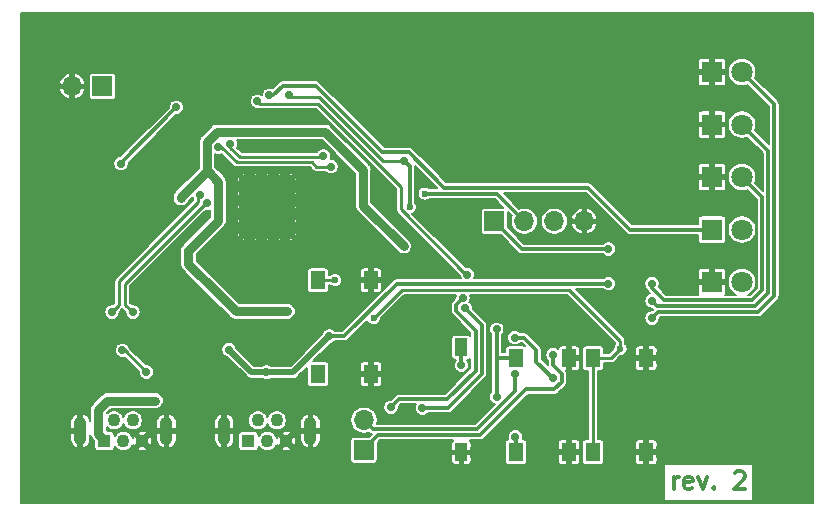
<source format=gbr>
%TF.GenerationSoftware,KiCad,Pcbnew,(5.1.9)-1*%
%TF.CreationDate,2021-07-06T15:29:18+07:00*%
%TF.ProjectId,UP_BOARD,55505f42-4f41-4524-942e-6b696361645f,rev?*%
%TF.SameCoordinates,Original*%
%TF.FileFunction,Copper,L1,Top*%
%TF.FilePolarity,Positive*%
%FSLAX46Y46*%
G04 Gerber Fmt 4.6, Leading zero omitted, Abs format (unit mm)*
G04 Created by KiCad (PCBNEW (5.1.9)-1) date 2021-07-06 15:29:18*
%MOMM*%
%LPD*%
G01*
G04 APERTURE LIST*
%TA.AperFunction,NonConductor*%
%ADD10C,0.300000*%
%TD*%
%TA.AperFunction,ComponentPad*%
%ADD11R,1.100000X1.100000*%
%TD*%
%TA.AperFunction,ComponentPad*%
%ADD12C,1.100000*%
%TD*%
%TA.AperFunction,ComponentPad*%
%ADD13O,1.100000X2.400000*%
%TD*%
%TA.AperFunction,ComponentPad*%
%ADD14C,0.500000*%
%TD*%
%TA.AperFunction,SMDPad,CuDef*%
%ADD15R,1.300000X1.550000*%
%TD*%
%TA.AperFunction,ComponentPad*%
%ADD16R,1.800000X1.800000*%
%TD*%
%TA.AperFunction,ComponentPad*%
%ADD17C,1.800000*%
%TD*%
%TA.AperFunction,ComponentPad*%
%ADD18R,1.700000X1.700000*%
%TD*%
%TA.AperFunction,ComponentPad*%
%ADD19O,1.700000X1.700000*%
%TD*%
%TA.AperFunction,SMDPad,CuDef*%
%ADD20R,1.100000X1.500000*%
%TD*%
%TA.AperFunction,ViaPad*%
%ADD21C,0.700000*%
%TD*%
%TA.AperFunction,ViaPad*%
%ADD22C,0.600000*%
%TD*%
%TA.AperFunction,Conductor*%
%ADD23C,0.300000*%
%TD*%
%TA.AperFunction,Conductor*%
%ADD24C,0.250000*%
%TD*%
%TA.AperFunction,Conductor*%
%ADD25C,0.800000*%
%TD*%
%TA.AperFunction,Conductor*%
%ADD26C,0.500000*%
%TD*%
%TA.AperFunction,Conductor*%
%ADD27C,0.200000*%
%TD*%
%TA.AperFunction,Conductor*%
%ADD28C,0.100000*%
%TD*%
G04 APERTURE END LIST*
D10*
X116796714Y-120376071D02*
X116796714Y-119376071D01*
X116796714Y-119661785D02*
X116868142Y-119518928D01*
X116939571Y-119447500D01*
X117082428Y-119376071D01*
X117225285Y-119376071D01*
X118296714Y-120304642D02*
X118153857Y-120376071D01*
X117868142Y-120376071D01*
X117725285Y-120304642D01*
X117653857Y-120161785D01*
X117653857Y-119590357D01*
X117725285Y-119447500D01*
X117868142Y-119376071D01*
X118153857Y-119376071D01*
X118296714Y-119447500D01*
X118368142Y-119590357D01*
X118368142Y-119733214D01*
X117653857Y-119876071D01*
X118868142Y-119376071D02*
X119225285Y-120376071D01*
X119582428Y-119376071D01*
X120153857Y-120233214D02*
X120225285Y-120304642D01*
X120153857Y-120376071D01*
X120082428Y-120304642D01*
X120153857Y-120233214D01*
X120153857Y-120376071D01*
X121939571Y-119018928D02*
X122011000Y-118947500D01*
X122153857Y-118876071D01*
X122511000Y-118876071D01*
X122653857Y-118947500D01*
X122725285Y-119018928D01*
X122796714Y-119161785D01*
X122796714Y-119304642D01*
X122725285Y-119518928D01*
X121868142Y-120376071D01*
X122796714Y-120376071D01*
D11*
%TO.P,J3,1*%
%TO.N,Net-(J3-Pad1)*%
X68580000Y-116332000D03*
D12*
%TO.P,J3,2*%
%TO.N,Net-(J3-Pad2)*%
X69380000Y-114582000D03*
%TO.P,J3,3*%
%TO.N,Net-(J3-Pad3)*%
X70180000Y-116332000D03*
%TO.P,J3,4*%
%TO.N,Net-(J3-Pad4)*%
X70980000Y-114582000D03*
%TO.P,J3,5*%
%TO.N,GND*%
X71780000Y-116332000D03*
D13*
%TO.P,J3,6*%
X66530000Y-115457000D03*
X73830000Y-115457000D03*
%TD*%
D14*
%TO.P,U4,57*%
%TO.N,GND*%
X80372200Y-98870000D03*
X81372200Y-98870000D03*
X82372200Y-98870000D03*
X83372200Y-98870000D03*
X84372200Y-98870000D03*
X80372200Y-97695000D03*
X81372200Y-97695000D03*
X82372200Y-97695000D03*
X83372200Y-97695000D03*
X84372200Y-97695000D03*
X80372200Y-96520000D03*
X81372200Y-96520000D03*
X82372200Y-96520000D03*
X83372200Y-96520000D03*
X84372200Y-96520000D03*
X80372200Y-95345000D03*
X81372200Y-95345000D03*
X82372200Y-95345000D03*
X83372200Y-95345000D03*
X84372200Y-95345000D03*
X80372200Y-94170000D03*
X81372200Y-94170000D03*
X82372200Y-94170000D03*
X83372200Y-94170000D03*
X84372200Y-94170000D03*
%TA.AperFunction,SMDPad,CuDef*%
G36*
G01*
X80122200Y-98868001D02*
X80122200Y-94171999D01*
G75*
G02*
X80374199Y-93920000I251999J0D01*
G01*
X84370201Y-93920000D01*
G75*
G02*
X84622200Y-94171999I0J-251999D01*
G01*
X84622200Y-98868001D01*
G75*
G02*
X84370201Y-99120000I-251999J0D01*
G01*
X80374199Y-99120000D01*
G75*
G02*
X80122200Y-98868001I0J251999D01*
G01*
G37*
%TD.AperFunction*%
%TD*%
D11*
%TO.P,J4,1*%
%TO.N,Net-(J4-Pad1)*%
X80772000Y-116332000D03*
D12*
%TO.P,J4,2*%
%TO.N,Net-(J4-Pad2)*%
X81572000Y-114582000D03*
%TO.P,J4,3*%
%TO.N,Net-(J4-Pad3)*%
X82372000Y-116332000D03*
%TO.P,J4,4*%
%TO.N,Net-(J4-Pad4)*%
X83172000Y-114582000D03*
%TO.P,J4,5*%
%TO.N,GND*%
X83972000Y-116332000D03*
D13*
%TO.P,J4,6*%
X78722000Y-115457000D03*
X86022000Y-115457000D03*
%TD*%
D15*
%TO.P,SW2,2*%
%TO.N,GND*%
X107914000Y-117259000D03*
%TO.P,SW2,1*%
%TO.N,M_RESET*%
X103414000Y-117259000D03*
X103414000Y-109309000D03*
%TO.P,SW2,2*%
%TO.N,GND*%
X107914000Y-109309000D03*
%TD*%
D16*
%TO.P,D1,1*%
%TO.N,GND*%
X120015000Y-85090000D03*
D17*
%TO.P,D1,2*%
%TO.N,Net-(D1-Pad2)*%
X122555000Y-85090000D03*
%TD*%
D16*
%TO.P,D3,1*%
%TO.N,/USBi/LED_I2C*%
X120015000Y-98425000D03*
D17*
%TO.P,D3,2*%
%TO.N,Net-(D3-Pad2)*%
X122555000Y-98425000D03*
%TD*%
%TO.P,D5,2*%
%TO.N,Net-(D5-Pad2)*%
X122555000Y-102870000D03*
D16*
%TO.P,D5,1*%
%TO.N,GND*%
X120015000Y-102870000D03*
%TD*%
D17*
%TO.P,D7,2*%
%TO.N,Net-(D7-Pad2)*%
X122555000Y-93980000D03*
D16*
%TO.P,D7,1*%
%TO.N,GND*%
X120015000Y-93980000D03*
%TD*%
D15*
%TO.P,SW3,2*%
%TO.N,GND*%
X91150000Y-102705000D03*
%TO.P,SW3,1*%
%TO.N,Net-(C21-Pad2)*%
X86650000Y-102705000D03*
X86650000Y-110655000D03*
%TO.P,SW3,2*%
%TO.N,GND*%
X91150000Y-110655000D03*
%TD*%
%TO.P,SW4,2*%
%TO.N,GND*%
X114454500Y-117259000D03*
%TO.P,SW4,1*%
%TO.N,Net-(C22-Pad2)*%
X109954500Y-117259000D03*
X109954500Y-109309000D03*
%TO.P,SW4,2*%
%TO.N,GND*%
X114454500Y-109309000D03*
%TD*%
D16*
%TO.P,D2,1*%
%TO.N,GND*%
X120015000Y-89535000D03*
D17*
%TO.P,D2,2*%
%TO.N,Net-(D2-Pad2)*%
X122555000Y-89535000D03*
%TD*%
D18*
%TO.P,J1,1*%
%TO.N,Net-(J1-Pad1)*%
X68389500Y-86296500D03*
D19*
%TO.P,J1,2*%
%TO.N,GND*%
X65849500Y-86296500D03*
%TD*%
D18*
%TO.P,J5,1*%
%TO.N,+3V3_CY*%
X101600000Y-97726500D03*
D19*
%TO.P,J5,2*%
%TO.N,SDA*%
X104140000Y-97726500D03*
%TO.P,J5,3*%
%TO.N,SCL*%
X106680000Y-97726500D03*
%TO.P,J5,4*%
%TO.N,GND*%
X109220000Y-97726500D03*
%TD*%
D20*
%TO.P,SW1,1*%
%TO.N,GND*%
X98806000Y-117289500D03*
%TO.P,SW1,2*%
%TO.N,SELFBOOT*%
X98806000Y-108389500D03*
%TD*%
D18*
%TO.P,J6,1*%
%TO.N,RX_MCU*%
X90551000Y-117094000D03*
D19*
%TO.P,J6,2*%
%TO.N,TX_MCU*%
X90551000Y-114554000D03*
%TD*%
D21*
%TO.N,GND*%
X85598000Y-105410000D03*
X82296000Y-112776000D03*
X77978000Y-105410000D03*
D22*
X87630000Y-97536000D03*
X77978000Y-88392000D03*
X77216000Y-109982000D03*
X76200000Y-113284000D03*
X97282000Y-107442000D03*
X92456000Y-107696000D03*
X80010000Y-87630000D03*
X87630000Y-108839000D03*
X81153000Y-107950000D03*
X73660000Y-102870000D03*
X73660000Y-104394000D03*
X67818000Y-104521000D03*
X72263000Y-105156000D03*
X77216000Y-107442000D03*
X77724000Y-111506000D03*
X86106000Y-91313000D03*
D21*
X70104000Y-110744000D03*
X71945500Y-107188000D03*
D22*
X86106000Y-88646000D03*
X76644500Y-100774500D03*
X78930500Y-101536500D03*
X81851500Y-91630500D03*
X84328000Y-91440000D03*
X104711500Y-101600000D03*
X108204000Y-101600000D03*
X106426000Y-101600000D03*
X91503500Y-94742000D03*
X91948000Y-100330000D03*
X90424000Y-100330000D03*
D21*
X74168000Y-100203000D03*
D22*
X73088500Y-94742000D03*
X74155000Y-95771000D03*
X67881500Y-97980500D03*
X71818500Y-99758500D03*
X68072000Y-96012000D03*
X96113600Y-97434400D03*
X93116400Y-97561400D03*
X66827400Y-89027000D03*
X96189800Y-94665800D03*
X87630000Y-95478600D03*
X78295500Y-92392500D03*
X91186000Y-101409500D03*
D21*
X89852500Y-102679500D03*
X87630000Y-105918000D03*
D22*
X82423000Y-106680000D03*
D21*
X82931000Y-102870000D03*
X89789000Y-110998000D03*
D22*
X62292976Y-81229399D03*
X62292976Y-87629399D03*
X62292976Y-94029399D03*
X62292976Y-100429399D03*
X62292976Y-106829399D03*
X62292976Y-113229399D03*
X62292976Y-119629399D03*
X65492976Y-84429399D03*
X65492976Y-90829399D03*
X65492976Y-97229399D03*
X65492976Y-103629399D03*
X65492976Y-110029399D03*
X67092976Y-117229399D03*
X68692976Y-81229399D03*
X68692976Y-94029399D03*
X70292976Y-120429399D03*
X71892976Y-102829399D03*
X72692976Y-83629399D03*
X73492976Y-110829399D03*
X73492976Y-117229399D03*
X75092976Y-91629399D03*
X76692976Y-81229399D03*
X76692976Y-120429399D03*
X77492976Y-86829399D03*
X77492976Y-113229399D03*
X78292976Y-100429399D03*
X79092976Y-106829399D03*
X80692976Y-83629399D03*
X80692976Y-118029399D03*
X84692976Y-81229399D03*
X84692976Y-107629399D03*
X84692976Y-120429399D03*
X85492976Y-113229399D03*
X86292976Y-100429399D03*
X87092976Y-85229399D03*
X87892976Y-117229399D03*
X88692976Y-96429399D03*
X88692976Y-104429399D03*
X90292976Y-82029399D03*
X90292976Y-88429399D03*
X91092976Y-112429399D03*
X91092976Y-120429399D03*
X92692976Y-102029399D03*
X93492976Y-85229399D03*
X94292976Y-90829399D03*
X95092976Y-118029399D03*
X95892976Y-81229399D03*
X97492976Y-87629399D03*
X97492976Y-96429399D03*
X99092976Y-114029399D03*
X99092976Y-120429399D03*
X99892976Y-83629399D03*
X99892976Y-91629399D03*
X99892976Y-100429399D03*
X101492976Y-105229399D03*
X103092976Y-86829399D03*
X103892976Y-81229399D03*
X103892976Y-94029399D03*
X103892976Y-118829399D03*
X106292976Y-90029399D03*
X107092976Y-84429399D03*
X107892976Y-96429399D03*
X108692976Y-115629399D03*
X109492976Y-106829399D03*
X110292976Y-81229399D03*
X110292976Y-87629399D03*
X110292976Y-120429399D03*
X111092976Y-93229399D03*
X111892976Y-98829399D03*
X111892976Y-110829399D03*
X113492976Y-84429399D03*
X114292976Y-90029399D03*
X114292976Y-114829399D03*
X115092976Y-95629399D03*
X115092976Y-107629399D03*
X116692976Y-81229399D03*
X116692976Y-102029399D03*
X117492976Y-86829399D03*
X117492976Y-111629399D03*
X118292976Y-92429399D03*
X119092976Y-116429399D03*
X120692976Y-83629399D03*
X120692976Y-96429399D03*
X120692976Y-106829399D03*
X122292976Y-113229399D03*
X123092976Y-87629399D03*
X123092976Y-100429399D03*
X124692976Y-81229399D03*
X124692976Y-109229399D03*
X125492976Y-116429399D03*
X126292976Y-90829399D03*
X126292976Y-97229399D03*
X126292976Y-103629399D03*
X127092976Y-85229399D03*
X127892976Y-112429399D03*
X127892976Y-120429399D03*
D21*
%TO.N,VBUS_CY*%
X72136000Y-110490000D03*
X70104000Y-108648500D03*
%TO.N,+3V3_CY*%
X76200000Y-101854000D03*
X75692000Y-100203000D03*
X86106000Y-90170000D03*
X90487500Y-96266000D03*
X75057000Y-95758000D03*
X93916500Y-99822000D03*
X111252000Y-100076000D03*
X84074000Y-105346500D03*
X78994000Y-90170000D03*
%TO.N,TX_MCU*%
X103378000Y-110680500D03*
%TO.N,RX_MCU*%
X106553000Y-109029500D03*
%TO.N,Net-(J3-Pad1)*%
X72898000Y-112903000D03*
D22*
%TO.N,/USBi/USB_PWR_ON*%
X94424500Y-96520000D03*
D21*
X93980000Y-92633800D03*
X84201000Y-86995000D03*
%TO.N,/USBi/C_SDA*%
X87122000Y-92202000D03*
X79248000Y-91186000D03*
D22*
%TO.N,SDA*%
X95694500Y-95377000D03*
D21*
%TO.N,/USBi/C_SCL*%
X87757000Y-93091000D03*
X78232000Y-91440000D03*
%TO.N,Net-(R9-Pad1)*%
X69215000Y-105410000D03*
X76682600Y-95453200D03*
%TO.N,/USBi/LED_I2C*%
X82550000Y-87058500D03*
%TO.N,/CP2102/+5_USB*%
X82296000Y-110490000D03*
X79121000Y-108585000D03*
X111252000Y-102997000D03*
X87630000Y-107442000D03*
D22*
%TO.N,Net-(C21-Pad2)*%
X88100000Y-102705000D03*
%TO.N,Net-(C22-Pad2)*%
X91376500Y-105918000D03*
X112268000Y-108521500D03*
D21*
%TO.N,/CP2102/RTS*%
X95504000Y-113538000D03*
X99123500Y-105092500D03*
%TO.N,/CP2102/DTR*%
X92837000Y-113474500D03*
X98933000Y-104203500D03*
%TO.N,EN*%
X106553000Y-110998000D03*
X103314500Y-107569000D03*
%TO.N,M_RESET*%
X103378000Y-115951000D03*
X101790500Y-106870500D03*
X101790500Y-112585500D03*
X81534000Y-87566500D03*
X99314000Y-102235000D03*
%TO.N,Net-(R8-Pad1)*%
X70993000Y-105410000D03*
X77241400Y-96189800D03*
%TO.N,SELFBOOT*%
X98806000Y-109918500D03*
%TO.N,/USBi/A0*%
X74676000Y-88074500D03*
X69977000Y-92837000D03*
%TO.N,Net-(D2-Pad2)*%
X114935000Y-104457500D03*
%TO.N,Net-(D1-Pad2)*%
X114935000Y-105918000D03*
%TO.N,Net-(D7-Pad2)*%
X114935000Y-102997000D03*
%TD*%
D23*
%TO.N,GND*%
X120205500Y-102806500D02*
X120396000Y-102616000D01*
D24*
%TO.N,VBUS_CY*%
X70294500Y-108648500D02*
X72136000Y-110490000D01*
X70104000Y-108648500D02*
X70294500Y-108648500D01*
D25*
%TO.N,+3V3_CY*%
X75692000Y-101346000D02*
X76200000Y-101854000D01*
X75692000Y-100203000D02*
X75692000Y-101346000D01*
X78232000Y-97663000D02*
X75692000Y-100203000D01*
X78232000Y-94361000D02*
X78232000Y-97663000D01*
X77343000Y-93472000D02*
X78232000Y-94361000D01*
X77279500Y-93472000D02*
X77343000Y-93472000D01*
X90487500Y-96393000D02*
X93916500Y-99822000D01*
X90487500Y-96266000D02*
X90487500Y-96393000D01*
D23*
X103949500Y-100076000D02*
X101600000Y-97726500D01*
X111252000Y-100076000D02*
X103949500Y-100076000D01*
D25*
X77279500Y-90995500D02*
X77279500Y-93472000D01*
X78994000Y-90170000D02*
X86106000Y-90170000D01*
X78994000Y-90170000D02*
X78105000Y-90170000D01*
X78105000Y-90170000D02*
X77279500Y-90995500D01*
X87274400Y-90170000D02*
X86106000Y-90170000D01*
X90487500Y-93383100D02*
X87274400Y-90170000D01*
X90487500Y-96266000D02*
X90487500Y-93383100D01*
X76708000Y-94043500D02*
X77279500Y-93472000D01*
X75057000Y-95694500D02*
X76708000Y-94043500D01*
X75057000Y-95758000D02*
X75057000Y-95694500D01*
X77660500Y-103314500D02*
X76200000Y-101854000D01*
X79692500Y-105346500D02*
X77660500Y-103314500D01*
X84074000Y-105346500D02*
X79692500Y-105346500D01*
D23*
%TO.N,TX_MCU*%
X103378000Y-112077500D02*
X103378000Y-110680500D01*
X100139500Y-115316000D02*
X103378000Y-112077500D01*
X91313000Y-115316000D02*
X100139500Y-115316000D01*
X90551000Y-114554000D02*
X91313000Y-115316000D01*
%TO.N,RX_MCU*%
X90551000Y-117030500D02*
X90551000Y-117094000D01*
X91757500Y-115824000D02*
X90551000Y-117030500D01*
X100393500Y-115824000D02*
X91757500Y-115824000D01*
X104267000Y-111950500D02*
X100393500Y-115824000D01*
X106680000Y-111950500D02*
X104267000Y-111950500D01*
X107315000Y-111315500D02*
X106680000Y-111950500D01*
X107315000Y-110680500D02*
X107315000Y-111315500D01*
X106553000Y-109918500D02*
X107315000Y-110680500D01*
X106553000Y-109029500D02*
X106553000Y-109918500D01*
D25*
%TO.N,Net-(J3-Pad1)*%
X68580000Y-116205000D02*
X68072000Y-115697000D01*
X68580000Y-116332000D02*
X68580000Y-116205000D01*
X68072000Y-113665000D02*
X68834000Y-112903000D01*
X68072000Y-115697000D02*
X68072000Y-113665000D01*
X68834000Y-112903000D02*
X72898000Y-112903000D01*
D23*
%TO.N,/USBi/USB_PWR_ON*%
X94424500Y-93078300D02*
X94424500Y-96520000D01*
X93980000Y-92633800D02*
X94424500Y-93078300D01*
D24*
X92176600Y-92633800D02*
X93980000Y-92633800D01*
X86728300Y-87185500D02*
X92176600Y-92633800D01*
X84391500Y-87185500D02*
X86728300Y-87185500D01*
X84201000Y-86995000D02*
X84391500Y-87185500D01*
%TO.N,/USBi/C_SDA*%
X79248000Y-91503500D02*
X79248000Y-91186000D01*
X80022700Y-92278200D02*
X79248000Y-91503500D01*
X87045800Y-92278200D02*
X80022700Y-92278200D01*
X87122000Y-92202000D02*
X87045800Y-92278200D01*
D23*
%TO.N,SDA*%
X101790500Y-95377000D02*
X104140000Y-97726500D01*
X95694500Y-95377000D02*
X101790500Y-95377000D01*
D24*
%TO.N,/USBi/C_SCL*%
X86487000Y-93091000D02*
X87757000Y-93091000D01*
X86131400Y-92735400D02*
X86487000Y-93091000D01*
X79781400Y-92735400D02*
X86131400Y-92735400D01*
X78486000Y-91440000D02*
X79781400Y-92735400D01*
X78232000Y-91440000D02*
X78486000Y-91440000D01*
%TO.N,Net-(R9-Pad1)*%
X69850000Y-104775000D02*
X69215000Y-105410000D01*
X69850000Y-102806500D02*
X69850000Y-104775000D01*
X76530200Y-96126300D02*
X69850000Y-102806500D01*
X76530200Y-95605600D02*
X76530200Y-96126300D01*
X76682600Y-95453200D02*
X76530200Y-95605600D01*
D23*
%TO.N,/USBi/LED_I2C*%
X113093500Y-98425000D02*
X120015000Y-98425000D01*
X109537500Y-94869000D02*
X113093500Y-98425000D01*
X97345500Y-94869000D02*
X109537500Y-94869000D01*
X94361000Y-91884500D02*
X97345500Y-94869000D01*
X92113100Y-91884500D02*
X94361000Y-91884500D01*
X86461600Y-86233000D02*
X92113100Y-91884500D01*
X83693000Y-86233000D02*
X86461600Y-86233000D01*
X82867500Y-87058500D02*
X83693000Y-86233000D01*
X82550000Y-87058500D02*
X82867500Y-87058500D01*
D26*
%TO.N,/CP2102/+5_USB*%
X81026000Y-110490000D02*
X82296000Y-110490000D01*
X79121000Y-108585000D02*
X81026000Y-110490000D01*
X84582000Y-110490000D02*
X82296000Y-110490000D01*
X87630000Y-107442000D02*
X84582000Y-110490000D01*
D23*
X93345000Y-102997000D02*
X111252000Y-102997000D01*
X88900000Y-107442000D02*
X93345000Y-102997000D01*
X87630000Y-107442000D02*
X88900000Y-107442000D01*
D24*
%TO.N,Net-(C21-Pad2)*%
X88100000Y-102705000D02*
X86650000Y-102705000D01*
%TO.N,Net-(C22-Pad2)*%
X111480500Y-109309000D02*
X112268000Y-108521500D01*
X109954500Y-109309000D02*
X111480500Y-109309000D01*
X109954500Y-117259000D02*
X109954500Y-109309000D01*
X112268000Y-107823000D02*
X112268000Y-108521500D01*
X107950000Y-103505000D02*
X112268000Y-107823000D01*
X93789500Y-103505000D02*
X107950000Y-103505000D01*
X91376500Y-105918000D02*
X93789500Y-103505000D01*
D23*
%TO.N,/CP2102/RTS*%
X97663000Y-113538000D02*
X95504000Y-113538000D01*
X100520500Y-110680500D02*
X97663000Y-113538000D01*
X100520500Y-106489500D02*
X100520500Y-110680500D01*
X99123500Y-105092500D02*
X100520500Y-106489500D01*
%TO.N,/CP2102/DTR*%
X93535500Y-112776000D02*
X92837000Y-113474500D01*
X97599500Y-112776000D02*
X93535500Y-112776000D01*
X100012500Y-110363000D02*
X97599500Y-112776000D01*
X100012500Y-106997500D02*
X100012500Y-110363000D01*
X98361500Y-105346500D02*
X100012500Y-106997500D01*
X98361500Y-104775000D02*
X98361500Y-105346500D01*
X98933000Y-104203500D02*
X98361500Y-104775000D01*
%TO.N,EN*%
X105156000Y-109601000D02*
X106553000Y-110998000D01*
X105156000Y-108585000D02*
X105156000Y-109601000D01*
X104140000Y-107569000D02*
X105156000Y-108585000D01*
X103314500Y-107569000D02*
X104140000Y-107569000D01*
%TO.N,M_RESET*%
X101790500Y-112585500D02*
X101790500Y-106870500D01*
X103414000Y-115987000D02*
X103378000Y-115951000D01*
X103414000Y-117259000D02*
X103414000Y-115987000D01*
D24*
X81724500Y-87757000D02*
X81534000Y-87566500D01*
X86639400Y-87757000D02*
X81724500Y-87757000D01*
X93662500Y-94780100D02*
X86639400Y-87757000D01*
X93662500Y-96710500D02*
X93662500Y-94780100D01*
X99187000Y-102235000D02*
X93662500Y-96710500D01*
X99314000Y-102235000D02*
X99187000Y-102235000D01*
D23*
X103378000Y-109273000D02*
X103414000Y-109309000D01*
X101843500Y-109273000D02*
X103378000Y-109273000D01*
X101790500Y-109220000D02*
X101843500Y-109273000D01*
X101790500Y-106870500D02*
X101790500Y-109220000D01*
D24*
%TO.N,Net-(R8-Pad1)*%
X70358000Y-104775000D02*
X70993000Y-105410000D01*
X70358000Y-102997000D02*
X70358000Y-104775000D01*
X77165200Y-96189800D02*
X70358000Y-102997000D01*
X77241400Y-96189800D02*
X77165200Y-96189800D01*
D23*
%TO.N,SELFBOOT*%
X98806000Y-109918500D02*
X98806000Y-108389500D01*
%TO.N,/USBi/A0*%
X69977000Y-92773500D02*
X69977000Y-92837000D01*
X74676000Y-88074500D02*
X69977000Y-92773500D01*
%TO.N,Net-(D2-Pad2)*%
X124777500Y-91757500D02*
X122555000Y-89535000D01*
X124777500Y-103822500D02*
X124777500Y-91757500D01*
X123698000Y-104902000D02*
X124777500Y-103822500D01*
X115379500Y-104902000D02*
X123698000Y-104902000D01*
X114935000Y-104457500D02*
X115379500Y-104902000D01*
%TO.N,Net-(D1-Pad2)*%
X125285500Y-87820500D02*
X122555000Y-85090000D01*
X125285500Y-104044750D02*
X125285500Y-87820500D01*
X123920250Y-105410000D02*
X125285500Y-104044750D01*
X115443000Y-105410000D02*
X123920250Y-105410000D01*
X114935000Y-105918000D02*
X115443000Y-105410000D01*
%TO.N,Net-(D7-Pad2)*%
X124269500Y-95694500D02*
X122555000Y-93980000D01*
X124269500Y-103568500D02*
X124269500Y-95694500D01*
X123444000Y-104394000D02*
X124269500Y-103568500D01*
X115951000Y-104394000D02*
X123444000Y-104394000D01*
X114935000Y-103378000D02*
X115951000Y-104394000D01*
X114935000Y-102997000D02*
X114935000Y-103378000D01*
%TD*%
D27*
%TO.N,GND*%
X128580000Y-121529400D02*
X61518400Y-121529400D01*
X61518400Y-115611000D01*
X65680000Y-115611000D01*
X65680000Y-116261000D01*
X65726376Y-116423868D01*
X65803635Y-116574559D01*
X65908808Y-116707282D01*
X66037853Y-116816936D01*
X66185811Y-116899308D01*
X66247127Y-116908550D01*
X66376000Y-116866545D01*
X66376000Y-115611000D01*
X65680000Y-115611000D01*
X61518400Y-115611000D01*
X61518400Y-114653000D01*
X65680000Y-114653000D01*
X65680000Y-115303000D01*
X66376000Y-115303000D01*
X66376000Y-114047455D01*
X66684000Y-114047455D01*
X66684000Y-115303000D01*
X66704000Y-115303000D01*
X66704000Y-115611000D01*
X66684000Y-115611000D01*
X66684000Y-116866545D01*
X66812873Y-116908550D01*
X66874189Y-116899308D01*
X67022147Y-116816936D01*
X67151192Y-116707282D01*
X67256365Y-116574559D01*
X67333624Y-116423868D01*
X67380000Y-116261000D01*
X67380000Y-115812616D01*
X67382128Y-115834223D01*
X67417552Y-115951000D01*
X67422155Y-115966174D01*
X67487155Y-116087781D01*
X67546457Y-116160040D01*
X67574630Y-116194369D01*
X67601343Y-116216292D01*
X67728549Y-116343498D01*
X67728549Y-116882000D01*
X67734341Y-116940810D01*
X67751496Y-116997360D01*
X67779353Y-117049477D01*
X67816842Y-117095158D01*
X67862523Y-117132647D01*
X67914640Y-117160504D01*
X67971190Y-117177659D01*
X68030000Y-117183451D01*
X69130000Y-117183451D01*
X69188810Y-117177659D01*
X69245360Y-117160504D01*
X69297477Y-117132647D01*
X69343158Y-117095158D01*
X69380647Y-117049477D01*
X69408504Y-116997360D01*
X69425659Y-116940810D01*
X69431451Y-116882000D01*
X69431451Y-116741677D01*
X69519762Y-116873844D01*
X69638156Y-116992238D01*
X69777374Y-117085260D01*
X69932064Y-117149335D01*
X70096282Y-117182000D01*
X70263718Y-117182000D01*
X70427936Y-117149335D01*
X70582626Y-117085260D01*
X70721844Y-116992238D01*
X70733141Y-116980941D01*
X71348848Y-116980941D01*
X71410781Y-117102186D01*
X71568132Y-117159419D01*
X71733624Y-117184854D01*
X71900899Y-117177514D01*
X72063528Y-117137681D01*
X72149219Y-117102186D01*
X72211152Y-116980941D01*
X71780000Y-116549789D01*
X71348848Y-116980941D01*
X70733141Y-116980941D01*
X70840238Y-116873844D01*
X70933260Y-116734626D01*
X70978456Y-116625515D01*
X71009814Y-116701219D01*
X71131059Y-116763152D01*
X71562211Y-116332000D01*
X71997789Y-116332000D01*
X72428941Y-116763152D01*
X72550186Y-116701219D01*
X72607419Y-116543868D01*
X72632854Y-116378376D01*
X72625514Y-116211101D01*
X72585681Y-116048472D01*
X72550186Y-115962781D01*
X72428941Y-115900848D01*
X71997789Y-116332000D01*
X71562211Y-116332000D01*
X71131059Y-115900848D01*
X71009814Y-115962781D01*
X70980491Y-116043399D01*
X70933260Y-115929374D01*
X70840238Y-115790156D01*
X70733141Y-115683059D01*
X71348848Y-115683059D01*
X71780000Y-116114211D01*
X72211152Y-115683059D01*
X72174344Y-115611000D01*
X72980000Y-115611000D01*
X72980000Y-116261000D01*
X73026376Y-116423868D01*
X73103635Y-116574559D01*
X73208808Y-116707282D01*
X73337853Y-116816936D01*
X73485811Y-116899308D01*
X73547127Y-116908550D01*
X73676000Y-116866545D01*
X73676000Y-115611000D01*
X73984000Y-115611000D01*
X73984000Y-116866545D01*
X74112873Y-116908550D01*
X74174189Y-116899308D01*
X74322147Y-116816936D01*
X74451192Y-116707282D01*
X74556365Y-116574559D01*
X74633624Y-116423868D01*
X74680000Y-116261000D01*
X74680000Y-115611000D01*
X77872000Y-115611000D01*
X77872000Y-116261000D01*
X77918376Y-116423868D01*
X77995635Y-116574559D01*
X78100808Y-116707282D01*
X78229853Y-116816936D01*
X78377811Y-116899308D01*
X78439127Y-116908550D01*
X78568000Y-116866545D01*
X78568000Y-115611000D01*
X78876000Y-115611000D01*
X78876000Y-116866545D01*
X79004873Y-116908550D01*
X79066189Y-116899308D01*
X79214147Y-116816936D01*
X79343192Y-116707282D01*
X79448365Y-116574559D01*
X79525624Y-116423868D01*
X79572000Y-116261000D01*
X79572000Y-115782000D01*
X79920549Y-115782000D01*
X79920549Y-116882000D01*
X79926341Y-116940810D01*
X79943496Y-116997360D01*
X79971353Y-117049477D01*
X80008842Y-117095158D01*
X80054523Y-117132647D01*
X80106640Y-117160504D01*
X80163190Y-117177659D01*
X80222000Y-117183451D01*
X81322000Y-117183451D01*
X81380810Y-117177659D01*
X81437360Y-117160504D01*
X81489477Y-117132647D01*
X81535158Y-117095158D01*
X81572647Y-117049477D01*
X81600504Y-116997360D01*
X81617659Y-116940810D01*
X81623451Y-116882000D01*
X81623451Y-116741677D01*
X81711762Y-116873844D01*
X81830156Y-116992238D01*
X81969374Y-117085260D01*
X82124064Y-117149335D01*
X82288282Y-117182000D01*
X82455718Y-117182000D01*
X82619936Y-117149335D01*
X82774626Y-117085260D01*
X82913844Y-116992238D01*
X82925141Y-116980941D01*
X83540848Y-116980941D01*
X83602781Y-117102186D01*
X83760132Y-117159419D01*
X83925624Y-117184854D01*
X84092899Y-117177514D01*
X84255528Y-117137681D01*
X84341219Y-117102186D01*
X84403152Y-116980941D01*
X83972000Y-116549789D01*
X83540848Y-116980941D01*
X82925141Y-116980941D01*
X83032238Y-116873844D01*
X83125260Y-116734626D01*
X83170456Y-116625515D01*
X83201814Y-116701219D01*
X83323059Y-116763152D01*
X83754211Y-116332000D01*
X84189789Y-116332000D01*
X84620941Y-116763152D01*
X84742186Y-116701219D01*
X84799419Y-116543868D01*
X84824854Y-116378376D01*
X84817514Y-116211101D01*
X84777681Y-116048472D01*
X84742186Y-115962781D01*
X84620941Y-115900848D01*
X84189789Y-116332000D01*
X83754211Y-116332000D01*
X83323059Y-115900848D01*
X83201814Y-115962781D01*
X83172491Y-116043399D01*
X83125260Y-115929374D01*
X83032238Y-115790156D01*
X82925141Y-115683059D01*
X83540848Y-115683059D01*
X83972000Y-116114211D01*
X84403152Y-115683059D01*
X84366344Y-115611000D01*
X85172000Y-115611000D01*
X85172000Y-116261000D01*
X85218376Y-116423868D01*
X85295635Y-116574559D01*
X85400808Y-116707282D01*
X85529853Y-116816936D01*
X85677811Y-116899308D01*
X85739127Y-116908550D01*
X85868000Y-116866545D01*
X85868000Y-115611000D01*
X86176000Y-115611000D01*
X86176000Y-116866545D01*
X86304873Y-116908550D01*
X86366189Y-116899308D01*
X86514147Y-116816936D01*
X86643192Y-116707282D01*
X86748365Y-116574559D01*
X86825624Y-116423868D01*
X86872000Y-116261000D01*
X86872000Y-116244000D01*
X89399549Y-116244000D01*
X89399549Y-117944000D01*
X89405341Y-118002810D01*
X89422496Y-118059360D01*
X89450353Y-118111477D01*
X89487842Y-118157158D01*
X89533523Y-118194647D01*
X89585640Y-118222504D01*
X89642190Y-118239659D01*
X89701000Y-118245451D01*
X91401000Y-118245451D01*
X91459810Y-118239659D01*
X91516360Y-118222504D01*
X91568477Y-118194647D01*
X91614158Y-118157158D01*
X91651647Y-118111477D01*
X91679504Y-118059360D01*
X91685528Y-118039500D01*
X97954548Y-118039500D01*
X97960340Y-118098310D01*
X97977495Y-118154861D01*
X98005352Y-118206978D01*
X98042841Y-118252659D01*
X98088522Y-118290148D01*
X98140639Y-118318005D01*
X98197190Y-118335160D01*
X98256000Y-118340952D01*
X98577000Y-118339500D01*
X98652000Y-118264500D01*
X98652000Y-117443500D01*
X98960000Y-117443500D01*
X98960000Y-118264500D01*
X99035000Y-118339500D01*
X99356000Y-118340952D01*
X99414810Y-118335160D01*
X99471361Y-118318005D01*
X99523478Y-118290148D01*
X99569159Y-118252659D01*
X99606648Y-118206978D01*
X99634505Y-118154861D01*
X99651660Y-118098310D01*
X99657452Y-118039500D01*
X99656000Y-117518500D01*
X99581000Y-117443500D01*
X98960000Y-117443500D01*
X98652000Y-117443500D01*
X98031000Y-117443500D01*
X97956000Y-117518500D01*
X97954548Y-118039500D01*
X91685528Y-118039500D01*
X91696659Y-118002810D01*
X91702451Y-117944000D01*
X91702451Y-116515445D01*
X91943896Y-116274000D01*
X98116308Y-116274000D01*
X98088522Y-116288852D01*
X98042841Y-116326341D01*
X98005352Y-116372022D01*
X97977495Y-116424139D01*
X97960340Y-116480690D01*
X97954548Y-116539500D01*
X97956000Y-117060500D01*
X98031000Y-117135500D01*
X98652000Y-117135500D01*
X98652000Y-117115500D01*
X98960000Y-117115500D01*
X98960000Y-117135500D01*
X99581000Y-117135500D01*
X99656000Y-117060500D01*
X99657452Y-116539500D01*
X99651986Y-116484000D01*
X102462549Y-116484000D01*
X102462549Y-118034000D01*
X102468341Y-118092810D01*
X102485496Y-118149360D01*
X102513353Y-118201477D01*
X102550842Y-118247158D01*
X102596523Y-118284647D01*
X102648640Y-118312504D01*
X102705190Y-118329659D01*
X102764000Y-118335451D01*
X104064000Y-118335451D01*
X104122810Y-118329659D01*
X104179360Y-118312504D01*
X104231477Y-118284647D01*
X104277158Y-118247158D01*
X104314647Y-118201477D01*
X104342504Y-118149360D01*
X104359659Y-118092810D01*
X104365451Y-118034000D01*
X106962548Y-118034000D01*
X106968340Y-118092810D01*
X106985495Y-118149361D01*
X107013352Y-118201478D01*
X107050841Y-118247159D01*
X107096522Y-118284648D01*
X107148639Y-118312505D01*
X107205190Y-118329660D01*
X107264000Y-118335452D01*
X107685000Y-118334000D01*
X107760000Y-118259000D01*
X107760000Y-117413000D01*
X108068000Y-117413000D01*
X108068000Y-118259000D01*
X108143000Y-118334000D01*
X108564000Y-118335452D01*
X108622810Y-118329660D01*
X108679361Y-118312505D01*
X108731478Y-118284648D01*
X108777159Y-118247159D01*
X108814648Y-118201478D01*
X108842505Y-118149361D01*
X108859660Y-118092810D01*
X108865452Y-118034000D01*
X108864000Y-117488000D01*
X108789000Y-117413000D01*
X108068000Y-117413000D01*
X107760000Y-117413000D01*
X107039000Y-117413000D01*
X106964000Y-117488000D01*
X106962548Y-118034000D01*
X104365451Y-118034000D01*
X104365451Y-116484000D01*
X106962548Y-116484000D01*
X106964000Y-117030000D01*
X107039000Y-117105000D01*
X107760000Y-117105000D01*
X107760000Y-116259000D01*
X108068000Y-116259000D01*
X108068000Y-117105000D01*
X108789000Y-117105000D01*
X108864000Y-117030000D01*
X108865452Y-116484000D01*
X108859660Y-116425190D01*
X108842505Y-116368639D01*
X108814648Y-116316522D01*
X108777159Y-116270841D01*
X108731478Y-116233352D01*
X108679361Y-116205495D01*
X108622810Y-116188340D01*
X108564000Y-116182548D01*
X108143000Y-116184000D01*
X108068000Y-116259000D01*
X107760000Y-116259000D01*
X107685000Y-116184000D01*
X107264000Y-116182548D01*
X107205190Y-116188340D01*
X107148639Y-116205495D01*
X107096522Y-116233352D01*
X107050841Y-116270841D01*
X107013352Y-116316522D01*
X106985495Y-116368639D01*
X106968340Y-116425190D01*
X106962548Y-116484000D01*
X104365451Y-116484000D01*
X104359659Y-116425190D01*
X104342504Y-116368640D01*
X104314647Y-116316523D01*
X104277158Y-116270842D01*
X104231477Y-116233353D01*
X104179360Y-116205496D01*
X104122810Y-116188341D01*
X104064000Y-116182549D01*
X103985644Y-116182549D01*
X104003021Y-116140598D01*
X104028000Y-116015019D01*
X104028000Y-115886981D01*
X104003021Y-115761402D01*
X103954022Y-115643110D01*
X103882888Y-115536649D01*
X103792351Y-115446112D01*
X103685890Y-115374978D01*
X103567598Y-115325979D01*
X103442019Y-115301000D01*
X103313981Y-115301000D01*
X103188402Y-115325979D01*
X103070110Y-115374978D01*
X102963649Y-115446112D01*
X102873112Y-115536649D01*
X102801978Y-115643110D01*
X102752979Y-115761402D01*
X102728000Y-115886981D01*
X102728000Y-116015019D01*
X102752979Y-116140598D01*
X102770356Y-116182549D01*
X102764000Y-116182549D01*
X102705190Y-116188341D01*
X102648640Y-116205496D01*
X102596523Y-116233353D01*
X102550842Y-116270842D01*
X102513353Y-116316523D01*
X102485496Y-116368640D01*
X102468341Y-116425190D01*
X102462549Y-116484000D01*
X99651986Y-116484000D01*
X99651660Y-116480690D01*
X99634505Y-116424139D01*
X99606648Y-116372022D01*
X99569159Y-116326341D01*
X99523478Y-116288852D01*
X99495692Y-116274000D01*
X100371406Y-116274000D01*
X100393500Y-116276176D01*
X100415594Y-116274000D01*
X100415605Y-116274000D01*
X100481715Y-116267489D01*
X100566541Y-116241757D01*
X100644716Y-116199971D01*
X100713237Y-116143737D01*
X100727329Y-116126566D01*
X104453396Y-112400500D01*
X106657906Y-112400500D01*
X106680000Y-112402676D01*
X106702094Y-112400500D01*
X106702105Y-112400500D01*
X106768215Y-112393989D01*
X106853041Y-112368257D01*
X106931216Y-112326471D01*
X106999737Y-112270237D01*
X107013828Y-112253067D01*
X107617572Y-111649324D01*
X107634737Y-111635237D01*
X107648824Y-111618072D01*
X107648828Y-111618068D01*
X107690971Y-111566717D01*
X107732757Y-111488541D01*
X107744395Y-111450176D01*
X107758489Y-111403715D01*
X107765000Y-111337605D01*
X107765000Y-111337594D01*
X107767176Y-111315500D01*
X107765000Y-111293406D01*
X107765000Y-110702594D01*
X107767176Y-110680500D01*
X107765000Y-110658406D01*
X107765000Y-110658395D01*
X107758489Y-110592285D01*
X107732757Y-110507459D01*
X107690972Y-110429285D01*
X107690971Y-110429283D01*
X107653896Y-110384107D01*
X107685000Y-110384000D01*
X107760000Y-110309000D01*
X107760000Y-109463000D01*
X108068000Y-109463000D01*
X108068000Y-110309000D01*
X108143000Y-110384000D01*
X108564000Y-110385452D01*
X108622810Y-110379660D01*
X108679361Y-110362505D01*
X108731478Y-110334648D01*
X108777159Y-110297159D01*
X108814648Y-110251478D01*
X108842505Y-110199361D01*
X108859660Y-110142810D01*
X108865452Y-110084000D01*
X108864000Y-109538000D01*
X108789000Y-109463000D01*
X108068000Y-109463000D01*
X107760000Y-109463000D01*
X107740000Y-109463000D01*
X107740000Y-109155000D01*
X107760000Y-109155000D01*
X107760000Y-108309000D01*
X108068000Y-108309000D01*
X108068000Y-109155000D01*
X108789000Y-109155000D01*
X108864000Y-109080000D01*
X108865452Y-108534000D01*
X108859660Y-108475190D01*
X108842505Y-108418639D01*
X108814648Y-108366522D01*
X108777159Y-108320841D01*
X108731478Y-108283352D01*
X108679361Y-108255495D01*
X108622810Y-108238340D01*
X108564000Y-108232548D01*
X108143000Y-108234000D01*
X108068000Y-108309000D01*
X107760000Y-108309000D01*
X107685000Y-108234000D01*
X107264000Y-108232548D01*
X107205190Y-108238340D01*
X107148639Y-108255495D01*
X107096522Y-108283352D01*
X107050841Y-108320841D01*
X107013352Y-108366522D01*
X106985495Y-108418639D01*
X106968340Y-108475190D01*
X106963712Y-108522181D01*
X106860890Y-108453478D01*
X106742598Y-108404479D01*
X106617019Y-108379500D01*
X106488981Y-108379500D01*
X106363402Y-108404479D01*
X106245110Y-108453478D01*
X106138649Y-108524612D01*
X106048112Y-108615149D01*
X105976978Y-108721610D01*
X105927979Y-108839902D01*
X105903000Y-108965481D01*
X105903000Y-109093519D01*
X105927979Y-109219098D01*
X105976978Y-109337390D01*
X106048112Y-109443851D01*
X106103001Y-109498740D01*
X106103001Y-109896396D01*
X106101637Y-109910242D01*
X105606000Y-109414605D01*
X105606000Y-108607094D01*
X105608176Y-108585000D01*
X105606000Y-108562905D01*
X105606000Y-108562895D01*
X105599489Y-108496785D01*
X105573757Y-108411959D01*
X105538782Y-108346526D01*
X105531971Y-108333783D01*
X105489828Y-108282432D01*
X105489824Y-108282428D01*
X105475737Y-108265263D01*
X105458573Y-108251177D01*
X104473829Y-107266434D01*
X104459737Y-107249263D01*
X104391216Y-107193029D01*
X104313041Y-107151243D01*
X104228215Y-107125511D01*
X104162105Y-107119000D01*
X104162094Y-107119000D01*
X104140000Y-107116824D01*
X104117906Y-107119000D01*
X103783739Y-107119000D01*
X103728851Y-107064112D01*
X103622390Y-106992978D01*
X103504098Y-106943979D01*
X103378519Y-106919000D01*
X103250481Y-106919000D01*
X103124902Y-106943979D01*
X103006610Y-106992978D01*
X102900149Y-107064112D01*
X102809612Y-107154649D01*
X102738478Y-107261110D01*
X102689479Y-107379402D01*
X102664500Y-107504981D01*
X102664500Y-107633019D01*
X102689479Y-107758598D01*
X102738478Y-107876890D01*
X102809612Y-107983351D01*
X102900149Y-108073888D01*
X103006610Y-108145022D01*
X103124902Y-108194021D01*
X103250481Y-108219000D01*
X103378519Y-108219000D01*
X103504098Y-108194021D01*
X103622390Y-108145022D01*
X103728851Y-108073888D01*
X103783739Y-108019000D01*
X103953605Y-108019000D01*
X104202434Y-108267829D01*
X104179360Y-108255496D01*
X104122810Y-108238341D01*
X104064000Y-108232549D01*
X102764000Y-108232549D01*
X102705190Y-108238341D01*
X102648640Y-108255496D01*
X102596523Y-108283353D01*
X102550842Y-108320842D01*
X102513353Y-108366523D01*
X102485496Y-108418640D01*
X102468341Y-108475190D01*
X102462549Y-108534000D01*
X102462549Y-108823000D01*
X102240500Y-108823000D01*
X102240500Y-107339739D01*
X102295388Y-107284851D01*
X102366522Y-107178390D01*
X102415521Y-107060098D01*
X102440500Y-106934519D01*
X102440500Y-106806481D01*
X102415521Y-106680902D01*
X102366522Y-106562610D01*
X102295388Y-106456149D01*
X102204851Y-106365612D01*
X102098390Y-106294478D01*
X101980098Y-106245479D01*
X101854519Y-106220500D01*
X101726481Y-106220500D01*
X101600902Y-106245479D01*
X101482610Y-106294478D01*
X101376149Y-106365612D01*
X101285612Y-106456149D01*
X101214478Y-106562610D01*
X101165479Y-106680902D01*
X101140500Y-106806481D01*
X101140500Y-106934519D01*
X101165479Y-107060098D01*
X101214478Y-107178390D01*
X101285612Y-107284851D01*
X101340500Y-107339739D01*
X101340501Y-108055450D01*
X101340501Y-109197900D01*
X101338324Y-109220000D01*
X101340501Y-109242100D01*
X101340500Y-112116261D01*
X101285612Y-112171149D01*
X101214478Y-112277610D01*
X101165479Y-112395902D01*
X101140500Y-112521481D01*
X101140500Y-112649519D01*
X101165479Y-112775098D01*
X101214478Y-112893390D01*
X101285612Y-112999851D01*
X101376149Y-113090388D01*
X101482610Y-113161522D01*
X101600902Y-113210521D01*
X101607309Y-113211795D01*
X99953105Y-114866000D01*
X91661469Y-114866000D01*
X91701000Y-114667265D01*
X91701000Y-114440735D01*
X91656806Y-114218557D01*
X91570116Y-114009271D01*
X91444263Y-113820918D01*
X91284082Y-113660737D01*
X91095729Y-113534884D01*
X90886443Y-113448194D01*
X90664265Y-113404000D01*
X90437735Y-113404000D01*
X90215557Y-113448194D01*
X90006271Y-113534884D01*
X89817918Y-113660737D01*
X89657737Y-113820918D01*
X89531884Y-114009271D01*
X89445194Y-114218557D01*
X89401000Y-114440735D01*
X89401000Y-114667265D01*
X89445194Y-114889443D01*
X89531884Y-115098729D01*
X89657737Y-115287082D01*
X89817918Y-115447263D01*
X90006271Y-115573116D01*
X90215557Y-115659806D01*
X90437735Y-115704000D01*
X90664265Y-115704000D01*
X90886443Y-115659806D01*
X90980905Y-115620678D01*
X90993263Y-115635737D01*
X91010428Y-115649824D01*
X91010432Y-115649828D01*
X91061783Y-115691971D01*
X91120190Y-115723190D01*
X91139959Y-115733757D01*
X91194732Y-115750372D01*
X91002555Y-115942549D01*
X89701000Y-115942549D01*
X89642190Y-115948341D01*
X89585640Y-115965496D01*
X89533523Y-115993353D01*
X89487842Y-116030842D01*
X89450353Y-116076523D01*
X89422496Y-116128640D01*
X89405341Y-116185190D01*
X89399549Y-116244000D01*
X86872000Y-116244000D01*
X86872000Y-115611000D01*
X86176000Y-115611000D01*
X85868000Y-115611000D01*
X85172000Y-115611000D01*
X84366344Y-115611000D01*
X84341219Y-115561814D01*
X84183868Y-115504581D01*
X84018376Y-115479146D01*
X83851101Y-115486486D01*
X83688472Y-115526319D01*
X83602781Y-115561814D01*
X83540848Y-115683059D01*
X82925141Y-115683059D01*
X82913844Y-115671762D01*
X82774626Y-115578740D01*
X82619936Y-115514665D01*
X82455718Y-115482000D01*
X82288282Y-115482000D01*
X82124064Y-115514665D01*
X81969374Y-115578740D01*
X81830156Y-115671762D01*
X81711762Y-115790156D01*
X81623451Y-115922323D01*
X81623451Y-115782000D01*
X81617659Y-115723190D01*
X81600504Y-115666640D01*
X81572647Y-115614523D01*
X81535158Y-115568842D01*
X81489477Y-115531353D01*
X81437360Y-115503496D01*
X81380810Y-115486341D01*
X81322000Y-115480549D01*
X80222000Y-115480549D01*
X80163190Y-115486341D01*
X80106640Y-115503496D01*
X80054523Y-115531353D01*
X80008842Y-115568842D01*
X79971353Y-115614523D01*
X79943496Y-115666640D01*
X79926341Y-115723190D01*
X79920549Y-115782000D01*
X79572000Y-115782000D01*
X79572000Y-115611000D01*
X78876000Y-115611000D01*
X78568000Y-115611000D01*
X77872000Y-115611000D01*
X74680000Y-115611000D01*
X73984000Y-115611000D01*
X73676000Y-115611000D01*
X72980000Y-115611000D01*
X72174344Y-115611000D01*
X72149219Y-115561814D01*
X71991868Y-115504581D01*
X71826376Y-115479146D01*
X71659101Y-115486486D01*
X71496472Y-115526319D01*
X71410781Y-115561814D01*
X71348848Y-115683059D01*
X70733141Y-115683059D01*
X70721844Y-115671762D01*
X70582626Y-115578740D01*
X70427936Y-115514665D01*
X70263718Y-115482000D01*
X70096282Y-115482000D01*
X69932064Y-115514665D01*
X69777374Y-115578740D01*
X69638156Y-115671762D01*
X69519762Y-115790156D01*
X69431451Y-115922323D01*
X69431451Y-115782000D01*
X69425659Y-115723190D01*
X69408504Y-115666640D01*
X69380647Y-115614523D01*
X69343158Y-115568842D01*
X69297477Y-115531353D01*
X69245360Y-115503496D01*
X69188810Y-115486341D01*
X69130000Y-115480549D01*
X68845498Y-115480549D01*
X68772000Y-115407051D01*
X68772000Y-115176082D01*
X68838156Y-115242238D01*
X68977374Y-115335260D01*
X69132064Y-115399335D01*
X69296282Y-115432000D01*
X69463718Y-115432000D01*
X69627936Y-115399335D01*
X69782626Y-115335260D01*
X69921844Y-115242238D01*
X70040238Y-115123844D01*
X70133260Y-114984626D01*
X70180000Y-114871786D01*
X70226740Y-114984626D01*
X70319762Y-115123844D01*
X70438156Y-115242238D01*
X70577374Y-115335260D01*
X70732064Y-115399335D01*
X70896282Y-115432000D01*
X71063718Y-115432000D01*
X71227936Y-115399335D01*
X71382626Y-115335260D01*
X71521844Y-115242238D01*
X71640238Y-115123844D01*
X71733260Y-114984626D01*
X71797335Y-114829936D01*
X71830000Y-114665718D01*
X71830000Y-114653000D01*
X72980000Y-114653000D01*
X72980000Y-115303000D01*
X73676000Y-115303000D01*
X73676000Y-114047455D01*
X73984000Y-114047455D01*
X73984000Y-115303000D01*
X74680000Y-115303000D01*
X74680000Y-114653000D01*
X77872000Y-114653000D01*
X77872000Y-115303000D01*
X78568000Y-115303000D01*
X78568000Y-114047455D01*
X78876000Y-114047455D01*
X78876000Y-115303000D01*
X79572000Y-115303000D01*
X79572000Y-114653000D01*
X79527945Y-114498282D01*
X80722000Y-114498282D01*
X80722000Y-114665718D01*
X80754665Y-114829936D01*
X80818740Y-114984626D01*
X80911762Y-115123844D01*
X81030156Y-115242238D01*
X81169374Y-115335260D01*
X81324064Y-115399335D01*
X81488282Y-115432000D01*
X81655718Y-115432000D01*
X81819936Y-115399335D01*
X81974626Y-115335260D01*
X82113844Y-115242238D01*
X82232238Y-115123844D01*
X82325260Y-114984626D01*
X82372000Y-114871786D01*
X82418740Y-114984626D01*
X82511762Y-115123844D01*
X82630156Y-115242238D01*
X82769374Y-115335260D01*
X82924064Y-115399335D01*
X83088282Y-115432000D01*
X83255718Y-115432000D01*
X83419936Y-115399335D01*
X83574626Y-115335260D01*
X83713844Y-115242238D01*
X83832238Y-115123844D01*
X83925260Y-114984626D01*
X83989335Y-114829936D01*
X84022000Y-114665718D01*
X84022000Y-114653000D01*
X85172000Y-114653000D01*
X85172000Y-115303000D01*
X85868000Y-115303000D01*
X85868000Y-114047455D01*
X86176000Y-114047455D01*
X86176000Y-115303000D01*
X86872000Y-115303000D01*
X86872000Y-114653000D01*
X86825624Y-114490132D01*
X86748365Y-114339441D01*
X86643192Y-114206718D01*
X86514147Y-114097064D01*
X86366189Y-114014692D01*
X86304873Y-114005450D01*
X86176000Y-114047455D01*
X85868000Y-114047455D01*
X85739127Y-114005450D01*
X85677811Y-114014692D01*
X85529853Y-114097064D01*
X85400808Y-114206718D01*
X85295635Y-114339441D01*
X85218376Y-114490132D01*
X85172000Y-114653000D01*
X84022000Y-114653000D01*
X84022000Y-114498282D01*
X83989335Y-114334064D01*
X83925260Y-114179374D01*
X83832238Y-114040156D01*
X83713844Y-113921762D01*
X83574626Y-113828740D01*
X83419936Y-113764665D01*
X83255718Y-113732000D01*
X83088282Y-113732000D01*
X82924064Y-113764665D01*
X82769374Y-113828740D01*
X82630156Y-113921762D01*
X82511762Y-114040156D01*
X82418740Y-114179374D01*
X82372000Y-114292214D01*
X82325260Y-114179374D01*
X82232238Y-114040156D01*
X82113844Y-113921762D01*
X81974626Y-113828740D01*
X81819936Y-113764665D01*
X81655718Y-113732000D01*
X81488282Y-113732000D01*
X81324064Y-113764665D01*
X81169374Y-113828740D01*
X81030156Y-113921762D01*
X80911762Y-114040156D01*
X80818740Y-114179374D01*
X80754665Y-114334064D01*
X80722000Y-114498282D01*
X79527945Y-114498282D01*
X79525624Y-114490132D01*
X79448365Y-114339441D01*
X79343192Y-114206718D01*
X79214147Y-114097064D01*
X79066189Y-114014692D01*
X79004873Y-114005450D01*
X78876000Y-114047455D01*
X78568000Y-114047455D01*
X78439127Y-114005450D01*
X78377811Y-114014692D01*
X78229853Y-114097064D01*
X78100808Y-114206718D01*
X77995635Y-114339441D01*
X77918376Y-114490132D01*
X77872000Y-114653000D01*
X74680000Y-114653000D01*
X74633624Y-114490132D01*
X74556365Y-114339441D01*
X74451192Y-114206718D01*
X74322147Y-114097064D01*
X74174189Y-114014692D01*
X74112873Y-114005450D01*
X73984000Y-114047455D01*
X73676000Y-114047455D01*
X73547127Y-114005450D01*
X73485811Y-114014692D01*
X73337853Y-114097064D01*
X73208808Y-114206718D01*
X73103635Y-114339441D01*
X73026376Y-114490132D01*
X72980000Y-114653000D01*
X71830000Y-114653000D01*
X71830000Y-114498282D01*
X71797335Y-114334064D01*
X71733260Y-114179374D01*
X71640238Y-114040156D01*
X71521844Y-113921762D01*
X71382626Y-113828740D01*
X71227936Y-113764665D01*
X71063718Y-113732000D01*
X70896282Y-113732000D01*
X70732064Y-113764665D01*
X70577374Y-113828740D01*
X70438156Y-113921762D01*
X70319762Y-114040156D01*
X70226740Y-114179374D01*
X70180000Y-114292214D01*
X70133260Y-114179374D01*
X70040238Y-114040156D01*
X69921844Y-113921762D01*
X69782626Y-113828740D01*
X69627936Y-113764665D01*
X69463718Y-113732000D01*
X69296282Y-113732000D01*
X69132064Y-113764665D01*
X68977374Y-113828740D01*
X68838156Y-113921762D01*
X68772000Y-113987918D01*
X68772000Y-113954949D01*
X69123950Y-113603000D01*
X72932390Y-113603000D01*
X73035224Y-113592872D01*
X73167175Y-113552845D01*
X73288781Y-113487845D01*
X73395370Y-113400370D01*
X73482845Y-113293781D01*
X73547845Y-113172175D01*
X73587872Y-113040224D01*
X73601387Y-112903000D01*
X73587872Y-112765776D01*
X73547845Y-112633825D01*
X73482845Y-112512219D01*
X73395370Y-112405630D01*
X73288781Y-112318155D01*
X73167175Y-112253155D01*
X73035224Y-112213128D01*
X72932390Y-112203000D01*
X68868387Y-112203000D01*
X68834000Y-112199613D01*
X68799613Y-112203000D01*
X68799610Y-112203000D01*
X68696776Y-112213128D01*
X68573442Y-112250541D01*
X68564825Y-112253155D01*
X68443219Y-112318155D01*
X68367778Y-112380068D01*
X68336630Y-112405630D01*
X68314708Y-112432342D01*
X67601342Y-113145709D01*
X67574631Y-113167630D01*
X67552710Y-113194341D01*
X67552708Y-113194343D01*
X67487155Y-113274219D01*
X67422155Y-113395826D01*
X67382129Y-113527777D01*
X67368613Y-113665000D01*
X67372001Y-113699397D01*
X67372001Y-114624907D01*
X67333624Y-114490132D01*
X67256365Y-114339441D01*
X67151192Y-114206718D01*
X67022147Y-114097064D01*
X66874189Y-114014692D01*
X66812873Y-114005450D01*
X66684000Y-114047455D01*
X66376000Y-114047455D01*
X66247127Y-114005450D01*
X66185811Y-114014692D01*
X66037853Y-114097064D01*
X65908808Y-114206718D01*
X65803635Y-114339441D01*
X65726376Y-114490132D01*
X65680000Y-114653000D01*
X61518400Y-114653000D01*
X61518400Y-108584481D01*
X69454000Y-108584481D01*
X69454000Y-108712519D01*
X69478979Y-108838098D01*
X69527978Y-108956390D01*
X69599112Y-109062851D01*
X69689649Y-109153388D01*
X69796110Y-109224522D01*
X69914402Y-109273521D01*
X70039981Y-109298500D01*
X70168019Y-109298500D01*
X70293598Y-109273521D01*
X70311193Y-109266233D01*
X71486000Y-110441041D01*
X71486000Y-110554019D01*
X71510979Y-110679598D01*
X71559978Y-110797890D01*
X71631112Y-110904351D01*
X71721649Y-110994888D01*
X71828110Y-111066022D01*
X71946402Y-111115021D01*
X72071981Y-111140000D01*
X72200019Y-111140000D01*
X72325598Y-111115021D01*
X72443890Y-111066022D01*
X72550351Y-110994888D01*
X72640888Y-110904351D01*
X72712022Y-110797890D01*
X72761021Y-110679598D01*
X72786000Y-110554019D01*
X72786000Y-110425981D01*
X72761021Y-110300402D01*
X72712022Y-110182110D01*
X72640888Y-110075649D01*
X72550351Y-109985112D01*
X72443890Y-109913978D01*
X72325598Y-109864979D01*
X72200019Y-109840000D01*
X72087041Y-109840000D01*
X70768022Y-108520981D01*
X78471000Y-108520981D01*
X78471000Y-108649019D01*
X78495979Y-108774598D01*
X78544978Y-108892890D01*
X78616112Y-108999351D01*
X78706649Y-109089888D01*
X78813110Y-109161022D01*
X78931402Y-109210021D01*
X78977342Y-109219159D01*
X80617992Y-110859810D01*
X80635210Y-110880790D01*
X80656190Y-110898008D01*
X80656195Y-110898013D01*
X80718958Y-110949521D01*
X80814505Y-111000592D01*
X80918178Y-111032041D01*
X80918181Y-111032042D01*
X80998982Y-111040000D01*
X80998989Y-111040000D01*
X81026000Y-111042660D01*
X81053011Y-111040000D01*
X81949165Y-111040000D01*
X81988110Y-111066022D01*
X82106402Y-111115021D01*
X82231981Y-111140000D01*
X82360019Y-111140000D01*
X82485598Y-111115021D01*
X82603890Y-111066022D01*
X82642835Y-111040000D01*
X84554992Y-111040000D01*
X84582000Y-111042660D01*
X84609008Y-111040000D01*
X84609018Y-111040000D01*
X84689819Y-111032042D01*
X84793494Y-111000592D01*
X84889042Y-110949521D01*
X84910737Y-110931716D01*
X84951804Y-110898013D01*
X84972790Y-110880790D01*
X84990013Y-110859804D01*
X85698549Y-110151268D01*
X85698549Y-111430000D01*
X85704341Y-111488810D01*
X85721496Y-111545360D01*
X85749353Y-111597477D01*
X85786842Y-111643158D01*
X85832523Y-111680647D01*
X85884640Y-111708504D01*
X85941190Y-111725659D01*
X86000000Y-111731451D01*
X87300000Y-111731451D01*
X87358810Y-111725659D01*
X87415360Y-111708504D01*
X87467477Y-111680647D01*
X87513158Y-111643158D01*
X87550647Y-111597477D01*
X87578504Y-111545360D01*
X87595659Y-111488810D01*
X87601451Y-111430000D01*
X90198548Y-111430000D01*
X90204340Y-111488810D01*
X90221495Y-111545361D01*
X90249352Y-111597478D01*
X90286841Y-111643159D01*
X90332522Y-111680648D01*
X90384639Y-111708505D01*
X90441190Y-111725660D01*
X90500000Y-111731452D01*
X90921000Y-111730000D01*
X90996000Y-111655000D01*
X90996000Y-110809000D01*
X91304000Y-110809000D01*
X91304000Y-111655000D01*
X91379000Y-111730000D01*
X91800000Y-111731452D01*
X91858810Y-111725660D01*
X91915361Y-111708505D01*
X91967478Y-111680648D01*
X92013159Y-111643159D01*
X92050648Y-111597478D01*
X92078505Y-111545361D01*
X92095660Y-111488810D01*
X92101452Y-111430000D01*
X92100000Y-110884000D01*
X92025000Y-110809000D01*
X91304000Y-110809000D01*
X90996000Y-110809000D01*
X90275000Y-110809000D01*
X90200000Y-110884000D01*
X90198548Y-111430000D01*
X87601451Y-111430000D01*
X87601451Y-109880000D01*
X90198548Y-109880000D01*
X90200000Y-110426000D01*
X90275000Y-110501000D01*
X90996000Y-110501000D01*
X90996000Y-109655000D01*
X91304000Y-109655000D01*
X91304000Y-110501000D01*
X92025000Y-110501000D01*
X92100000Y-110426000D01*
X92101452Y-109880000D01*
X92095660Y-109821190D01*
X92078505Y-109764639D01*
X92050648Y-109712522D01*
X92013159Y-109666841D01*
X91967478Y-109629352D01*
X91915361Y-109601495D01*
X91858810Y-109584340D01*
X91800000Y-109578548D01*
X91379000Y-109580000D01*
X91304000Y-109655000D01*
X90996000Y-109655000D01*
X90921000Y-109580000D01*
X90500000Y-109578548D01*
X90441190Y-109584340D01*
X90384639Y-109601495D01*
X90332522Y-109629352D01*
X90286841Y-109666841D01*
X90249352Y-109712522D01*
X90221495Y-109764639D01*
X90204340Y-109821190D01*
X90198548Y-109880000D01*
X87601451Y-109880000D01*
X87595659Y-109821190D01*
X87578504Y-109764640D01*
X87550647Y-109712523D01*
X87513158Y-109666842D01*
X87467477Y-109629353D01*
X87415360Y-109601496D01*
X87358810Y-109584341D01*
X87300000Y-109578549D01*
X86271268Y-109578549D01*
X87773659Y-108076159D01*
X87819598Y-108067021D01*
X87937890Y-108018022D01*
X88044351Y-107946888D01*
X88099239Y-107892000D01*
X88877906Y-107892000D01*
X88900000Y-107894176D01*
X88922094Y-107892000D01*
X88922105Y-107892000D01*
X88988215Y-107885489D01*
X89073041Y-107859757D01*
X89151216Y-107817971D01*
X89219737Y-107761737D01*
X89233829Y-107744566D01*
X90824695Y-106153700D01*
X90844787Y-106202207D01*
X90910450Y-106300478D01*
X90994022Y-106384050D01*
X91092293Y-106449713D01*
X91201486Y-106494942D01*
X91317405Y-106518000D01*
X91435595Y-106518000D01*
X91551514Y-106494942D01*
X91660707Y-106449713D01*
X91758978Y-106384050D01*
X91842550Y-106300478D01*
X91908213Y-106202207D01*
X91953442Y-106093014D01*
X91976500Y-105977095D01*
X91976500Y-105919040D01*
X93965541Y-103930000D01*
X98342733Y-103930000D01*
X98307979Y-104013902D01*
X98283000Y-104139481D01*
X98283000Y-104217105D01*
X98058933Y-104441172D01*
X98041763Y-104455263D01*
X98027672Y-104472433D01*
X97985529Y-104523784D01*
X97978069Y-104537741D01*
X97943743Y-104601960D01*
X97918011Y-104686786D01*
X97911500Y-104752896D01*
X97911500Y-104752906D01*
X97909324Y-104775000D01*
X97911500Y-104797095D01*
X97911501Y-105324396D01*
X97909324Y-105346500D01*
X97918012Y-105434715D01*
X97943743Y-105519540D01*
X97985529Y-105597716D01*
X98027672Y-105649067D01*
X98027677Y-105649072D01*
X98041764Y-105666237D01*
X98058929Y-105680324D01*
X99562500Y-107183896D01*
X99562500Y-107420878D01*
X99523477Y-107388853D01*
X99471360Y-107360996D01*
X99414810Y-107343841D01*
X99356000Y-107338049D01*
X98256000Y-107338049D01*
X98197190Y-107343841D01*
X98140640Y-107360996D01*
X98088523Y-107388853D01*
X98042842Y-107426342D01*
X98005353Y-107472023D01*
X97977496Y-107524140D01*
X97960341Y-107580690D01*
X97954549Y-107639500D01*
X97954549Y-109139500D01*
X97960341Y-109198310D01*
X97977496Y-109254860D01*
X98005353Y-109306977D01*
X98042842Y-109352658D01*
X98088523Y-109390147D01*
X98140640Y-109418004D01*
X98197190Y-109435159D01*
X98256000Y-109440951D01*
X98356000Y-109440951D01*
X98356000Y-109449261D01*
X98301112Y-109504149D01*
X98229978Y-109610610D01*
X98180979Y-109728902D01*
X98156000Y-109854481D01*
X98156000Y-109982519D01*
X98180979Y-110108098D01*
X98229978Y-110226390D01*
X98301112Y-110332851D01*
X98391649Y-110423388D01*
X98498110Y-110494522D01*
X98616402Y-110543521D01*
X98741981Y-110568500D01*
X98870019Y-110568500D01*
X98995598Y-110543521D01*
X99113890Y-110494522D01*
X99220351Y-110423388D01*
X99310888Y-110332851D01*
X99382022Y-110226390D01*
X99431021Y-110108098D01*
X99456000Y-109982519D01*
X99456000Y-109854481D01*
X99431021Y-109728902D01*
X99382022Y-109610610D01*
X99310888Y-109504149D01*
X99256000Y-109449261D01*
X99256000Y-109440951D01*
X99356000Y-109440951D01*
X99414810Y-109435159D01*
X99471360Y-109418004D01*
X99523477Y-109390147D01*
X99562501Y-109358121D01*
X99562501Y-110176603D01*
X97413105Y-112326000D01*
X93557593Y-112326000D01*
X93535499Y-112323824D01*
X93513405Y-112326000D01*
X93513395Y-112326000D01*
X93447285Y-112332511D01*
X93362459Y-112358243D01*
X93284283Y-112400029D01*
X93232932Y-112442172D01*
X93232928Y-112442176D01*
X93215763Y-112456263D01*
X93201676Y-112473428D01*
X92850605Y-112824500D01*
X92772981Y-112824500D01*
X92647402Y-112849479D01*
X92529110Y-112898478D01*
X92422649Y-112969612D01*
X92332112Y-113060149D01*
X92260978Y-113166610D01*
X92211979Y-113284902D01*
X92187000Y-113410481D01*
X92187000Y-113538519D01*
X92211979Y-113664098D01*
X92260978Y-113782390D01*
X92332112Y-113888851D01*
X92422649Y-113979388D01*
X92529110Y-114050522D01*
X92647402Y-114099521D01*
X92772981Y-114124500D01*
X92901019Y-114124500D01*
X93026598Y-114099521D01*
X93144890Y-114050522D01*
X93251351Y-113979388D01*
X93341888Y-113888851D01*
X93413022Y-113782390D01*
X93462021Y-113664098D01*
X93487000Y-113538519D01*
X93487000Y-113460895D01*
X93721896Y-113226000D01*
X94930724Y-113226000D01*
X94927978Y-113230110D01*
X94878979Y-113348402D01*
X94854000Y-113473981D01*
X94854000Y-113602019D01*
X94878979Y-113727598D01*
X94927978Y-113845890D01*
X94999112Y-113952351D01*
X95089649Y-114042888D01*
X95196110Y-114114022D01*
X95314402Y-114163021D01*
X95439981Y-114188000D01*
X95568019Y-114188000D01*
X95693598Y-114163021D01*
X95811890Y-114114022D01*
X95918351Y-114042888D01*
X95973239Y-113988000D01*
X97640906Y-113988000D01*
X97663000Y-113990176D01*
X97685094Y-113988000D01*
X97685105Y-113988000D01*
X97751215Y-113981489D01*
X97836041Y-113955757D01*
X97914216Y-113913971D01*
X97982737Y-113857737D01*
X97996829Y-113840566D01*
X100823072Y-111014324D01*
X100840237Y-111000237D01*
X100854324Y-110983072D01*
X100854328Y-110983068D01*
X100896471Y-110931717D01*
X100938257Y-110853541D01*
X100946927Y-110824959D01*
X100963989Y-110768715D01*
X100970500Y-110702605D01*
X100970500Y-110702595D01*
X100972676Y-110680501D01*
X100970500Y-110658407D01*
X100970500Y-106511591D01*
X100972676Y-106489499D01*
X100970500Y-106467407D01*
X100970500Y-106467395D01*
X100963989Y-106401285D01*
X100938257Y-106316459D01*
X100896472Y-106238285D01*
X100896471Y-106238283D01*
X100854328Y-106186932D01*
X100854324Y-106186928D01*
X100840237Y-106169763D01*
X100823073Y-106155677D01*
X99773500Y-105106105D01*
X99773500Y-105028481D01*
X99748521Y-104902902D01*
X99699522Y-104784610D01*
X99628388Y-104678149D01*
X99537851Y-104587612D01*
X99482710Y-104550769D01*
X99509022Y-104511390D01*
X99558021Y-104393098D01*
X99583000Y-104267519D01*
X99583000Y-104139481D01*
X99558021Y-104013902D01*
X99523267Y-103930000D01*
X107773960Y-103930000D01*
X111843000Y-107999041D01*
X111843000Y-108097972D01*
X111801950Y-108139022D01*
X111736287Y-108237293D01*
X111691058Y-108346486D01*
X111668000Y-108462405D01*
X111668000Y-108520459D01*
X111304460Y-108884000D01*
X110905951Y-108884000D01*
X110905951Y-108534000D01*
X110900159Y-108475190D01*
X110883004Y-108418640D01*
X110855147Y-108366523D01*
X110817658Y-108320842D01*
X110771977Y-108283353D01*
X110719860Y-108255496D01*
X110663310Y-108238341D01*
X110604500Y-108232549D01*
X109304500Y-108232549D01*
X109245690Y-108238341D01*
X109189140Y-108255496D01*
X109137023Y-108283353D01*
X109091342Y-108320842D01*
X109053853Y-108366523D01*
X109025996Y-108418640D01*
X109008841Y-108475190D01*
X109003049Y-108534000D01*
X109003049Y-110084000D01*
X109008841Y-110142810D01*
X109025996Y-110199360D01*
X109053853Y-110251477D01*
X109091342Y-110297158D01*
X109137023Y-110334647D01*
X109189140Y-110362504D01*
X109245690Y-110379659D01*
X109304500Y-110385451D01*
X109529501Y-110385451D01*
X109529500Y-116182549D01*
X109304500Y-116182549D01*
X109245690Y-116188341D01*
X109189140Y-116205496D01*
X109137023Y-116233353D01*
X109091342Y-116270842D01*
X109053853Y-116316523D01*
X109025996Y-116368640D01*
X109008841Y-116425190D01*
X109003049Y-116484000D01*
X109003049Y-118034000D01*
X109008841Y-118092810D01*
X109025996Y-118149360D01*
X109053853Y-118201477D01*
X109091342Y-118247158D01*
X109137023Y-118284647D01*
X109189140Y-118312504D01*
X109245690Y-118329659D01*
X109304500Y-118335451D01*
X110604500Y-118335451D01*
X110663310Y-118329659D01*
X110719860Y-118312504D01*
X110771977Y-118284647D01*
X110817658Y-118247158D01*
X110855147Y-118201477D01*
X110883004Y-118149360D01*
X110900159Y-118092810D01*
X110905951Y-118034000D01*
X113503048Y-118034000D01*
X113508840Y-118092810D01*
X113525995Y-118149361D01*
X113553852Y-118201478D01*
X113591341Y-118247159D01*
X113637022Y-118284648D01*
X113689139Y-118312505D01*
X113745690Y-118329660D01*
X113804500Y-118335452D01*
X114225500Y-118334000D01*
X114300500Y-118259000D01*
X114300500Y-117413000D01*
X114608500Y-117413000D01*
X114608500Y-118259000D01*
X114683500Y-118334000D01*
X115104500Y-118335452D01*
X115163310Y-118329660D01*
X115219861Y-118312505D01*
X115271978Y-118284648D01*
X115317659Y-118247159D01*
X115321482Y-118242500D01*
X115989572Y-118242500D01*
X115989572Y-121392500D01*
X123532429Y-121392500D01*
X123532429Y-118242500D01*
X115989572Y-118242500D01*
X115321482Y-118242500D01*
X115355148Y-118201478D01*
X115383005Y-118149361D01*
X115400160Y-118092810D01*
X115405952Y-118034000D01*
X115404500Y-117488000D01*
X115329500Y-117413000D01*
X114608500Y-117413000D01*
X114300500Y-117413000D01*
X113579500Y-117413000D01*
X113504500Y-117488000D01*
X113503048Y-118034000D01*
X110905951Y-118034000D01*
X110905951Y-116484000D01*
X113503048Y-116484000D01*
X113504500Y-117030000D01*
X113579500Y-117105000D01*
X114300500Y-117105000D01*
X114300500Y-116259000D01*
X114608500Y-116259000D01*
X114608500Y-117105000D01*
X115329500Y-117105000D01*
X115404500Y-117030000D01*
X115405952Y-116484000D01*
X115400160Y-116425190D01*
X115383005Y-116368639D01*
X115355148Y-116316522D01*
X115317659Y-116270841D01*
X115271978Y-116233352D01*
X115219861Y-116205495D01*
X115163310Y-116188340D01*
X115104500Y-116182548D01*
X114683500Y-116184000D01*
X114608500Y-116259000D01*
X114300500Y-116259000D01*
X114225500Y-116184000D01*
X113804500Y-116182548D01*
X113745690Y-116188340D01*
X113689139Y-116205495D01*
X113637022Y-116233352D01*
X113591341Y-116270841D01*
X113553852Y-116316522D01*
X113525995Y-116368639D01*
X113508840Y-116425190D01*
X113503048Y-116484000D01*
X110905951Y-116484000D01*
X110900159Y-116425190D01*
X110883004Y-116368640D01*
X110855147Y-116316523D01*
X110817658Y-116270842D01*
X110771977Y-116233353D01*
X110719860Y-116205496D01*
X110663310Y-116188341D01*
X110604500Y-116182549D01*
X110379500Y-116182549D01*
X110379500Y-110385451D01*
X110604500Y-110385451D01*
X110663310Y-110379659D01*
X110719860Y-110362504D01*
X110771977Y-110334647D01*
X110817658Y-110297158D01*
X110855147Y-110251477D01*
X110883004Y-110199360D01*
X110900159Y-110142810D01*
X110905951Y-110084000D01*
X113503048Y-110084000D01*
X113508840Y-110142810D01*
X113525995Y-110199361D01*
X113553852Y-110251478D01*
X113591341Y-110297159D01*
X113637022Y-110334648D01*
X113689139Y-110362505D01*
X113745690Y-110379660D01*
X113804500Y-110385452D01*
X114225500Y-110384000D01*
X114300500Y-110309000D01*
X114300500Y-109463000D01*
X114608500Y-109463000D01*
X114608500Y-110309000D01*
X114683500Y-110384000D01*
X115104500Y-110385452D01*
X115163310Y-110379660D01*
X115219861Y-110362505D01*
X115271978Y-110334648D01*
X115317659Y-110297159D01*
X115355148Y-110251478D01*
X115383005Y-110199361D01*
X115400160Y-110142810D01*
X115405952Y-110084000D01*
X115404500Y-109538000D01*
X115329500Y-109463000D01*
X114608500Y-109463000D01*
X114300500Y-109463000D01*
X113579500Y-109463000D01*
X113504500Y-109538000D01*
X113503048Y-110084000D01*
X110905951Y-110084000D01*
X110905951Y-109734000D01*
X111459633Y-109734000D01*
X111480500Y-109736055D01*
X111501367Y-109734000D01*
X111501374Y-109734000D01*
X111563814Y-109727850D01*
X111643927Y-109703548D01*
X111717760Y-109664084D01*
X111782474Y-109610974D01*
X111795783Y-109594757D01*
X112269041Y-109121500D01*
X112327095Y-109121500D01*
X112443014Y-109098442D01*
X112552207Y-109053213D01*
X112650478Y-108987550D01*
X112734050Y-108903978D01*
X112799713Y-108805707D01*
X112844942Y-108696514D01*
X112868000Y-108580595D01*
X112868000Y-108534000D01*
X113503048Y-108534000D01*
X113504500Y-109080000D01*
X113579500Y-109155000D01*
X114300500Y-109155000D01*
X114300500Y-108309000D01*
X114608500Y-108309000D01*
X114608500Y-109155000D01*
X115329500Y-109155000D01*
X115404500Y-109080000D01*
X115405952Y-108534000D01*
X115400160Y-108475190D01*
X115383005Y-108418639D01*
X115355148Y-108366522D01*
X115317659Y-108320841D01*
X115271978Y-108283352D01*
X115219861Y-108255495D01*
X115163310Y-108238340D01*
X115104500Y-108232548D01*
X114683500Y-108234000D01*
X114608500Y-108309000D01*
X114300500Y-108309000D01*
X114225500Y-108234000D01*
X113804500Y-108232548D01*
X113745690Y-108238340D01*
X113689139Y-108255495D01*
X113637022Y-108283352D01*
X113591341Y-108320841D01*
X113553852Y-108366522D01*
X113525995Y-108418639D01*
X113508840Y-108475190D01*
X113503048Y-108534000D01*
X112868000Y-108534000D01*
X112868000Y-108462405D01*
X112844942Y-108346486D01*
X112799713Y-108237293D01*
X112734050Y-108139022D01*
X112693000Y-108097972D01*
X112693000Y-107843866D01*
X112695055Y-107822999D01*
X112693000Y-107802132D01*
X112693000Y-107802126D01*
X112686850Y-107739686D01*
X112662548Y-107659573D01*
X112623084Y-107585740D01*
X112569974Y-107521026D01*
X112553763Y-107507722D01*
X108493040Y-103447000D01*
X110782761Y-103447000D01*
X110837649Y-103501888D01*
X110944110Y-103573022D01*
X111062402Y-103622021D01*
X111187981Y-103647000D01*
X111316019Y-103647000D01*
X111441598Y-103622021D01*
X111559890Y-103573022D01*
X111666351Y-103501888D01*
X111756888Y-103411351D01*
X111828022Y-103304890D01*
X111877021Y-103186598D01*
X111902000Y-103061019D01*
X111902000Y-102932981D01*
X114285000Y-102932981D01*
X114285000Y-103061019D01*
X114309979Y-103186598D01*
X114358978Y-103304890D01*
X114430112Y-103411351D01*
X114494357Y-103475596D01*
X114503277Y-103505000D01*
X114517243Y-103551040D01*
X114559029Y-103629216D01*
X114601172Y-103680567D01*
X114601177Y-103680572D01*
X114615264Y-103697737D01*
X114632429Y-103711824D01*
X114751809Y-103831205D01*
X114745402Y-103832479D01*
X114627110Y-103881478D01*
X114520649Y-103952612D01*
X114430112Y-104043149D01*
X114358978Y-104149610D01*
X114309979Y-104267902D01*
X114285000Y-104393481D01*
X114285000Y-104521519D01*
X114309979Y-104647098D01*
X114358978Y-104765390D01*
X114430112Y-104871851D01*
X114520649Y-104962388D01*
X114627110Y-105033522D01*
X114745402Y-105082521D01*
X114870981Y-105107500D01*
X114948604Y-105107500D01*
X115028854Y-105187750D01*
X114948604Y-105268000D01*
X114870981Y-105268000D01*
X114745402Y-105292979D01*
X114627110Y-105341978D01*
X114520649Y-105413112D01*
X114430112Y-105503649D01*
X114358978Y-105610110D01*
X114309979Y-105728402D01*
X114285000Y-105853981D01*
X114285000Y-105982019D01*
X114309979Y-106107598D01*
X114358978Y-106225890D01*
X114430112Y-106332351D01*
X114520649Y-106422888D01*
X114627110Y-106494022D01*
X114745402Y-106543021D01*
X114870981Y-106568000D01*
X114999019Y-106568000D01*
X115124598Y-106543021D01*
X115242890Y-106494022D01*
X115349351Y-106422888D01*
X115439888Y-106332351D01*
X115511022Y-106225890D01*
X115560021Y-106107598D01*
X115585000Y-105982019D01*
X115585000Y-105904396D01*
X115629396Y-105860000D01*
X123898156Y-105860000D01*
X123920250Y-105862176D01*
X123942344Y-105860000D01*
X123942355Y-105860000D01*
X124008465Y-105853489D01*
X124093291Y-105827757D01*
X124171466Y-105785971D01*
X124239987Y-105729737D01*
X124254079Y-105712566D01*
X125588073Y-104378573D01*
X125605237Y-104364487D01*
X125619324Y-104347322D01*
X125619328Y-104347318D01*
X125661471Y-104295967D01*
X125703257Y-104217791D01*
X125709118Y-104198471D01*
X125728989Y-104132965D01*
X125735500Y-104066855D01*
X125735500Y-104066845D01*
X125737676Y-104044751D01*
X125735500Y-104022656D01*
X125735500Y-87842594D01*
X125737676Y-87820499D01*
X125735500Y-87798405D01*
X125735500Y-87798395D01*
X125728989Y-87732285D01*
X125703257Y-87647459D01*
X125683502Y-87610500D01*
X125661471Y-87569283D01*
X125619328Y-87517932D01*
X125619324Y-87517928D01*
X125605237Y-87500763D01*
X125588072Y-87486676D01*
X123659836Y-85558440D01*
X123708884Y-85440027D01*
X123755000Y-85208190D01*
X123755000Y-84971810D01*
X123708884Y-84739973D01*
X123618426Y-84521587D01*
X123487101Y-84325045D01*
X123319955Y-84157899D01*
X123123413Y-84026574D01*
X122905027Y-83936116D01*
X122673190Y-83890000D01*
X122436810Y-83890000D01*
X122204973Y-83936116D01*
X121986587Y-84026574D01*
X121790045Y-84157899D01*
X121622899Y-84325045D01*
X121491574Y-84521587D01*
X121401116Y-84739973D01*
X121355000Y-84971810D01*
X121355000Y-85208190D01*
X121401116Y-85440027D01*
X121491574Y-85658413D01*
X121622899Y-85854955D01*
X121790045Y-86022101D01*
X121986587Y-86153426D01*
X122204973Y-86243884D01*
X122436810Y-86290000D01*
X122673190Y-86290000D01*
X122905027Y-86243884D01*
X123023440Y-86194836D01*
X124835501Y-88006897D01*
X124835501Y-91179105D01*
X123659836Y-90003440D01*
X123708884Y-89885027D01*
X123755000Y-89653190D01*
X123755000Y-89416810D01*
X123708884Y-89184973D01*
X123618426Y-88966587D01*
X123487101Y-88770045D01*
X123319955Y-88602899D01*
X123123413Y-88471574D01*
X122905027Y-88381116D01*
X122673190Y-88335000D01*
X122436810Y-88335000D01*
X122204973Y-88381116D01*
X121986587Y-88471574D01*
X121790045Y-88602899D01*
X121622899Y-88770045D01*
X121491574Y-88966587D01*
X121401116Y-89184973D01*
X121355000Y-89416810D01*
X121355000Y-89653190D01*
X121401116Y-89885027D01*
X121491574Y-90103413D01*
X121622899Y-90299955D01*
X121790045Y-90467101D01*
X121986587Y-90598426D01*
X122204973Y-90688884D01*
X122436810Y-90735000D01*
X122673190Y-90735000D01*
X122905027Y-90688884D01*
X123023440Y-90639836D01*
X124327501Y-91943897D01*
X124327501Y-95116105D01*
X123659836Y-94448440D01*
X123708884Y-94330027D01*
X123755000Y-94098190D01*
X123755000Y-93861810D01*
X123708884Y-93629973D01*
X123618426Y-93411587D01*
X123487101Y-93215045D01*
X123319955Y-93047899D01*
X123123413Y-92916574D01*
X122905027Y-92826116D01*
X122673190Y-92780000D01*
X122436810Y-92780000D01*
X122204973Y-92826116D01*
X121986587Y-92916574D01*
X121790045Y-93047899D01*
X121622899Y-93215045D01*
X121491574Y-93411587D01*
X121401116Y-93629973D01*
X121355000Y-93861810D01*
X121355000Y-94098190D01*
X121401116Y-94330027D01*
X121491574Y-94548413D01*
X121622899Y-94744955D01*
X121790045Y-94912101D01*
X121986587Y-95043426D01*
X122204973Y-95133884D01*
X122436810Y-95180000D01*
X122673190Y-95180000D01*
X122905027Y-95133884D01*
X123023440Y-95084836D01*
X123819501Y-95880897D01*
X123819500Y-103382104D01*
X123257605Y-103944000D01*
X123097885Y-103944000D01*
X123123413Y-103933426D01*
X123319955Y-103802101D01*
X123487101Y-103634955D01*
X123618426Y-103438413D01*
X123708884Y-103220027D01*
X123755000Y-102988190D01*
X123755000Y-102751810D01*
X123708884Y-102519973D01*
X123618426Y-102301587D01*
X123487101Y-102105045D01*
X123319955Y-101937899D01*
X123123413Y-101806574D01*
X122905027Y-101716116D01*
X122673190Y-101670000D01*
X122436810Y-101670000D01*
X122204973Y-101716116D01*
X121986587Y-101806574D01*
X121790045Y-101937899D01*
X121622899Y-102105045D01*
X121491574Y-102301587D01*
X121401116Y-102519973D01*
X121355000Y-102751810D01*
X121355000Y-102988190D01*
X121401116Y-103220027D01*
X121491574Y-103438413D01*
X121622899Y-103634955D01*
X121790045Y-103802101D01*
X121986587Y-103933426D01*
X122012115Y-103944000D01*
X121160296Y-103944000D01*
X121165648Y-103937478D01*
X121193505Y-103885361D01*
X121210660Y-103828810D01*
X121216452Y-103770000D01*
X121215000Y-103099000D01*
X121140000Y-103024000D01*
X120169000Y-103024000D01*
X120169000Y-103044000D01*
X119861000Y-103044000D01*
X119861000Y-103024000D01*
X118890000Y-103024000D01*
X118815000Y-103099000D01*
X118813548Y-103770000D01*
X118819340Y-103828810D01*
X118836495Y-103885361D01*
X118864352Y-103937478D01*
X118869704Y-103944000D01*
X116137396Y-103944000D01*
X115505920Y-103312525D01*
X115511022Y-103304890D01*
X115560021Y-103186598D01*
X115585000Y-103061019D01*
X115585000Y-102932981D01*
X115560021Y-102807402D01*
X115511022Y-102689110D01*
X115439888Y-102582649D01*
X115349351Y-102492112D01*
X115242890Y-102420978D01*
X115124598Y-102371979D01*
X114999019Y-102347000D01*
X114870981Y-102347000D01*
X114745402Y-102371979D01*
X114627110Y-102420978D01*
X114520649Y-102492112D01*
X114430112Y-102582649D01*
X114358978Y-102689110D01*
X114309979Y-102807402D01*
X114285000Y-102932981D01*
X111902000Y-102932981D01*
X111877021Y-102807402D01*
X111828022Y-102689110D01*
X111756888Y-102582649D01*
X111666351Y-102492112D01*
X111559890Y-102420978D01*
X111441598Y-102371979D01*
X111316019Y-102347000D01*
X111187981Y-102347000D01*
X111062402Y-102371979D01*
X110944110Y-102420978D01*
X110837649Y-102492112D01*
X110782761Y-102547000D01*
X99887276Y-102547000D01*
X99890022Y-102542890D01*
X99939021Y-102424598D01*
X99964000Y-102299019D01*
X99964000Y-102170981D01*
X99939021Y-102045402D01*
X99907788Y-101970000D01*
X118813548Y-101970000D01*
X118815000Y-102641000D01*
X118890000Y-102716000D01*
X119861000Y-102716000D01*
X119861000Y-101745000D01*
X120169000Y-101745000D01*
X120169000Y-102716000D01*
X121140000Y-102716000D01*
X121215000Y-102641000D01*
X121216452Y-101970000D01*
X121210660Y-101911190D01*
X121193505Y-101854639D01*
X121165648Y-101802522D01*
X121128159Y-101756841D01*
X121082478Y-101719352D01*
X121030361Y-101691495D01*
X120973810Y-101674340D01*
X120915000Y-101668548D01*
X120244000Y-101670000D01*
X120169000Y-101745000D01*
X119861000Y-101745000D01*
X119786000Y-101670000D01*
X119115000Y-101668548D01*
X119056190Y-101674340D01*
X118999639Y-101691495D01*
X118947522Y-101719352D01*
X118901841Y-101756841D01*
X118864352Y-101802522D01*
X118836495Y-101854639D01*
X118819340Y-101911190D01*
X118813548Y-101970000D01*
X99907788Y-101970000D01*
X99890022Y-101927110D01*
X99818888Y-101820649D01*
X99728351Y-101730112D01*
X99621890Y-101658978D01*
X99503598Y-101609979D01*
X99378019Y-101585000D01*
X99249981Y-101585000D01*
X99156613Y-101603572D01*
X94635200Y-97082160D01*
X94708707Y-97051713D01*
X94806978Y-96986050D01*
X94890550Y-96902478D01*
X94956213Y-96804207D01*
X95001442Y-96695014D01*
X95024500Y-96579095D01*
X95024500Y-96460905D01*
X95001442Y-96344986D01*
X94956213Y-96235793D01*
X94890550Y-96137522D01*
X94874500Y-96121472D01*
X94874500Y-93100394D01*
X94876676Y-93078300D01*
X94874500Y-93056205D01*
X94874500Y-93056195D01*
X94872118Y-93032014D01*
X96767104Y-94927000D01*
X96093028Y-94927000D01*
X96076978Y-94910950D01*
X95978707Y-94845287D01*
X95869514Y-94800058D01*
X95753595Y-94777000D01*
X95635405Y-94777000D01*
X95519486Y-94800058D01*
X95410293Y-94845287D01*
X95312022Y-94910950D01*
X95228450Y-94994522D01*
X95162787Y-95092793D01*
X95117558Y-95201986D01*
X95094500Y-95317905D01*
X95094500Y-95436095D01*
X95117558Y-95552014D01*
X95162787Y-95661207D01*
X95228450Y-95759478D01*
X95312022Y-95843050D01*
X95410293Y-95908713D01*
X95519486Y-95953942D01*
X95635405Y-95977000D01*
X95753595Y-95977000D01*
X95869514Y-95953942D01*
X95978707Y-95908713D01*
X96076978Y-95843050D01*
X96093028Y-95827000D01*
X101604105Y-95827000D01*
X102352154Y-96575049D01*
X100750000Y-96575049D01*
X100691190Y-96580841D01*
X100634640Y-96597996D01*
X100582523Y-96625853D01*
X100536842Y-96663342D01*
X100499353Y-96709023D01*
X100471496Y-96761140D01*
X100454341Y-96817690D01*
X100448549Y-96876500D01*
X100448549Y-98576500D01*
X100454341Y-98635310D01*
X100471496Y-98691860D01*
X100499353Y-98743977D01*
X100536842Y-98789658D01*
X100582523Y-98827147D01*
X100634640Y-98855004D01*
X100691190Y-98872159D01*
X100750000Y-98877951D01*
X102115056Y-98877951D01*
X103615676Y-100378572D01*
X103629763Y-100395737D01*
X103646928Y-100409824D01*
X103646932Y-100409828D01*
X103698283Y-100451971D01*
X103756082Y-100482865D01*
X103776459Y-100493757D01*
X103861285Y-100519489D01*
X103927395Y-100526000D01*
X103927406Y-100526000D01*
X103949500Y-100528176D01*
X103971594Y-100526000D01*
X110782761Y-100526000D01*
X110837649Y-100580888D01*
X110944110Y-100652022D01*
X111062402Y-100701021D01*
X111187981Y-100726000D01*
X111316019Y-100726000D01*
X111441598Y-100701021D01*
X111559890Y-100652022D01*
X111666351Y-100580888D01*
X111756888Y-100490351D01*
X111828022Y-100383890D01*
X111877021Y-100265598D01*
X111902000Y-100140019D01*
X111902000Y-100011981D01*
X111877021Y-99886402D01*
X111828022Y-99768110D01*
X111756888Y-99661649D01*
X111666351Y-99571112D01*
X111559890Y-99499978D01*
X111441598Y-99450979D01*
X111316019Y-99426000D01*
X111187981Y-99426000D01*
X111062402Y-99450979D01*
X110944110Y-99499978D01*
X110837649Y-99571112D01*
X110782761Y-99626000D01*
X104135896Y-99626000D01*
X102751451Y-98241556D01*
X102751451Y-96974347D01*
X103073432Y-97296328D01*
X103034194Y-97391057D01*
X102990000Y-97613235D01*
X102990000Y-97839765D01*
X103034194Y-98061943D01*
X103120884Y-98271229D01*
X103246737Y-98459582D01*
X103406918Y-98619763D01*
X103595271Y-98745616D01*
X103804557Y-98832306D01*
X104026735Y-98876500D01*
X104253265Y-98876500D01*
X104475443Y-98832306D01*
X104684729Y-98745616D01*
X104873082Y-98619763D01*
X105033263Y-98459582D01*
X105159116Y-98271229D01*
X105245806Y-98061943D01*
X105290000Y-97839765D01*
X105290000Y-97613235D01*
X105530000Y-97613235D01*
X105530000Y-97839765D01*
X105574194Y-98061943D01*
X105660884Y-98271229D01*
X105786737Y-98459582D01*
X105946918Y-98619763D01*
X106135271Y-98745616D01*
X106344557Y-98832306D01*
X106566735Y-98876500D01*
X106793265Y-98876500D01*
X107015443Y-98832306D01*
X107224729Y-98745616D01*
X107413082Y-98619763D01*
X107573263Y-98459582D01*
X107699116Y-98271229D01*
X107785806Y-98061943D01*
X107786812Y-98056885D01*
X108118472Y-98056885D01*
X108204092Y-98265434D01*
X108328753Y-98453272D01*
X108487664Y-98613181D01*
X108674719Y-98739015D01*
X108882728Y-98825939D01*
X108889617Y-98828020D01*
X109066000Y-98790412D01*
X109066000Y-97880500D01*
X109374000Y-97880500D01*
X109374000Y-98790412D01*
X109550383Y-98828020D01*
X109557272Y-98825939D01*
X109765281Y-98739015D01*
X109952336Y-98613181D01*
X110111247Y-98453272D01*
X110235908Y-98265434D01*
X110321528Y-98056885D01*
X110284650Y-97880500D01*
X109374000Y-97880500D01*
X109066000Y-97880500D01*
X108155350Y-97880500D01*
X108118472Y-98056885D01*
X107786812Y-98056885D01*
X107830000Y-97839765D01*
X107830000Y-97613235D01*
X107786813Y-97396115D01*
X108118472Y-97396115D01*
X108155350Y-97572500D01*
X109066000Y-97572500D01*
X109066000Y-96662588D01*
X109374000Y-96662588D01*
X109374000Y-97572500D01*
X110284650Y-97572500D01*
X110321528Y-97396115D01*
X110235908Y-97187566D01*
X110111247Y-96999728D01*
X109952336Y-96839819D01*
X109765281Y-96713985D01*
X109557272Y-96627061D01*
X109550383Y-96624980D01*
X109374000Y-96662588D01*
X109066000Y-96662588D01*
X108889617Y-96624980D01*
X108882728Y-96627061D01*
X108674719Y-96713985D01*
X108487664Y-96839819D01*
X108328753Y-96999728D01*
X108204092Y-97187566D01*
X108118472Y-97396115D01*
X107786813Y-97396115D01*
X107785806Y-97391057D01*
X107699116Y-97181771D01*
X107573263Y-96993418D01*
X107413082Y-96833237D01*
X107224729Y-96707384D01*
X107015443Y-96620694D01*
X106793265Y-96576500D01*
X106566735Y-96576500D01*
X106344557Y-96620694D01*
X106135271Y-96707384D01*
X105946918Y-96833237D01*
X105786737Y-96993418D01*
X105660884Y-97181771D01*
X105574194Y-97391057D01*
X105530000Y-97613235D01*
X105290000Y-97613235D01*
X105245806Y-97391057D01*
X105159116Y-97181771D01*
X105033263Y-96993418D01*
X104873082Y-96833237D01*
X104684729Y-96707384D01*
X104475443Y-96620694D01*
X104253265Y-96576500D01*
X104026735Y-96576500D01*
X103804557Y-96620694D01*
X103709828Y-96659932D01*
X102368895Y-95319000D01*
X109351105Y-95319000D01*
X112759676Y-98727572D01*
X112773763Y-98744737D01*
X112790928Y-98758824D01*
X112790932Y-98758828D01*
X112842283Y-98800971D01*
X112869514Y-98815526D01*
X112920459Y-98842757D01*
X113005285Y-98868489D01*
X113071395Y-98875000D01*
X113071407Y-98875000D01*
X113093499Y-98877176D01*
X113115591Y-98875000D01*
X118813549Y-98875000D01*
X118813549Y-99325000D01*
X118819341Y-99383810D01*
X118836496Y-99440360D01*
X118864353Y-99492477D01*
X118901842Y-99538158D01*
X118947523Y-99575647D01*
X118999640Y-99603504D01*
X119056190Y-99620659D01*
X119115000Y-99626451D01*
X120915000Y-99626451D01*
X120973810Y-99620659D01*
X121030360Y-99603504D01*
X121082477Y-99575647D01*
X121128158Y-99538158D01*
X121165647Y-99492477D01*
X121193504Y-99440360D01*
X121210659Y-99383810D01*
X121216451Y-99325000D01*
X121216451Y-98306810D01*
X121355000Y-98306810D01*
X121355000Y-98543190D01*
X121401116Y-98775027D01*
X121491574Y-98993413D01*
X121622899Y-99189955D01*
X121790045Y-99357101D01*
X121986587Y-99488426D01*
X122204973Y-99578884D01*
X122436810Y-99625000D01*
X122673190Y-99625000D01*
X122905027Y-99578884D01*
X123123413Y-99488426D01*
X123319955Y-99357101D01*
X123487101Y-99189955D01*
X123618426Y-98993413D01*
X123708884Y-98775027D01*
X123755000Y-98543190D01*
X123755000Y-98306810D01*
X123708884Y-98074973D01*
X123618426Y-97856587D01*
X123487101Y-97660045D01*
X123319955Y-97492899D01*
X123123413Y-97361574D01*
X122905027Y-97271116D01*
X122673190Y-97225000D01*
X122436810Y-97225000D01*
X122204973Y-97271116D01*
X121986587Y-97361574D01*
X121790045Y-97492899D01*
X121622899Y-97660045D01*
X121491574Y-97856587D01*
X121401116Y-98074973D01*
X121355000Y-98306810D01*
X121216451Y-98306810D01*
X121216451Y-97525000D01*
X121210659Y-97466190D01*
X121193504Y-97409640D01*
X121165647Y-97357523D01*
X121128158Y-97311842D01*
X121082477Y-97274353D01*
X121030360Y-97246496D01*
X120973810Y-97229341D01*
X120915000Y-97223549D01*
X119115000Y-97223549D01*
X119056190Y-97229341D01*
X118999640Y-97246496D01*
X118947523Y-97274353D01*
X118901842Y-97311842D01*
X118864353Y-97357523D01*
X118836496Y-97409640D01*
X118819341Y-97466190D01*
X118813549Y-97525000D01*
X118813549Y-97975000D01*
X113279896Y-97975000D01*
X110184896Y-94880000D01*
X118813548Y-94880000D01*
X118819340Y-94938810D01*
X118836495Y-94995361D01*
X118864352Y-95047478D01*
X118901841Y-95093159D01*
X118947522Y-95130648D01*
X118999639Y-95158505D01*
X119056190Y-95175660D01*
X119115000Y-95181452D01*
X119786000Y-95180000D01*
X119861000Y-95105000D01*
X119861000Y-94134000D01*
X120169000Y-94134000D01*
X120169000Y-95105000D01*
X120244000Y-95180000D01*
X120915000Y-95181452D01*
X120973810Y-95175660D01*
X121030361Y-95158505D01*
X121082478Y-95130648D01*
X121128159Y-95093159D01*
X121165648Y-95047478D01*
X121193505Y-94995361D01*
X121210660Y-94938810D01*
X121216452Y-94880000D01*
X121215000Y-94209000D01*
X121140000Y-94134000D01*
X120169000Y-94134000D01*
X119861000Y-94134000D01*
X118890000Y-94134000D01*
X118815000Y-94209000D01*
X118813548Y-94880000D01*
X110184896Y-94880000D01*
X109871327Y-94566432D01*
X109857237Y-94549263D01*
X109788716Y-94493029D01*
X109710541Y-94451243D01*
X109625715Y-94425511D01*
X109559605Y-94419000D01*
X109559594Y-94419000D01*
X109537500Y-94416824D01*
X109515406Y-94419000D01*
X97531896Y-94419000D01*
X96192896Y-93080000D01*
X118813548Y-93080000D01*
X118815000Y-93751000D01*
X118890000Y-93826000D01*
X119861000Y-93826000D01*
X119861000Y-92855000D01*
X120169000Y-92855000D01*
X120169000Y-93826000D01*
X121140000Y-93826000D01*
X121215000Y-93751000D01*
X121216452Y-93080000D01*
X121210660Y-93021190D01*
X121193505Y-92964639D01*
X121165648Y-92912522D01*
X121128159Y-92866841D01*
X121082478Y-92829352D01*
X121030361Y-92801495D01*
X120973810Y-92784340D01*
X120915000Y-92778548D01*
X120244000Y-92780000D01*
X120169000Y-92855000D01*
X119861000Y-92855000D01*
X119786000Y-92780000D01*
X119115000Y-92778548D01*
X119056190Y-92784340D01*
X118999639Y-92801495D01*
X118947522Y-92829352D01*
X118901841Y-92866841D01*
X118864352Y-92912522D01*
X118836495Y-92964639D01*
X118819340Y-93021190D01*
X118813548Y-93080000D01*
X96192896Y-93080000D01*
X94694827Y-91581932D01*
X94680737Y-91564763D01*
X94612216Y-91508529D01*
X94534041Y-91466743D01*
X94449215Y-91441011D01*
X94383105Y-91434500D01*
X94383094Y-91434500D01*
X94361000Y-91432324D01*
X94338906Y-91434500D01*
X92299496Y-91434500D01*
X91299996Y-90435000D01*
X118813548Y-90435000D01*
X118819340Y-90493810D01*
X118836495Y-90550361D01*
X118864352Y-90602478D01*
X118901841Y-90648159D01*
X118947522Y-90685648D01*
X118999639Y-90713505D01*
X119056190Y-90730660D01*
X119115000Y-90736452D01*
X119786000Y-90735000D01*
X119861000Y-90660000D01*
X119861000Y-89689000D01*
X120169000Y-89689000D01*
X120169000Y-90660000D01*
X120244000Y-90735000D01*
X120915000Y-90736452D01*
X120973810Y-90730660D01*
X121030361Y-90713505D01*
X121082478Y-90685648D01*
X121128159Y-90648159D01*
X121165648Y-90602478D01*
X121193505Y-90550361D01*
X121210660Y-90493810D01*
X121216452Y-90435000D01*
X121215000Y-89764000D01*
X121140000Y-89689000D01*
X120169000Y-89689000D01*
X119861000Y-89689000D01*
X118890000Y-89689000D01*
X118815000Y-89764000D01*
X118813548Y-90435000D01*
X91299996Y-90435000D01*
X89499996Y-88635000D01*
X118813548Y-88635000D01*
X118815000Y-89306000D01*
X118890000Y-89381000D01*
X119861000Y-89381000D01*
X119861000Y-88410000D01*
X120169000Y-88410000D01*
X120169000Y-89381000D01*
X121140000Y-89381000D01*
X121215000Y-89306000D01*
X121216452Y-88635000D01*
X121210660Y-88576190D01*
X121193505Y-88519639D01*
X121165648Y-88467522D01*
X121128159Y-88421841D01*
X121082478Y-88384352D01*
X121030361Y-88356495D01*
X120973810Y-88339340D01*
X120915000Y-88333548D01*
X120244000Y-88335000D01*
X120169000Y-88410000D01*
X119861000Y-88410000D01*
X119786000Y-88335000D01*
X119115000Y-88333548D01*
X119056190Y-88339340D01*
X118999639Y-88356495D01*
X118947522Y-88384352D01*
X118901841Y-88421841D01*
X118864352Y-88467522D01*
X118836495Y-88519639D01*
X118819340Y-88576190D01*
X118813548Y-88635000D01*
X89499996Y-88635000D01*
X86854996Y-85990000D01*
X118813548Y-85990000D01*
X118819340Y-86048810D01*
X118836495Y-86105361D01*
X118864352Y-86157478D01*
X118901841Y-86203159D01*
X118947522Y-86240648D01*
X118999639Y-86268505D01*
X119056190Y-86285660D01*
X119115000Y-86291452D01*
X119786000Y-86290000D01*
X119861000Y-86215000D01*
X119861000Y-85244000D01*
X120169000Y-85244000D01*
X120169000Y-86215000D01*
X120244000Y-86290000D01*
X120915000Y-86291452D01*
X120973810Y-86285660D01*
X121030361Y-86268505D01*
X121082478Y-86240648D01*
X121128159Y-86203159D01*
X121165648Y-86157478D01*
X121193505Y-86105361D01*
X121210660Y-86048810D01*
X121216452Y-85990000D01*
X121215000Y-85319000D01*
X121140000Y-85244000D01*
X120169000Y-85244000D01*
X119861000Y-85244000D01*
X118890000Y-85244000D01*
X118815000Y-85319000D01*
X118813548Y-85990000D01*
X86854996Y-85990000D01*
X86795429Y-85930434D01*
X86781337Y-85913263D01*
X86712816Y-85857029D01*
X86634641Y-85815243D01*
X86549815Y-85789511D01*
X86483705Y-85783000D01*
X86483694Y-85783000D01*
X86461600Y-85780824D01*
X86439506Y-85783000D01*
X83715091Y-85783000D01*
X83692999Y-85780824D01*
X83670907Y-85783000D01*
X83670895Y-85783000D01*
X83604785Y-85789511D01*
X83519959Y-85815243D01*
X83441783Y-85857029D01*
X83390432Y-85899172D01*
X83390428Y-85899176D01*
X83373263Y-85913263D01*
X83359176Y-85930428D01*
X82821995Y-86467610D01*
X82739598Y-86433479D01*
X82614019Y-86408500D01*
X82485981Y-86408500D01*
X82360402Y-86433479D01*
X82242110Y-86482478D01*
X82135649Y-86553612D01*
X82045112Y-86644149D01*
X81973978Y-86750610D01*
X81924979Y-86868902D01*
X81900000Y-86994481D01*
X81900000Y-87029305D01*
X81841890Y-86990478D01*
X81723598Y-86941479D01*
X81598019Y-86916500D01*
X81469981Y-86916500D01*
X81344402Y-86941479D01*
X81226110Y-86990478D01*
X81119649Y-87061612D01*
X81029112Y-87152149D01*
X80957978Y-87258610D01*
X80908979Y-87376902D01*
X80884000Y-87502481D01*
X80884000Y-87630519D01*
X80908979Y-87756098D01*
X80957978Y-87874390D01*
X81029112Y-87980851D01*
X81119649Y-88071388D01*
X81226110Y-88142522D01*
X81344402Y-88191521D01*
X81469981Y-88216500D01*
X81598019Y-88216500D01*
X81723598Y-88191521D01*
X81746583Y-88182000D01*
X86463360Y-88182000D01*
X93237501Y-94956142D01*
X93237500Y-96689633D01*
X93235445Y-96710500D01*
X93237500Y-96731367D01*
X93237500Y-96731373D01*
X93243650Y-96793813D01*
X93267952Y-96873926D01*
X93307416Y-96947759D01*
X93360526Y-97012474D01*
X93376744Y-97025784D01*
X98667482Y-102316523D01*
X98688979Y-102424598D01*
X98737978Y-102542890D01*
X98740724Y-102547000D01*
X93367091Y-102547000D01*
X93344999Y-102544824D01*
X93322907Y-102547000D01*
X93322895Y-102547000D01*
X93256785Y-102553511D01*
X93175562Y-102578150D01*
X93171959Y-102579243D01*
X93093783Y-102621029D01*
X93042432Y-102663172D01*
X93042428Y-102663176D01*
X93025263Y-102677263D01*
X93011176Y-102694428D01*
X92016425Y-103689179D01*
X92050648Y-103647478D01*
X92078505Y-103595361D01*
X92095660Y-103538810D01*
X92101452Y-103480000D01*
X92100000Y-102934000D01*
X92025000Y-102859000D01*
X91304000Y-102859000D01*
X91304000Y-103705000D01*
X91379000Y-103780000D01*
X91800000Y-103781452D01*
X91858810Y-103775660D01*
X91915361Y-103758505D01*
X91967478Y-103730648D01*
X92009179Y-103696425D01*
X88713605Y-106992000D01*
X88099239Y-106992000D01*
X88044351Y-106937112D01*
X87937890Y-106865978D01*
X87819598Y-106816979D01*
X87694019Y-106792000D01*
X87565981Y-106792000D01*
X87440402Y-106816979D01*
X87322110Y-106865978D01*
X87215649Y-106937112D01*
X87125112Y-107027649D01*
X87053978Y-107134110D01*
X87004979Y-107252402D01*
X86995841Y-107298341D01*
X84354183Y-109940000D01*
X82642835Y-109940000D01*
X82603890Y-109913978D01*
X82485598Y-109864979D01*
X82360019Y-109840000D01*
X82231981Y-109840000D01*
X82106402Y-109864979D01*
X81988110Y-109913978D01*
X81949165Y-109940000D01*
X81253818Y-109940000D01*
X79755159Y-108441342D01*
X79746021Y-108395402D01*
X79697022Y-108277110D01*
X79625888Y-108170649D01*
X79535351Y-108080112D01*
X79428890Y-108008978D01*
X79310598Y-107959979D01*
X79185019Y-107935000D01*
X79056981Y-107935000D01*
X78931402Y-107959979D01*
X78813110Y-108008978D01*
X78706649Y-108080112D01*
X78616112Y-108170649D01*
X78544978Y-108277110D01*
X78495979Y-108395402D01*
X78471000Y-108520981D01*
X70768022Y-108520981D01*
X70734751Y-108487711D01*
X70729021Y-108458902D01*
X70680022Y-108340610D01*
X70608888Y-108234149D01*
X70518351Y-108143612D01*
X70411890Y-108072478D01*
X70293598Y-108023479D01*
X70168019Y-107998500D01*
X70039981Y-107998500D01*
X69914402Y-108023479D01*
X69796110Y-108072478D01*
X69689649Y-108143612D01*
X69599112Y-108234149D01*
X69527978Y-108340610D01*
X69478979Y-108458902D01*
X69454000Y-108584481D01*
X61518400Y-108584481D01*
X61518400Y-105345981D01*
X68565000Y-105345981D01*
X68565000Y-105474019D01*
X68589979Y-105599598D01*
X68638978Y-105717890D01*
X68710112Y-105824351D01*
X68800649Y-105914888D01*
X68907110Y-105986022D01*
X69025402Y-106035021D01*
X69150981Y-106060000D01*
X69279019Y-106060000D01*
X69404598Y-106035021D01*
X69522890Y-105986022D01*
X69629351Y-105914888D01*
X69719888Y-105824351D01*
X69791022Y-105717890D01*
X69840021Y-105599598D01*
X69865000Y-105474019D01*
X69865000Y-105361040D01*
X70104000Y-105122040D01*
X70343000Y-105361040D01*
X70343000Y-105474019D01*
X70367979Y-105599598D01*
X70416978Y-105717890D01*
X70488112Y-105824351D01*
X70578649Y-105914888D01*
X70685110Y-105986022D01*
X70803402Y-106035021D01*
X70928981Y-106060000D01*
X71057019Y-106060000D01*
X71182598Y-106035021D01*
X71300890Y-105986022D01*
X71407351Y-105914888D01*
X71497888Y-105824351D01*
X71569022Y-105717890D01*
X71618021Y-105599598D01*
X71643000Y-105474019D01*
X71643000Y-105345981D01*
X71618021Y-105220402D01*
X71569022Y-105102110D01*
X71497888Y-104995649D01*
X71407351Y-104905112D01*
X71300890Y-104833978D01*
X71182598Y-104784979D01*
X71057019Y-104760000D01*
X70944040Y-104760000D01*
X70783000Y-104598960D01*
X70783000Y-103173040D01*
X77126384Y-96829656D01*
X77177381Y-96839800D01*
X77305419Y-96839800D01*
X77430998Y-96814821D01*
X77532001Y-96772984D01*
X77532001Y-97373050D01*
X75221343Y-99683708D01*
X75194630Y-99705631D01*
X75172709Y-99732342D01*
X75172708Y-99732343D01*
X75107155Y-99812219D01*
X75100439Y-99824784D01*
X75042155Y-99933826D01*
X75002128Y-100065777D01*
X74994816Y-100140019D01*
X74988613Y-100203000D01*
X74992000Y-100237388D01*
X74992001Y-101311603D01*
X74988613Y-101346000D01*
X75002129Y-101483223D01*
X75042155Y-101615174D01*
X75107155Y-101736781D01*
X75161108Y-101802522D01*
X75194631Y-101843370D01*
X75221342Y-101865291D01*
X75680708Y-102324657D01*
X77189842Y-103833792D01*
X77189847Y-103833796D01*
X79173209Y-105817158D01*
X79195130Y-105843870D01*
X79221841Y-105865791D01*
X79221842Y-105865792D01*
X79301718Y-105931345D01*
X79387311Y-105977095D01*
X79423325Y-105996345D01*
X79555276Y-106036372D01*
X79658110Y-106046500D01*
X79658113Y-106046500D01*
X79692500Y-106049887D01*
X79726887Y-106046500D01*
X84108390Y-106046500D01*
X84211224Y-106036372D01*
X84343175Y-105996345D01*
X84464781Y-105931345D01*
X84571370Y-105843870D01*
X84658845Y-105737281D01*
X84723845Y-105615675D01*
X84763872Y-105483724D01*
X84777387Y-105346500D01*
X84763872Y-105209276D01*
X84723845Y-105077325D01*
X84658845Y-104955719D01*
X84571370Y-104849130D01*
X84464781Y-104761655D01*
X84343175Y-104696655D01*
X84211224Y-104656628D01*
X84108390Y-104646500D01*
X79982450Y-104646500D01*
X78179796Y-102843847D01*
X78179792Y-102843842D01*
X77265950Y-101930000D01*
X85698549Y-101930000D01*
X85698549Y-103480000D01*
X85704341Y-103538810D01*
X85721496Y-103595360D01*
X85749353Y-103647477D01*
X85786842Y-103693158D01*
X85832523Y-103730647D01*
X85884640Y-103758504D01*
X85941190Y-103775659D01*
X86000000Y-103781451D01*
X87300000Y-103781451D01*
X87358810Y-103775659D01*
X87415360Y-103758504D01*
X87467477Y-103730647D01*
X87513158Y-103693158D01*
X87550647Y-103647477D01*
X87578504Y-103595360D01*
X87595659Y-103538810D01*
X87601451Y-103480000D01*
X90198548Y-103480000D01*
X90204340Y-103538810D01*
X90221495Y-103595361D01*
X90249352Y-103647478D01*
X90286841Y-103693159D01*
X90332522Y-103730648D01*
X90384639Y-103758505D01*
X90441190Y-103775660D01*
X90500000Y-103781452D01*
X90921000Y-103780000D01*
X90996000Y-103705000D01*
X90996000Y-102859000D01*
X90275000Y-102859000D01*
X90200000Y-102934000D01*
X90198548Y-103480000D01*
X87601451Y-103480000D01*
X87601451Y-103130000D01*
X87676472Y-103130000D01*
X87717522Y-103171050D01*
X87815793Y-103236713D01*
X87924986Y-103281942D01*
X88040905Y-103305000D01*
X88159095Y-103305000D01*
X88275014Y-103281942D01*
X88384207Y-103236713D01*
X88482478Y-103171050D01*
X88566050Y-103087478D01*
X88631713Y-102989207D01*
X88676942Y-102880014D01*
X88700000Y-102764095D01*
X88700000Y-102645905D01*
X88676942Y-102529986D01*
X88631713Y-102420793D01*
X88566050Y-102322522D01*
X88482478Y-102238950D01*
X88384207Y-102173287D01*
X88275014Y-102128058D01*
X88159095Y-102105000D01*
X88040905Y-102105000D01*
X87924986Y-102128058D01*
X87815793Y-102173287D01*
X87717522Y-102238950D01*
X87676472Y-102280000D01*
X87601451Y-102280000D01*
X87601451Y-101930000D01*
X90198548Y-101930000D01*
X90200000Y-102476000D01*
X90275000Y-102551000D01*
X90996000Y-102551000D01*
X90996000Y-101705000D01*
X91304000Y-101705000D01*
X91304000Y-102551000D01*
X92025000Y-102551000D01*
X92100000Y-102476000D01*
X92101452Y-101930000D01*
X92095660Y-101871190D01*
X92078505Y-101814639D01*
X92050648Y-101762522D01*
X92013159Y-101716841D01*
X91967478Y-101679352D01*
X91915361Y-101651495D01*
X91858810Y-101634340D01*
X91800000Y-101628548D01*
X91379000Y-101630000D01*
X91304000Y-101705000D01*
X90996000Y-101705000D01*
X90921000Y-101630000D01*
X90500000Y-101628548D01*
X90441190Y-101634340D01*
X90384639Y-101651495D01*
X90332522Y-101679352D01*
X90286841Y-101716841D01*
X90249352Y-101762522D01*
X90221495Y-101814639D01*
X90204340Y-101871190D01*
X90198548Y-101930000D01*
X87601451Y-101930000D01*
X87595659Y-101871190D01*
X87578504Y-101814640D01*
X87550647Y-101762523D01*
X87513158Y-101716842D01*
X87467477Y-101679353D01*
X87415360Y-101651496D01*
X87358810Y-101634341D01*
X87300000Y-101628549D01*
X86000000Y-101628549D01*
X85941190Y-101634341D01*
X85884640Y-101651496D01*
X85832523Y-101679353D01*
X85786842Y-101716842D01*
X85749353Y-101762523D01*
X85721496Y-101814640D01*
X85704341Y-101871190D01*
X85698549Y-101930000D01*
X77265950Y-101930000D01*
X76670657Y-101334708D01*
X76392000Y-101056051D01*
X76392000Y-100492949D01*
X77588211Y-99296738D01*
X80157595Y-99296738D01*
X80180900Y-99388497D01*
X80285730Y-99415855D01*
X80393882Y-99422236D01*
X80501201Y-99407395D01*
X80563500Y-99388497D01*
X80586805Y-99296738D01*
X81157595Y-99296738D01*
X81180900Y-99388497D01*
X81285730Y-99415855D01*
X81393882Y-99422236D01*
X81501201Y-99407395D01*
X81563500Y-99388497D01*
X81586805Y-99296738D01*
X82157595Y-99296738D01*
X82180900Y-99388497D01*
X82285730Y-99415855D01*
X82393882Y-99422236D01*
X82501201Y-99407395D01*
X82563500Y-99388497D01*
X82586805Y-99296738D01*
X83157595Y-99296738D01*
X83180900Y-99388497D01*
X83285730Y-99415855D01*
X83393882Y-99422236D01*
X83501201Y-99407395D01*
X83563500Y-99388497D01*
X83586805Y-99296738D01*
X84157595Y-99296738D01*
X84180900Y-99388497D01*
X84285730Y-99415855D01*
X84393882Y-99422236D01*
X84501201Y-99407395D01*
X84563500Y-99388497D01*
X84586805Y-99296738D01*
X84372200Y-99082132D01*
X84157595Y-99296738D01*
X83586805Y-99296738D01*
X83372200Y-99082132D01*
X83157595Y-99296738D01*
X82586805Y-99296738D01*
X82372200Y-99082132D01*
X82157595Y-99296738D01*
X81586805Y-99296738D01*
X81372200Y-99082132D01*
X81157595Y-99296738D01*
X80586805Y-99296738D01*
X80372200Y-99082132D01*
X80157595Y-99296738D01*
X77588211Y-99296738D01*
X77993267Y-98891682D01*
X79819964Y-98891682D01*
X79834805Y-98999001D01*
X79853703Y-99061300D01*
X79945462Y-99084605D01*
X80160068Y-98870000D01*
X80584332Y-98870000D01*
X80798938Y-99084605D01*
X80872200Y-99065998D01*
X80945462Y-99084605D01*
X81160068Y-98870000D01*
X81584332Y-98870000D01*
X81798938Y-99084605D01*
X81872200Y-99065998D01*
X81945462Y-99084605D01*
X82160068Y-98870000D01*
X82584332Y-98870000D01*
X82798938Y-99084605D01*
X82872200Y-99065998D01*
X82945462Y-99084605D01*
X83160068Y-98870000D01*
X83584332Y-98870000D01*
X83798938Y-99084605D01*
X83872200Y-99065998D01*
X83945462Y-99084605D01*
X84160068Y-98870000D01*
X84584332Y-98870000D01*
X84798938Y-99084605D01*
X84890697Y-99061300D01*
X84918055Y-98956470D01*
X84924436Y-98848318D01*
X84909595Y-98740999D01*
X84890697Y-98678700D01*
X84798938Y-98655395D01*
X84584332Y-98870000D01*
X84160068Y-98870000D01*
X83945462Y-98655395D01*
X83872200Y-98674002D01*
X83798938Y-98655395D01*
X83584332Y-98870000D01*
X83160068Y-98870000D01*
X82945462Y-98655395D01*
X82872200Y-98674002D01*
X82798938Y-98655395D01*
X82584332Y-98870000D01*
X82160068Y-98870000D01*
X81945462Y-98655395D01*
X81872200Y-98674002D01*
X81798938Y-98655395D01*
X81584332Y-98870000D01*
X81160068Y-98870000D01*
X80945462Y-98655395D01*
X80872200Y-98674002D01*
X80798938Y-98655395D01*
X80584332Y-98870000D01*
X80160068Y-98870000D01*
X79945462Y-98655395D01*
X79853703Y-98678700D01*
X79826345Y-98783530D01*
X79819964Y-98891682D01*
X77993267Y-98891682D01*
X78441687Y-98443262D01*
X80157595Y-98443262D01*
X80372200Y-98657868D01*
X80586805Y-98443262D01*
X81157595Y-98443262D01*
X81372200Y-98657868D01*
X81586805Y-98443262D01*
X82157595Y-98443262D01*
X82372200Y-98657868D01*
X82586805Y-98443262D01*
X83157595Y-98443262D01*
X83372200Y-98657868D01*
X83586805Y-98443262D01*
X84157595Y-98443262D01*
X84372200Y-98657868D01*
X84586805Y-98443262D01*
X84563500Y-98351503D01*
X84458670Y-98324145D01*
X84350518Y-98317764D01*
X84243199Y-98332605D01*
X84180900Y-98351503D01*
X84157595Y-98443262D01*
X83586805Y-98443262D01*
X83563500Y-98351503D01*
X83458670Y-98324145D01*
X83350518Y-98317764D01*
X83243199Y-98332605D01*
X83180900Y-98351503D01*
X83157595Y-98443262D01*
X82586805Y-98443262D01*
X82563500Y-98351503D01*
X82458670Y-98324145D01*
X82350518Y-98317764D01*
X82243199Y-98332605D01*
X82180900Y-98351503D01*
X82157595Y-98443262D01*
X81586805Y-98443262D01*
X81563500Y-98351503D01*
X81458670Y-98324145D01*
X81350518Y-98317764D01*
X81243199Y-98332605D01*
X81180900Y-98351503D01*
X81157595Y-98443262D01*
X80586805Y-98443262D01*
X80563500Y-98351503D01*
X80458670Y-98324145D01*
X80350518Y-98317764D01*
X80243199Y-98332605D01*
X80180900Y-98351503D01*
X80157595Y-98443262D01*
X78441687Y-98443262D01*
X78702653Y-98182296D01*
X78729370Y-98160370D01*
X78761074Y-98121738D01*
X80157595Y-98121738D01*
X80180900Y-98213497D01*
X80285730Y-98240855D01*
X80393882Y-98247236D01*
X80501201Y-98232395D01*
X80563500Y-98213497D01*
X80586805Y-98121738D01*
X81157595Y-98121738D01*
X81180900Y-98213497D01*
X81285730Y-98240855D01*
X81393882Y-98247236D01*
X81501201Y-98232395D01*
X81563500Y-98213497D01*
X81586805Y-98121738D01*
X82157595Y-98121738D01*
X82180900Y-98213497D01*
X82285730Y-98240855D01*
X82393882Y-98247236D01*
X82501201Y-98232395D01*
X82563500Y-98213497D01*
X82586805Y-98121738D01*
X83157595Y-98121738D01*
X83180900Y-98213497D01*
X83285730Y-98240855D01*
X83393882Y-98247236D01*
X83501201Y-98232395D01*
X83563500Y-98213497D01*
X83586805Y-98121738D01*
X84157595Y-98121738D01*
X84180900Y-98213497D01*
X84285730Y-98240855D01*
X84393882Y-98247236D01*
X84501201Y-98232395D01*
X84563500Y-98213497D01*
X84586805Y-98121738D01*
X84372200Y-97907132D01*
X84157595Y-98121738D01*
X83586805Y-98121738D01*
X83372200Y-97907132D01*
X83157595Y-98121738D01*
X82586805Y-98121738D01*
X82372200Y-97907132D01*
X82157595Y-98121738D01*
X81586805Y-98121738D01*
X81372200Y-97907132D01*
X81157595Y-98121738D01*
X80586805Y-98121738D01*
X80372200Y-97907132D01*
X80157595Y-98121738D01*
X78761074Y-98121738D01*
X78816845Y-98053781D01*
X78881845Y-97932175D01*
X78921872Y-97800224D01*
X78930099Y-97716682D01*
X79819964Y-97716682D01*
X79834805Y-97824001D01*
X79853703Y-97886300D01*
X79945462Y-97909605D01*
X80160068Y-97695000D01*
X80584332Y-97695000D01*
X80798938Y-97909605D01*
X80872200Y-97890998D01*
X80945462Y-97909605D01*
X81160068Y-97695000D01*
X81584332Y-97695000D01*
X81798938Y-97909605D01*
X81872200Y-97890998D01*
X81945462Y-97909605D01*
X82160068Y-97695000D01*
X82584332Y-97695000D01*
X82798938Y-97909605D01*
X82872200Y-97890998D01*
X82945462Y-97909605D01*
X83160068Y-97695000D01*
X83584332Y-97695000D01*
X83798938Y-97909605D01*
X83872200Y-97890998D01*
X83945462Y-97909605D01*
X84160068Y-97695000D01*
X84584332Y-97695000D01*
X84798938Y-97909605D01*
X84890697Y-97886300D01*
X84918055Y-97781470D01*
X84924436Y-97673318D01*
X84909595Y-97565999D01*
X84890697Y-97503700D01*
X84798938Y-97480395D01*
X84584332Y-97695000D01*
X84160068Y-97695000D01*
X83945462Y-97480395D01*
X83872200Y-97499002D01*
X83798938Y-97480395D01*
X83584332Y-97695000D01*
X83160068Y-97695000D01*
X82945462Y-97480395D01*
X82872200Y-97499002D01*
X82798938Y-97480395D01*
X82584332Y-97695000D01*
X82160068Y-97695000D01*
X81945462Y-97480395D01*
X81872200Y-97499002D01*
X81798938Y-97480395D01*
X81584332Y-97695000D01*
X81160068Y-97695000D01*
X80945462Y-97480395D01*
X80872200Y-97499002D01*
X80798938Y-97480395D01*
X80584332Y-97695000D01*
X80160068Y-97695000D01*
X79945462Y-97480395D01*
X79853703Y-97503700D01*
X79826345Y-97608530D01*
X79819964Y-97716682D01*
X78930099Y-97716682D01*
X78932000Y-97697390D01*
X78932000Y-97697388D01*
X78935387Y-97663001D01*
X78932000Y-97628614D01*
X78932000Y-97268262D01*
X80157595Y-97268262D01*
X80372200Y-97482868D01*
X80586805Y-97268262D01*
X81157595Y-97268262D01*
X81372200Y-97482868D01*
X81586805Y-97268262D01*
X82157595Y-97268262D01*
X82372200Y-97482868D01*
X82586805Y-97268262D01*
X83157595Y-97268262D01*
X83372200Y-97482868D01*
X83586805Y-97268262D01*
X84157595Y-97268262D01*
X84372200Y-97482868D01*
X84586805Y-97268262D01*
X84563500Y-97176503D01*
X84458670Y-97149145D01*
X84350518Y-97142764D01*
X84243199Y-97157605D01*
X84180900Y-97176503D01*
X84157595Y-97268262D01*
X83586805Y-97268262D01*
X83563500Y-97176503D01*
X83458670Y-97149145D01*
X83350518Y-97142764D01*
X83243199Y-97157605D01*
X83180900Y-97176503D01*
X83157595Y-97268262D01*
X82586805Y-97268262D01*
X82563500Y-97176503D01*
X82458670Y-97149145D01*
X82350518Y-97142764D01*
X82243199Y-97157605D01*
X82180900Y-97176503D01*
X82157595Y-97268262D01*
X81586805Y-97268262D01*
X81563500Y-97176503D01*
X81458670Y-97149145D01*
X81350518Y-97142764D01*
X81243199Y-97157605D01*
X81180900Y-97176503D01*
X81157595Y-97268262D01*
X80586805Y-97268262D01*
X80563500Y-97176503D01*
X80458670Y-97149145D01*
X80350518Y-97142764D01*
X80243199Y-97157605D01*
X80180900Y-97176503D01*
X80157595Y-97268262D01*
X78932000Y-97268262D01*
X78932000Y-96946738D01*
X80157595Y-96946738D01*
X80180900Y-97038497D01*
X80285730Y-97065855D01*
X80393882Y-97072236D01*
X80501201Y-97057395D01*
X80563500Y-97038497D01*
X80586805Y-96946738D01*
X81157595Y-96946738D01*
X81180900Y-97038497D01*
X81285730Y-97065855D01*
X81393882Y-97072236D01*
X81501201Y-97057395D01*
X81563500Y-97038497D01*
X81586805Y-96946738D01*
X82157595Y-96946738D01*
X82180900Y-97038497D01*
X82285730Y-97065855D01*
X82393882Y-97072236D01*
X82501201Y-97057395D01*
X82563500Y-97038497D01*
X82586805Y-96946738D01*
X83157595Y-96946738D01*
X83180900Y-97038497D01*
X83285730Y-97065855D01*
X83393882Y-97072236D01*
X83501201Y-97057395D01*
X83563500Y-97038497D01*
X83586805Y-96946738D01*
X84157595Y-96946738D01*
X84180900Y-97038497D01*
X84285730Y-97065855D01*
X84393882Y-97072236D01*
X84501201Y-97057395D01*
X84563500Y-97038497D01*
X84586805Y-96946738D01*
X84372200Y-96732132D01*
X84157595Y-96946738D01*
X83586805Y-96946738D01*
X83372200Y-96732132D01*
X83157595Y-96946738D01*
X82586805Y-96946738D01*
X82372200Y-96732132D01*
X82157595Y-96946738D01*
X81586805Y-96946738D01*
X81372200Y-96732132D01*
X81157595Y-96946738D01*
X80586805Y-96946738D01*
X80372200Y-96732132D01*
X80157595Y-96946738D01*
X78932000Y-96946738D01*
X78932000Y-96541682D01*
X79819964Y-96541682D01*
X79834805Y-96649001D01*
X79853703Y-96711300D01*
X79945462Y-96734605D01*
X80160068Y-96520000D01*
X80584332Y-96520000D01*
X80798938Y-96734605D01*
X80872200Y-96715998D01*
X80945462Y-96734605D01*
X81160068Y-96520000D01*
X81584332Y-96520000D01*
X81798938Y-96734605D01*
X81872200Y-96715998D01*
X81945462Y-96734605D01*
X82160068Y-96520000D01*
X82584332Y-96520000D01*
X82798938Y-96734605D01*
X82872200Y-96715998D01*
X82945462Y-96734605D01*
X83160068Y-96520000D01*
X83584332Y-96520000D01*
X83798938Y-96734605D01*
X83872200Y-96715998D01*
X83945462Y-96734605D01*
X84160068Y-96520000D01*
X84584332Y-96520000D01*
X84798938Y-96734605D01*
X84890697Y-96711300D01*
X84918055Y-96606470D01*
X84924436Y-96498318D01*
X84909595Y-96390999D01*
X84890697Y-96328700D01*
X84798938Y-96305395D01*
X84584332Y-96520000D01*
X84160068Y-96520000D01*
X83945462Y-96305395D01*
X83872200Y-96324002D01*
X83798938Y-96305395D01*
X83584332Y-96520000D01*
X83160068Y-96520000D01*
X82945462Y-96305395D01*
X82872200Y-96324002D01*
X82798938Y-96305395D01*
X82584332Y-96520000D01*
X82160068Y-96520000D01*
X81945462Y-96305395D01*
X81872200Y-96324002D01*
X81798938Y-96305395D01*
X81584332Y-96520000D01*
X81160068Y-96520000D01*
X80945462Y-96305395D01*
X80872200Y-96324002D01*
X80798938Y-96305395D01*
X80584332Y-96520000D01*
X80160068Y-96520000D01*
X79945462Y-96305395D01*
X79853703Y-96328700D01*
X79826345Y-96433530D01*
X79819964Y-96541682D01*
X78932000Y-96541682D01*
X78932000Y-96093262D01*
X80157595Y-96093262D01*
X80372200Y-96307868D01*
X80586805Y-96093262D01*
X81157595Y-96093262D01*
X81372200Y-96307868D01*
X81586805Y-96093262D01*
X82157595Y-96093262D01*
X82372200Y-96307868D01*
X82586805Y-96093262D01*
X83157595Y-96093262D01*
X83372200Y-96307868D01*
X83586805Y-96093262D01*
X84157595Y-96093262D01*
X84372200Y-96307868D01*
X84586805Y-96093262D01*
X84563500Y-96001503D01*
X84458670Y-95974145D01*
X84350518Y-95967764D01*
X84243199Y-95982605D01*
X84180900Y-96001503D01*
X84157595Y-96093262D01*
X83586805Y-96093262D01*
X83563500Y-96001503D01*
X83458670Y-95974145D01*
X83350518Y-95967764D01*
X83243199Y-95982605D01*
X83180900Y-96001503D01*
X83157595Y-96093262D01*
X82586805Y-96093262D01*
X82563500Y-96001503D01*
X82458670Y-95974145D01*
X82350518Y-95967764D01*
X82243199Y-95982605D01*
X82180900Y-96001503D01*
X82157595Y-96093262D01*
X81586805Y-96093262D01*
X81563500Y-96001503D01*
X81458670Y-95974145D01*
X81350518Y-95967764D01*
X81243199Y-95982605D01*
X81180900Y-96001503D01*
X81157595Y-96093262D01*
X80586805Y-96093262D01*
X80563500Y-96001503D01*
X80458670Y-95974145D01*
X80350518Y-95967764D01*
X80243199Y-95982605D01*
X80180900Y-96001503D01*
X80157595Y-96093262D01*
X78932000Y-96093262D01*
X78932000Y-95771738D01*
X80157595Y-95771738D01*
X80180900Y-95863497D01*
X80285730Y-95890855D01*
X80393882Y-95897236D01*
X80501201Y-95882395D01*
X80563500Y-95863497D01*
X80586805Y-95771738D01*
X81157595Y-95771738D01*
X81180900Y-95863497D01*
X81285730Y-95890855D01*
X81393882Y-95897236D01*
X81501201Y-95882395D01*
X81563500Y-95863497D01*
X81586805Y-95771738D01*
X82157595Y-95771738D01*
X82180900Y-95863497D01*
X82285730Y-95890855D01*
X82393882Y-95897236D01*
X82501201Y-95882395D01*
X82563500Y-95863497D01*
X82586805Y-95771738D01*
X83157595Y-95771738D01*
X83180900Y-95863497D01*
X83285730Y-95890855D01*
X83393882Y-95897236D01*
X83501201Y-95882395D01*
X83563500Y-95863497D01*
X83586805Y-95771738D01*
X84157595Y-95771738D01*
X84180900Y-95863497D01*
X84285730Y-95890855D01*
X84393882Y-95897236D01*
X84501201Y-95882395D01*
X84563500Y-95863497D01*
X84586805Y-95771738D01*
X84372200Y-95557132D01*
X84157595Y-95771738D01*
X83586805Y-95771738D01*
X83372200Y-95557132D01*
X83157595Y-95771738D01*
X82586805Y-95771738D01*
X82372200Y-95557132D01*
X82157595Y-95771738D01*
X81586805Y-95771738D01*
X81372200Y-95557132D01*
X81157595Y-95771738D01*
X80586805Y-95771738D01*
X80372200Y-95557132D01*
X80157595Y-95771738D01*
X78932000Y-95771738D01*
X78932000Y-95366682D01*
X79819964Y-95366682D01*
X79834805Y-95474001D01*
X79853703Y-95536300D01*
X79945462Y-95559605D01*
X80160068Y-95345000D01*
X80584332Y-95345000D01*
X80798938Y-95559605D01*
X80872200Y-95540998D01*
X80945462Y-95559605D01*
X81160068Y-95345000D01*
X81584332Y-95345000D01*
X81798938Y-95559605D01*
X81872200Y-95540998D01*
X81945462Y-95559605D01*
X82160068Y-95345000D01*
X82584332Y-95345000D01*
X82798938Y-95559605D01*
X82872200Y-95540998D01*
X82945462Y-95559605D01*
X83160068Y-95345000D01*
X83584332Y-95345000D01*
X83798938Y-95559605D01*
X83872200Y-95540998D01*
X83945462Y-95559605D01*
X84160068Y-95345000D01*
X84584332Y-95345000D01*
X84798938Y-95559605D01*
X84890697Y-95536300D01*
X84918055Y-95431470D01*
X84924436Y-95323318D01*
X84909595Y-95215999D01*
X84890697Y-95153700D01*
X84798938Y-95130395D01*
X84584332Y-95345000D01*
X84160068Y-95345000D01*
X83945462Y-95130395D01*
X83872200Y-95149002D01*
X83798938Y-95130395D01*
X83584332Y-95345000D01*
X83160068Y-95345000D01*
X82945462Y-95130395D01*
X82872200Y-95149002D01*
X82798938Y-95130395D01*
X82584332Y-95345000D01*
X82160068Y-95345000D01*
X81945462Y-95130395D01*
X81872200Y-95149002D01*
X81798938Y-95130395D01*
X81584332Y-95345000D01*
X81160068Y-95345000D01*
X80945462Y-95130395D01*
X80872200Y-95149002D01*
X80798938Y-95130395D01*
X80584332Y-95345000D01*
X80160068Y-95345000D01*
X79945462Y-95130395D01*
X79853703Y-95153700D01*
X79826345Y-95258530D01*
X79819964Y-95366682D01*
X78932000Y-95366682D01*
X78932000Y-94918262D01*
X80157595Y-94918262D01*
X80372200Y-95132868D01*
X80586805Y-94918262D01*
X81157595Y-94918262D01*
X81372200Y-95132868D01*
X81586805Y-94918262D01*
X82157595Y-94918262D01*
X82372200Y-95132868D01*
X82586805Y-94918262D01*
X83157595Y-94918262D01*
X83372200Y-95132868D01*
X83586805Y-94918262D01*
X84157595Y-94918262D01*
X84372200Y-95132868D01*
X84586805Y-94918262D01*
X84563500Y-94826503D01*
X84458670Y-94799145D01*
X84350518Y-94792764D01*
X84243199Y-94807605D01*
X84180900Y-94826503D01*
X84157595Y-94918262D01*
X83586805Y-94918262D01*
X83563500Y-94826503D01*
X83458670Y-94799145D01*
X83350518Y-94792764D01*
X83243199Y-94807605D01*
X83180900Y-94826503D01*
X83157595Y-94918262D01*
X82586805Y-94918262D01*
X82563500Y-94826503D01*
X82458670Y-94799145D01*
X82350518Y-94792764D01*
X82243199Y-94807605D01*
X82180900Y-94826503D01*
X82157595Y-94918262D01*
X81586805Y-94918262D01*
X81563500Y-94826503D01*
X81458670Y-94799145D01*
X81350518Y-94792764D01*
X81243199Y-94807605D01*
X81180900Y-94826503D01*
X81157595Y-94918262D01*
X80586805Y-94918262D01*
X80563500Y-94826503D01*
X80458670Y-94799145D01*
X80350518Y-94792764D01*
X80243199Y-94807605D01*
X80180900Y-94826503D01*
X80157595Y-94918262D01*
X78932000Y-94918262D01*
X78932000Y-94596738D01*
X80157595Y-94596738D01*
X80180900Y-94688497D01*
X80285730Y-94715855D01*
X80393882Y-94722236D01*
X80501201Y-94707395D01*
X80563500Y-94688497D01*
X80586805Y-94596738D01*
X81157595Y-94596738D01*
X81180900Y-94688497D01*
X81285730Y-94715855D01*
X81393882Y-94722236D01*
X81501201Y-94707395D01*
X81563500Y-94688497D01*
X81586805Y-94596738D01*
X82157595Y-94596738D01*
X82180900Y-94688497D01*
X82285730Y-94715855D01*
X82393882Y-94722236D01*
X82501201Y-94707395D01*
X82563500Y-94688497D01*
X82586805Y-94596738D01*
X83157595Y-94596738D01*
X83180900Y-94688497D01*
X83285730Y-94715855D01*
X83393882Y-94722236D01*
X83501201Y-94707395D01*
X83563500Y-94688497D01*
X83586805Y-94596738D01*
X84157595Y-94596738D01*
X84180900Y-94688497D01*
X84285730Y-94715855D01*
X84393882Y-94722236D01*
X84501201Y-94707395D01*
X84563500Y-94688497D01*
X84586805Y-94596738D01*
X84372200Y-94382132D01*
X84157595Y-94596738D01*
X83586805Y-94596738D01*
X83372200Y-94382132D01*
X83157595Y-94596738D01*
X82586805Y-94596738D01*
X82372200Y-94382132D01*
X82157595Y-94596738D01*
X81586805Y-94596738D01*
X81372200Y-94382132D01*
X81157595Y-94596738D01*
X80586805Y-94596738D01*
X80372200Y-94382132D01*
X80157595Y-94596738D01*
X78932000Y-94596738D01*
X78932000Y-94395387D01*
X78935387Y-94361000D01*
X78932000Y-94326610D01*
X78921872Y-94223776D01*
X78912137Y-94191682D01*
X79819964Y-94191682D01*
X79834805Y-94299001D01*
X79853703Y-94361300D01*
X79945462Y-94384605D01*
X80160068Y-94170000D01*
X80584332Y-94170000D01*
X80798938Y-94384605D01*
X80872200Y-94365998D01*
X80945462Y-94384605D01*
X81160068Y-94170000D01*
X81584332Y-94170000D01*
X81798938Y-94384605D01*
X81872200Y-94365998D01*
X81945462Y-94384605D01*
X82160068Y-94170000D01*
X82584332Y-94170000D01*
X82798938Y-94384605D01*
X82872200Y-94365998D01*
X82945462Y-94384605D01*
X83160068Y-94170000D01*
X83584332Y-94170000D01*
X83798938Y-94384605D01*
X83872200Y-94365998D01*
X83945462Y-94384605D01*
X84160068Y-94170000D01*
X84584332Y-94170000D01*
X84798938Y-94384605D01*
X84890697Y-94361300D01*
X84918055Y-94256470D01*
X84924436Y-94148318D01*
X84909595Y-94040999D01*
X84890697Y-93978700D01*
X84798938Y-93955395D01*
X84584332Y-94170000D01*
X84160068Y-94170000D01*
X83945462Y-93955395D01*
X83872200Y-93974002D01*
X83798938Y-93955395D01*
X83584332Y-94170000D01*
X83160068Y-94170000D01*
X82945462Y-93955395D01*
X82872200Y-93974002D01*
X82798938Y-93955395D01*
X82584332Y-94170000D01*
X82160068Y-94170000D01*
X81945462Y-93955395D01*
X81872200Y-93974002D01*
X81798938Y-93955395D01*
X81584332Y-94170000D01*
X81160068Y-94170000D01*
X80945462Y-93955395D01*
X80872200Y-93974002D01*
X80798938Y-93955395D01*
X80584332Y-94170000D01*
X80160068Y-94170000D01*
X79945462Y-93955395D01*
X79853703Y-93978700D01*
X79826345Y-94083530D01*
X79819964Y-94191682D01*
X78912137Y-94191682D01*
X78881845Y-94091825D01*
X78850373Y-94032945D01*
X78816845Y-93970218D01*
X78751292Y-93890342D01*
X78751287Y-93890337D01*
X78729369Y-93863630D01*
X78702663Y-93841713D01*
X78604212Y-93743262D01*
X80157595Y-93743262D01*
X80372200Y-93957868D01*
X80586805Y-93743262D01*
X81157595Y-93743262D01*
X81372200Y-93957868D01*
X81586805Y-93743262D01*
X82157595Y-93743262D01*
X82372200Y-93957868D01*
X82586805Y-93743262D01*
X83157595Y-93743262D01*
X83372200Y-93957868D01*
X83586805Y-93743262D01*
X84157595Y-93743262D01*
X84372200Y-93957868D01*
X84586805Y-93743262D01*
X84563500Y-93651503D01*
X84458670Y-93624145D01*
X84350518Y-93617764D01*
X84243199Y-93632605D01*
X84180900Y-93651503D01*
X84157595Y-93743262D01*
X83586805Y-93743262D01*
X83563500Y-93651503D01*
X83458670Y-93624145D01*
X83350518Y-93617764D01*
X83243199Y-93632605D01*
X83180900Y-93651503D01*
X83157595Y-93743262D01*
X82586805Y-93743262D01*
X82563500Y-93651503D01*
X82458670Y-93624145D01*
X82350518Y-93617764D01*
X82243199Y-93632605D01*
X82180900Y-93651503D01*
X82157595Y-93743262D01*
X81586805Y-93743262D01*
X81563500Y-93651503D01*
X81458670Y-93624145D01*
X81350518Y-93617764D01*
X81243199Y-93632605D01*
X81180900Y-93651503D01*
X81157595Y-93743262D01*
X80586805Y-93743262D01*
X80563500Y-93651503D01*
X80458670Y-93624145D01*
X80350518Y-93617764D01*
X80243199Y-93632605D01*
X80180900Y-93651503D01*
X80157595Y-93743262D01*
X78604212Y-93743262D01*
X77979500Y-93118551D01*
X77979500Y-92038966D01*
X78042402Y-92065021D01*
X78167981Y-92090000D01*
X78296019Y-92090000D01*
X78421598Y-92065021D01*
X78484094Y-92039134D01*
X79466119Y-93021160D01*
X79479426Y-93037374D01*
X79495638Y-93050679D01*
X79495639Y-93050680D01*
X79502359Y-93056195D01*
X79544140Y-93090484D01*
X79617973Y-93129948D01*
X79667230Y-93144890D01*
X79698085Y-93154250D01*
X79706498Y-93155079D01*
X79760526Y-93160400D01*
X79760532Y-93160400D01*
X79781399Y-93162455D01*
X79802266Y-93160400D01*
X85955360Y-93160400D01*
X86171721Y-93376762D01*
X86185026Y-93392974D01*
X86249740Y-93446084D01*
X86323573Y-93485548D01*
X86358217Y-93496057D01*
X86403685Y-93509850D01*
X86412098Y-93510679D01*
X86466126Y-93516000D01*
X86466132Y-93516000D01*
X86486999Y-93518055D01*
X86507866Y-93516000D01*
X87262761Y-93516000D01*
X87342649Y-93595888D01*
X87449110Y-93667022D01*
X87567402Y-93716021D01*
X87692981Y-93741000D01*
X87821019Y-93741000D01*
X87946598Y-93716021D01*
X88064890Y-93667022D01*
X88171351Y-93595888D01*
X88261888Y-93505351D01*
X88333022Y-93398890D01*
X88382021Y-93280598D01*
X88407000Y-93155019D01*
X88407000Y-93026981D01*
X88382021Y-92901402D01*
X88333022Y-92783110D01*
X88261888Y-92676649D01*
X88171351Y-92586112D01*
X88064890Y-92514978D01*
X87946598Y-92465979D01*
X87821019Y-92441000D01*
X87726558Y-92441000D01*
X87747021Y-92391598D01*
X87772000Y-92266019D01*
X87772000Y-92137981D01*
X87747021Y-92012402D01*
X87698022Y-91894110D01*
X87626888Y-91787649D01*
X87536351Y-91697112D01*
X87429890Y-91625978D01*
X87311598Y-91576979D01*
X87186019Y-91552000D01*
X87057981Y-91552000D01*
X86932402Y-91576979D01*
X86814110Y-91625978D01*
X86707649Y-91697112D01*
X86617112Y-91787649D01*
X86573313Y-91853200D01*
X80198741Y-91853200D01*
X79828535Y-91482995D01*
X79873021Y-91375598D01*
X79898000Y-91250019D01*
X79898000Y-91121981D01*
X79873021Y-90996402D01*
X79824022Y-90878110D01*
X79818603Y-90870000D01*
X86984451Y-90870000D01*
X89787501Y-93673051D01*
X89787500Y-96231610D01*
X89787500Y-96358613D01*
X89784113Y-96393000D01*
X89787500Y-96427387D01*
X89787500Y-96427390D01*
X89797628Y-96530224D01*
X89837655Y-96662175D01*
X89863913Y-96711300D01*
X89902655Y-96783781D01*
X89950453Y-96842022D01*
X89990131Y-96890370D01*
X90016842Y-96912291D01*
X93445842Y-100341291D01*
X93525718Y-100406844D01*
X93647325Y-100471845D01*
X93779275Y-100511871D01*
X93916499Y-100525387D01*
X94053723Y-100511871D01*
X94185674Y-100471845D01*
X94307280Y-100406844D01*
X94413869Y-100319369D01*
X94501344Y-100212780D01*
X94566345Y-100091174D01*
X94606371Y-99959223D01*
X94619887Y-99821999D01*
X94606371Y-99684775D01*
X94566345Y-99552825D01*
X94501344Y-99431218D01*
X94435791Y-99351342D01*
X91187500Y-96103051D01*
X91187500Y-93417490D01*
X91190887Y-93383100D01*
X91177372Y-93245876D01*
X91137345Y-93113925D01*
X91072345Y-92992319D01*
X91006792Y-92912442D01*
X91006791Y-92912441D01*
X90984870Y-92885730D01*
X90958159Y-92863809D01*
X87793696Y-89699347D01*
X87771770Y-89672630D01*
X87665181Y-89585155D01*
X87543575Y-89520155D01*
X87411624Y-89480128D01*
X87308790Y-89470000D01*
X87308787Y-89470000D01*
X87274400Y-89466613D01*
X87240013Y-89470000D01*
X78139386Y-89470000D01*
X78104999Y-89466613D01*
X78070612Y-89470000D01*
X78070610Y-89470000D01*
X77967776Y-89480128D01*
X77835825Y-89520155D01*
X77714219Y-89585155D01*
X77607630Y-89672630D01*
X77585704Y-89699347D01*
X76808843Y-90476208D01*
X76782130Y-90498131D01*
X76760209Y-90524842D01*
X76760208Y-90524843D01*
X76694655Y-90604719D01*
X76657149Y-90674888D01*
X76629655Y-90726326D01*
X76589628Y-90858277D01*
X76579500Y-90961110D01*
X76576113Y-90995500D01*
X76579500Y-91029887D01*
X76579501Y-93182049D01*
X76237347Y-93524204D01*
X76237342Y-93524208D01*
X74586342Y-95175209D01*
X74559631Y-95197130D01*
X74472155Y-95303719D01*
X74407155Y-95425325D01*
X74367128Y-95557276D01*
X74358705Y-95642798D01*
X74353613Y-95694500D01*
X74357000Y-95728887D01*
X74357000Y-95792389D01*
X74367128Y-95895223D01*
X74407155Y-96027174D01*
X74472155Y-96148780D01*
X74559630Y-96255369D01*
X74666219Y-96342845D01*
X74787825Y-96407845D01*
X74919776Y-96447872D01*
X75057000Y-96461387D01*
X75194223Y-96447872D01*
X75326174Y-96407845D01*
X75447780Y-96342845D01*
X75554369Y-96255370D01*
X75641845Y-96148781D01*
X75698314Y-96043135D01*
X76069609Y-95671840D01*
X76105200Y-95757764D01*
X76105201Y-95950258D01*
X69564244Y-102491216D01*
X69548026Y-102504526D01*
X69494916Y-102569241D01*
X69455452Y-102643074D01*
X69431150Y-102723187D01*
X69425000Y-102785627D01*
X69425000Y-102785633D01*
X69422945Y-102806500D01*
X69425000Y-102827367D01*
X69425001Y-104598959D01*
X69263960Y-104760000D01*
X69150981Y-104760000D01*
X69025402Y-104784979D01*
X68907110Y-104833978D01*
X68800649Y-104905112D01*
X68710112Y-104995649D01*
X68638978Y-105102110D01*
X68589979Y-105220402D01*
X68565000Y-105345981D01*
X61518400Y-105345981D01*
X61518400Y-92772981D01*
X69327000Y-92772981D01*
X69327000Y-92901019D01*
X69351979Y-93026598D01*
X69400978Y-93144890D01*
X69472112Y-93251351D01*
X69562649Y-93341888D01*
X69669110Y-93413022D01*
X69787402Y-93462021D01*
X69912981Y-93487000D01*
X70041019Y-93487000D01*
X70166598Y-93462021D01*
X70284890Y-93413022D01*
X70391351Y-93341888D01*
X70481888Y-93251351D01*
X70553022Y-93144890D01*
X70602021Y-93026598D01*
X70627000Y-92901019D01*
X70627000Y-92772981D01*
X70624829Y-92762066D01*
X74662396Y-88724500D01*
X74740019Y-88724500D01*
X74865598Y-88699521D01*
X74983890Y-88650522D01*
X75090351Y-88579388D01*
X75180888Y-88488851D01*
X75252022Y-88382390D01*
X75301021Y-88264098D01*
X75326000Y-88138519D01*
X75326000Y-88010481D01*
X75301021Y-87884902D01*
X75252022Y-87766610D01*
X75180888Y-87660149D01*
X75090351Y-87569612D01*
X74983890Y-87498478D01*
X74865598Y-87449479D01*
X74740019Y-87424500D01*
X74611981Y-87424500D01*
X74486402Y-87449479D01*
X74368110Y-87498478D01*
X74261649Y-87569612D01*
X74171112Y-87660149D01*
X74099978Y-87766610D01*
X74050979Y-87884902D01*
X74026000Y-88010481D01*
X74026000Y-88088104D01*
X69927105Y-92187000D01*
X69912981Y-92187000D01*
X69787402Y-92211979D01*
X69669110Y-92260978D01*
X69562649Y-92332112D01*
X69472112Y-92422649D01*
X69400978Y-92529110D01*
X69351979Y-92647402D01*
X69327000Y-92772981D01*
X61518400Y-92772981D01*
X61518400Y-86626885D01*
X64747972Y-86626885D01*
X64833592Y-86835434D01*
X64958253Y-87023272D01*
X65117164Y-87183181D01*
X65304219Y-87309015D01*
X65512228Y-87395939D01*
X65519117Y-87398020D01*
X65695500Y-87360412D01*
X65695500Y-86450500D01*
X66003500Y-86450500D01*
X66003500Y-87360412D01*
X66179883Y-87398020D01*
X66186772Y-87395939D01*
X66394781Y-87309015D01*
X66581836Y-87183181D01*
X66740747Y-87023272D01*
X66865408Y-86835434D01*
X66951028Y-86626885D01*
X66914150Y-86450500D01*
X66003500Y-86450500D01*
X65695500Y-86450500D01*
X64784850Y-86450500D01*
X64747972Y-86626885D01*
X61518400Y-86626885D01*
X61518400Y-85966115D01*
X64747972Y-85966115D01*
X64784850Y-86142500D01*
X65695500Y-86142500D01*
X65695500Y-85232588D01*
X66003500Y-85232588D01*
X66003500Y-86142500D01*
X66914150Y-86142500D01*
X66951028Y-85966115D01*
X66865408Y-85757566D01*
X66740747Y-85569728D01*
X66618289Y-85446500D01*
X67238049Y-85446500D01*
X67238049Y-87146500D01*
X67243841Y-87205310D01*
X67260996Y-87261860D01*
X67288853Y-87313977D01*
X67326342Y-87359658D01*
X67372023Y-87397147D01*
X67424140Y-87425004D01*
X67480690Y-87442159D01*
X67539500Y-87447951D01*
X69239500Y-87447951D01*
X69298310Y-87442159D01*
X69354860Y-87425004D01*
X69406977Y-87397147D01*
X69452658Y-87359658D01*
X69490147Y-87313977D01*
X69518004Y-87261860D01*
X69535159Y-87205310D01*
X69540951Y-87146500D01*
X69540951Y-85446500D01*
X69535159Y-85387690D01*
X69518004Y-85331140D01*
X69490147Y-85279023D01*
X69452658Y-85233342D01*
X69406977Y-85195853D01*
X69354860Y-85167996D01*
X69298310Y-85150841D01*
X69239500Y-85145049D01*
X67539500Y-85145049D01*
X67480690Y-85150841D01*
X67424140Y-85167996D01*
X67372023Y-85195853D01*
X67326342Y-85233342D01*
X67288853Y-85279023D01*
X67260996Y-85331140D01*
X67243841Y-85387690D01*
X67238049Y-85446500D01*
X66618289Y-85446500D01*
X66581836Y-85409819D01*
X66394781Y-85283985D01*
X66186772Y-85197061D01*
X66179883Y-85194980D01*
X66003500Y-85232588D01*
X65695500Y-85232588D01*
X65519117Y-85194980D01*
X65512228Y-85197061D01*
X65304219Y-85283985D01*
X65117164Y-85409819D01*
X64958253Y-85569728D01*
X64833592Y-85757566D01*
X64747972Y-85966115D01*
X61518400Y-85966115D01*
X61518400Y-84190000D01*
X118813548Y-84190000D01*
X118815000Y-84861000D01*
X118890000Y-84936000D01*
X119861000Y-84936000D01*
X119861000Y-83965000D01*
X120169000Y-83965000D01*
X120169000Y-84936000D01*
X121140000Y-84936000D01*
X121215000Y-84861000D01*
X121216452Y-84190000D01*
X121210660Y-84131190D01*
X121193505Y-84074639D01*
X121165648Y-84022522D01*
X121128159Y-83976841D01*
X121082478Y-83939352D01*
X121030361Y-83911495D01*
X120973810Y-83894340D01*
X120915000Y-83888548D01*
X120244000Y-83890000D01*
X120169000Y-83965000D01*
X119861000Y-83965000D01*
X119786000Y-83890000D01*
X119115000Y-83888548D01*
X119056190Y-83894340D01*
X118999639Y-83911495D01*
X118947522Y-83939352D01*
X118901841Y-83976841D01*
X118864352Y-84022522D01*
X118836495Y-84074639D01*
X118819340Y-84131190D01*
X118813548Y-84190000D01*
X61518400Y-84190000D01*
X61518400Y-80081000D01*
X128580001Y-80081000D01*
X128580000Y-121529400D01*
%TA.AperFunction,Conductor*%
D28*
G36*
X128580000Y-121529400D02*
G01*
X61518400Y-121529400D01*
X61518400Y-115611000D01*
X65680000Y-115611000D01*
X65680000Y-116261000D01*
X65726376Y-116423868D01*
X65803635Y-116574559D01*
X65908808Y-116707282D01*
X66037853Y-116816936D01*
X66185811Y-116899308D01*
X66247127Y-116908550D01*
X66376000Y-116866545D01*
X66376000Y-115611000D01*
X65680000Y-115611000D01*
X61518400Y-115611000D01*
X61518400Y-114653000D01*
X65680000Y-114653000D01*
X65680000Y-115303000D01*
X66376000Y-115303000D01*
X66376000Y-114047455D01*
X66684000Y-114047455D01*
X66684000Y-115303000D01*
X66704000Y-115303000D01*
X66704000Y-115611000D01*
X66684000Y-115611000D01*
X66684000Y-116866545D01*
X66812873Y-116908550D01*
X66874189Y-116899308D01*
X67022147Y-116816936D01*
X67151192Y-116707282D01*
X67256365Y-116574559D01*
X67333624Y-116423868D01*
X67380000Y-116261000D01*
X67380000Y-115812616D01*
X67382128Y-115834223D01*
X67417552Y-115951000D01*
X67422155Y-115966174D01*
X67487155Y-116087781D01*
X67546457Y-116160040D01*
X67574630Y-116194369D01*
X67601343Y-116216292D01*
X67728549Y-116343498D01*
X67728549Y-116882000D01*
X67734341Y-116940810D01*
X67751496Y-116997360D01*
X67779353Y-117049477D01*
X67816842Y-117095158D01*
X67862523Y-117132647D01*
X67914640Y-117160504D01*
X67971190Y-117177659D01*
X68030000Y-117183451D01*
X69130000Y-117183451D01*
X69188810Y-117177659D01*
X69245360Y-117160504D01*
X69297477Y-117132647D01*
X69343158Y-117095158D01*
X69380647Y-117049477D01*
X69408504Y-116997360D01*
X69425659Y-116940810D01*
X69431451Y-116882000D01*
X69431451Y-116741677D01*
X69519762Y-116873844D01*
X69638156Y-116992238D01*
X69777374Y-117085260D01*
X69932064Y-117149335D01*
X70096282Y-117182000D01*
X70263718Y-117182000D01*
X70427936Y-117149335D01*
X70582626Y-117085260D01*
X70721844Y-116992238D01*
X70733141Y-116980941D01*
X71348848Y-116980941D01*
X71410781Y-117102186D01*
X71568132Y-117159419D01*
X71733624Y-117184854D01*
X71900899Y-117177514D01*
X72063528Y-117137681D01*
X72149219Y-117102186D01*
X72211152Y-116980941D01*
X71780000Y-116549789D01*
X71348848Y-116980941D01*
X70733141Y-116980941D01*
X70840238Y-116873844D01*
X70933260Y-116734626D01*
X70978456Y-116625515D01*
X71009814Y-116701219D01*
X71131059Y-116763152D01*
X71562211Y-116332000D01*
X71997789Y-116332000D01*
X72428941Y-116763152D01*
X72550186Y-116701219D01*
X72607419Y-116543868D01*
X72632854Y-116378376D01*
X72625514Y-116211101D01*
X72585681Y-116048472D01*
X72550186Y-115962781D01*
X72428941Y-115900848D01*
X71997789Y-116332000D01*
X71562211Y-116332000D01*
X71131059Y-115900848D01*
X71009814Y-115962781D01*
X70980491Y-116043399D01*
X70933260Y-115929374D01*
X70840238Y-115790156D01*
X70733141Y-115683059D01*
X71348848Y-115683059D01*
X71780000Y-116114211D01*
X72211152Y-115683059D01*
X72174344Y-115611000D01*
X72980000Y-115611000D01*
X72980000Y-116261000D01*
X73026376Y-116423868D01*
X73103635Y-116574559D01*
X73208808Y-116707282D01*
X73337853Y-116816936D01*
X73485811Y-116899308D01*
X73547127Y-116908550D01*
X73676000Y-116866545D01*
X73676000Y-115611000D01*
X73984000Y-115611000D01*
X73984000Y-116866545D01*
X74112873Y-116908550D01*
X74174189Y-116899308D01*
X74322147Y-116816936D01*
X74451192Y-116707282D01*
X74556365Y-116574559D01*
X74633624Y-116423868D01*
X74680000Y-116261000D01*
X74680000Y-115611000D01*
X77872000Y-115611000D01*
X77872000Y-116261000D01*
X77918376Y-116423868D01*
X77995635Y-116574559D01*
X78100808Y-116707282D01*
X78229853Y-116816936D01*
X78377811Y-116899308D01*
X78439127Y-116908550D01*
X78568000Y-116866545D01*
X78568000Y-115611000D01*
X78876000Y-115611000D01*
X78876000Y-116866545D01*
X79004873Y-116908550D01*
X79066189Y-116899308D01*
X79214147Y-116816936D01*
X79343192Y-116707282D01*
X79448365Y-116574559D01*
X79525624Y-116423868D01*
X79572000Y-116261000D01*
X79572000Y-115782000D01*
X79920549Y-115782000D01*
X79920549Y-116882000D01*
X79926341Y-116940810D01*
X79943496Y-116997360D01*
X79971353Y-117049477D01*
X80008842Y-117095158D01*
X80054523Y-117132647D01*
X80106640Y-117160504D01*
X80163190Y-117177659D01*
X80222000Y-117183451D01*
X81322000Y-117183451D01*
X81380810Y-117177659D01*
X81437360Y-117160504D01*
X81489477Y-117132647D01*
X81535158Y-117095158D01*
X81572647Y-117049477D01*
X81600504Y-116997360D01*
X81617659Y-116940810D01*
X81623451Y-116882000D01*
X81623451Y-116741677D01*
X81711762Y-116873844D01*
X81830156Y-116992238D01*
X81969374Y-117085260D01*
X82124064Y-117149335D01*
X82288282Y-117182000D01*
X82455718Y-117182000D01*
X82619936Y-117149335D01*
X82774626Y-117085260D01*
X82913844Y-116992238D01*
X82925141Y-116980941D01*
X83540848Y-116980941D01*
X83602781Y-117102186D01*
X83760132Y-117159419D01*
X83925624Y-117184854D01*
X84092899Y-117177514D01*
X84255528Y-117137681D01*
X84341219Y-117102186D01*
X84403152Y-116980941D01*
X83972000Y-116549789D01*
X83540848Y-116980941D01*
X82925141Y-116980941D01*
X83032238Y-116873844D01*
X83125260Y-116734626D01*
X83170456Y-116625515D01*
X83201814Y-116701219D01*
X83323059Y-116763152D01*
X83754211Y-116332000D01*
X84189789Y-116332000D01*
X84620941Y-116763152D01*
X84742186Y-116701219D01*
X84799419Y-116543868D01*
X84824854Y-116378376D01*
X84817514Y-116211101D01*
X84777681Y-116048472D01*
X84742186Y-115962781D01*
X84620941Y-115900848D01*
X84189789Y-116332000D01*
X83754211Y-116332000D01*
X83323059Y-115900848D01*
X83201814Y-115962781D01*
X83172491Y-116043399D01*
X83125260Y-115929374D01*
X83032238Y-115790156D01*
X82925141Y-115683059D01*
X83540848Y-115683059D01*
X83972000Y-116114211D01*
X84403152Y-115683059D01*
X84366344Y-115611000D01*
X85172000Y-115611000D01*
X85172000Y-116261000D01*
X85218376Y-116423868D01*
X85295635Y-116574559D01*
X85400808Y-116707282D01*
X85529853Y-116816936D01*
X85677811Y-116899308D01*
X85739127Y-116908550D01*
X85868000Y-116866545D01*
X85868000Y-115611000D01*
X86176000Y-115611000D01*
X86176000Y-116866545D01*
X86304873Y-116908550D01*
X86366189Y-116899308D01*
X86514147Y-116816936D01*
X86643192Y-116707282D01*
X86748365Y-116574559D01*
X86825624Y-116423868D01*
X86872000Y-116261000D01*
X86872000Y-116244000D01*
X89399549Y-116244000D01*
X89399549Y-117944000D01*
X89405341Y-118002810D01*
X89422496Y-118059360D01*
X89450353Y-118111477D01*
X89487842Y-118157158D01*
X89533523Y-118194647D01*
X89585640Y-118222504D01*
X89642190Y-118239659D01*
X89701000Y-118245451D01*
X91401000Y-118245451D01*
X91459810Y-118239659D01*
X91516360Y-118222504D01*
X91568477Y-118194647D01*
X91614158Y-118157158D01*
X91651647Y-118111477D01*
X91679504Y-118059360D01*
X91685528Y-118039500D01*
X97954548Y-118039500D01*
X97960340Y-118098310D01*
X97977495Y-118154861D01*
X98005352Y-118206978D01*
X98042841Y-118252659D01*
X98088522Y-118290148D01*
X98140639Y-118318005D01*
X98197190Y-118335160D01*
X98256000Y-118340952D01*
X98577000Y-118339500D01*
X98652000Y-118264500D01*
X98652000Y-117443500D01*
X98960000Y-117443500D01*
X98960000Y-118264500D01*
X99035000Y-118339500D01*
X99356000Y-118340952D01*
X99414810Y-118335160D01*
X99471361Y-118318005D01*
X99523478Y-118290148D01*
X99569159Y-118252659D01*
X99606648Y-118206978D01*
X99634505Y-118154861D01*
X99651660Y-118098310D01*
X99657452Y-118039500D01*
X99656000Y-117518500D01*
X99581000Y-117443500D01*
X98960000Y-117443500D01*
X98652000Y-117443500D01*
X98031000Y-117443500D01*
X97956000Y-117518500D01*
X97954548Y-118039500D01*
X91685528Y-118039500D01*
X91696659Y-118002810D01*
X91702451Y-117944000D01*
X91702451Y-116515445D01*
X91943896Y-116274000D01*
X98116308Y-116274000D01*
X98088522Y-116288852D01*
X98042841Y-116326341D01*
X98005352Y-116372022D01*
X97977495Y-116424139D01*
X97960340Y-116480690D01*
X97954548Y-116539500D01*
X97956000Y-117060500D01*
X98031000Y-117135500D01*
X98652000Y-117135500D01*
X98652000Y-117115500D01*
X98960000Y-117115500D01*
X98960000Y-117135500D01*
X99581000Y-117135500D01*
X99656000Y-117060500D01*
X99657452Y-116539500D01*
X99651986Y-116484000D01*
X102462549Y-116484000D01*
X102462549Y-118034000D01*
X102468341Y-118092810D01*
X102485496Y-118149360D01*
X102513353Y-118201477D01*
X102550842Y-118247158D01*
X102596523Y-118284647D01*
X102648640Y-118312504D01*
X102705190Y-118329659D01*
X102764000Y-118335451D01*
X104064000Y-118335451D01*
X104122810Y-118329659D01*
X104179360Y-118312504D01*
X104231477Y-118284647D01*
X104277158Y-118247158D01*
X104314647Y-118201477D01*
X104342504Y-118149360D01*
X104359659Y-118092810D01*
X104365451Y-118034000D01*
X106962548Y-118034000D01*
X106968340Y-118092810D01*
X106985495Y-118149361D01*
X107013352Y-118201478D01*
X107050841Y-118247159D01*
X107096522Y-118284648D01*
X107148639Y-118312505D01*
X107205190Y-118329660D01*
X107264000Y-118335452D01*
X107685000Y-118334000D01*
X107760000Y-118259000D01*
X107760000Y-117413000D01*
X108068000Y-117413000D01*
X108068000Y-118259000D01*
X108143000Y-118334000D01*
X108564000Y-118335452D01*
X108622810Y-118329660D01*
X108679361Y-118312505D01*
X108731478Y-118284648D01*
X108777159Y-118247159D01*
X108814648Y-118201478D01*
X108842505Y-118149361D01*
X108859660Y-118092810D01*
X108865452Y-118034000D01*
X108864000Y-117488000D01*
X108789000Y-117413000D01*
X108068000Y-117413000D01*
X107760000Y-117413000D01*
X107039000Y-117413000D01*
X106964000Y-117488000D01*
X106962548Y-118034000D01*
X104365451Y-118034000D01*
X104365451Y-116484000D01*
X106962548Y-116484000D01*
X106964000Y-117030000D01*
X107039000Y-117105000D01*
X107760000Y-117105000D01*
X107760000Y-116259000D01*
X108068000Y-116259000D01*
X108068000Y-117105000D01*
X108789000Y-117105000D01*
X108864000Y-117030000D01*
X108865452Y-116484000D01*
X108859660Y-116425190D01*
X108842505Y-116368639D01*
X108814648Y-116316522D01*
X108777159Y-116270841D01*
X108731478Y-116233352D01*
X108679361Y-116205495D01*
X108622810Y-116188340D01*
X108564000Y-116182548D01*
X108143000Y-116184000D01*
X108068000Y-116259000D01*
X107760000Y-116259000D01*
X107685000Y-116184000D01*
X107264000Y-116182548D01*
X107205190Y-116188340D01*
X107148639Y-116205495D01*
X107096522Y-116233352D01*
X107050841Y-116270841D01*
X107013352Y-116316522D01*
X106985495Y-116368639D01*
X106968340Y-116425190D01*
X106962548Y-116484000D01*
X104365451Y-116484000D01*
X104359659Y-116425190D01*
X104342504Y-116368640D01*
X104314647Y-116316523D01*
X104277158Y-116270842D01*
X104231477Y-116233353D01*
X104179360Y-116205496D01*
X104122810Y-116188341D01*
X104064000Y-116182549D01*
X103985644Y-116182549D01*
X104003021Y-116140598D01*
X104028000Y-116015019D01*
X104028000Y-115886981D01*
X104003021Y-115761402D01*
X103954022Y-115643110D01*
X103882888Y-115536649D01*
X103792351Y-115446112D01*
X103685890Y-115374978D01*
X103567598Y-115325979D01*
X103442019Y-115301000D01*
X103313981Y-115301000D01*
X103188402Y-115325979D01*
X103070110Y-115374978D01*
X102963649Y-115446112D01*
X102873112Y-115536649D01*
X102801978Y-115643110D01*
X102752979Y-115761402D01*
X102728000Y-115886981D01*
X102728000Y-116015019D01*
X102752979Y-116140598D01*
X102770356Y-116182549D01*
X102764000Y-116182549D01*
X102705190Y-116188341D01*
X102648640Y-116205496D01*
X102596523Y-116233353D01*
X102550842Y-116270842D01*
X102513353Y-116316523D01*
X102485496Y-116368640D01*
X102468341Y-116425190D01*
X102462549Y-116484000D01*
X99651986Y-116484000D01*
X99651660Y-116480690D01*
X99634505Y-116424139D01*
X99606648Y-116372022D01*
X99569159Y-116326341D01*
X99523478Y-116288852D01*
X99495692Y-116274000D01*
X100371406Y-116274000D01*
X100393500Y-116276176D01*
X100415594Y-116274000D01*
X100415605Y-116274000D01*
X100481715Y-116267489D01*
X100566541Y-116241757D01*
X100644716Y-116199971D01*
X100713237Y-116143737D01*
X100727329Y-116126566D01*
X104453396Y-112400500D01*
X106657906Y-112400500D01*
X106680000Y-112402676D01*
X106702094Y-112400500D01*
X106702105Y-112400500D01*
X106768215Y-112393989D01*
X106853041Y-112368257D01*
X106931216Y-112326471D01*
X106999737Y-112270237D01*
X107013828Y-112253067D01*
X107617572Y-111649324D01*
X107634737Y-111635237D01*
X107648824Y-111618072D01*
X107648828Y-111618068D01*
X107690971Y-111566717D01*
X107732757Y-111488541D01*
X107744395Y-111450176D01*
X107758489Y-111403715D01*
X107765000Y-111337605D01*
X107765000Y-111337594D01*
X107767176Y-111315500D01*
X107765000Y-111293406D01*
X107765000Y-110702594D01*
X107767176Y-110680500D01*
X107765000Y-110658406D01*
X107765000Y-110658395D01*
X107758489Y-110592285D01*
X107732757Y-110507459D01*
X107690972Y-110429285D01*
X107690971Y-110429283D01*
X107653896Y-110384107D01*
X107685000Y-110384000D01*
X107760000Y-110309000D01*
X107760000Y-109463000D01*
X108068000Y-109463000D01*
X108068000Y-110309000D01*
X108143000Y-110384000D01*
X108564000Y-110385452D01*
X108622810Y-110379660D01*
X108679361Y-110362505D01*
X108731478Y-110334648D01*
X108777159Y-110297159D01*
X108814648Y-110251478D01*
X108842505Y-110199361D01*
X108859660Y-110142810D01*
X108865452Y-110084000D01*
X108864000Y-109538000D01*
X108789000Y-109463000D01*
X108068000Y-109463000D01*
X107760000Y-109463000D01*
X107740000Y-109463000D01*
X107740000Y-109155000D01*
X107760000Y-109155000D01*
X107760000Y-108309000D01*
X108068000Y-108309000D01*
X108068000Y-109155000D01*
X108789000Y-109155000D01*
X108864000Y-109080000D01*
X108865452Y-108534000D01*
X108859660Y-108475190D01*
X108842505Y-108418639D01*
X108814648Y-108366522D01*
X108777159Y-108320841D01*
X108731478Y-108283352D01*
X108679361Y-108255495D01*
X108622810Y-108238340D01*
X108564000Y-108232548D01*
X108143000Y-108234000D01*
X108068000Y-108309000D01*
X107760000Y-108309000D01*
X107685000Y-108234000D01*
X107264000Y-108232548D01*
X107205190Y-108238340D01*
X107148639Y-108255495D01*
X107096522Y-108283352D01*
X107050841Y-108320841D01*
X107013352Y-108366522D01*
X106985495Y-108418639D01*
X106968340Y-108475190D01*
X106963712Y-108522181D01*
X106860890Y-108453478D01*
X106742598Y-108404479D01*
X106617019Y-108379500D01*
X106488981Y-108379500D01*
X106363402Y-108404479D01*
X106245110Y-108453478D01*
X106138649Y-108524612D01*
X106048112Y-108615149D01*
X105976978Y-108721610D01*
X105927979Y-108839902D01*
X105903000Y-108965481D01*
X105903000Y-109093519D01*
X105927979Y-109219098D01*
X105976978Y-109337390D01*
X106048112Y-109443851D01*
X106103001Y-109498740D01*
X106103001Y-109896396D01*
X106101637Y-109910242D01*
X105606000Y-109414605D01*
X105606000Y-108607094D01*
X105608176Y-108585000D01*
X105606000Y-108562905D01*
X105606000Y-108562895D01*
X105599489Y-108496785D01*
X105573757Y-108411959D01*
X105538782Y-108346526D01*
X105531971Y-108333783D01*
X105489828Y-108282432D01*
X105489824Y-108282428D01*
X105475737Y-108265263D01*
X105458573Y-108251177D01*
X104473829Y-107266434D01*
X104459737Y-107249263D01*
X104391216Y-107193029D01*
X104313041Y-107151243D01*
X104228215Y-107125511D01*
X104162105Y-107119000D01*
X104162094Y-107119000D01*
X104140000Y-107116824D01*
X104117906Y-107119000D01*
X103783739Y-107119000D01*
X103728851Y-107064112D01*
X103622390Y-106992978D01*
X103504098Y-106943979D01*
X103378519Y-106919000D01*
X103250481Y-106919000D01*
X103124902Y-106943979D01*
X103006610Y-106992978D01*
X102900149Y-107064112D01*
X102809612Y-107154649D01*
X102738478Y-107261110D01*
X102689479Y-107379402D01*
X102664500Y-107504981D01*
X102664500Y-107633019D01*
X102689479Y-107758598D01*
X102738478Y-107876890D01*
X102809612Y-107983351D01*
X102900149Y-108073888D01*
X103006610Y-108145022D01*
X103124902Y-108194021D01*
X103250481Y-108219000D01*
X103378519Y-108219000D01*
X103504098Y-108194021D01*
X103622390Y-108145022D01*
X103728851Y-108073888D01*
X103783739Y-108019000D01*
X103953605Y-108019000D01*
X104202434Y-108267829D01*
X104179360Y-108255496D01*
X104122810Y-108238341D01*
X104064000Y-108232549D01*
X102764000Y-108232549D01*
X102705190Y-108238341D01*
X102648640Y-108255496D01*
X102596523Y-108283353D01*
X102550842Y-108320842D01*
X102513353Y-108366523D01*
X102485496Y-108418640D01*
X102468341Y-108475190D01*
X102462549Y-108534000D01*
X102462549Y-108823000D01*
X102240500Y-108823000D01*
X102240500Y-107339739D01*
X102295388Y-107284851D01*
X102366522Y-107178390D01*
X102415521Y-107060098D01*
X102440500Y-106934519D01*
X102440500Y-106806481D01*
X102415521Y-106680902D01*
X102366522Y-106562610D01*
X102295388Y-106456149D01*
X102204851Y-106365612D01*
X102098390Y-106294478D01*
X101980098Y-106245479D01*
X101854519Y-106220500D01*
X101726481Y-106220500D01*
X101600902Y-106245479D01*
X101482610Y-106294478D01*
X101376149Y-106365612D01*
X101285612Y-106456149D01*
X101214478Y-106562610D01*
X101165479Y-106680902D01*
X101140500Y-106806481D01*
X101140500Y-106934519D01*
X101165479Y-107060098D01*
X101214478Y-107178390D01*
X101285612Y-107284851D01*
X101340500Y-107339739D01*
X101340501Y-108055450D01*
X101340501Y-109197900D01*
X101338324Y-109220000D01*
X101340501Y-109242100D01*
X101340500Y-112116261D01*
X101285612Y-112171149D01*
X101214478Y-112277610D01*
X101165479Y-112395902D01*
X101140500Y-112521481D01*
X101140500Y-112649519D01*
X101165479Y-112775098D01*
X101214478Y-112893390D01*
X101285612Y-112999851D01*
X101376149Y-113090388D01*
X101482610Y-113161522D01*
X101600902Y-113210521D01*
X101607309Y-113211795D01*
X99953105Y-114866000D01*
X91661469Y-114866000D01*
X91701000Y-114667265D01*
X91701000Y-114440735D01*
X91656806Y-114218557D01*
X91570116Y-114009271D01*
X91444263Y-113820918D01*
X91284082Y-113660737D01*
X91095729Y-113534884D01*
X90886443Y-113448194D01*
X90664265Y-113404000D01*
X90437735Y-113404000D01*
X90215557Y-113448194D01*
X90006271Y-113534884D01*
X89817918Y-113660737D01*
X89657737Y-113820918D01*
X89531884Y-114009271D01*
X89445194Y-114218557D01*
X89401000Y-114440735D01*
X89401000Y-114667265D01*
X89445194Y-114889443D01*
X89531884Y-115098729D01*
X89657737Y-115287082D01*
X89817918Y-115447263D01*
X90006271Y-115573116D01*
X90215557Y-115659806D01*
X90437735Y-115704000D01*
X90664265Y-115704000D01*
X90886443Y-115659806D01*
X90980905Y-115620678D01*
X90993263Y-115635737D01*
X91010428Y-115649824D01*
X91010432Y-115649828D01*
X91061783Y-115691971D01*
X91120190Y-115723190D01*
X91139959Y-115733757D01*
X91194732Y-115750372D01*
X91002555Y-115942549D01*
X89701000Y-115942549D01*
X89642190Y-115948341D01*
X89585640Y-115965496D01*
X89533523Y-115993353D01*
X89487842Y-116030842D01*
X89450353Y-116076523D01*
X89422496Y-116128640D01*
X89405341Y-116185190D01*
X89399549Y-116244000D01*
X86872000Y-116244000D01*
X86872000Y-115611000D01*
X86176000Y-115611000D01*
X85868000Y-115611000D01*
X85172000Y-115611000D01*
X84366344Y-115611000D01*
X84341219Y-115561814D01*
X84183868Y-115504581D01*
X84018376Y-115479146D01*
X83851101Y-115486486D01*
X83688472Y-115526319D01*
X83602781Y-115561814D01*
X83540848Y-115683059D01*
X82925141Y-115683059D01*
X82913844Y-115671762D01*
X82774626Y-115578740D01*
X82619936Y-115514665D01*
X82455718Y-115482000D01*
X82288282Y-115482000D01*
X82124064Y-115514665D01*
X81969374Y-115578740D01*
X81830156Y-115671762D01*
X81711762Y-115790156D01*
X81623451Y-115922323D01*
X81623451Y-115782000D01*
X81617659Y-115723190D01*
X81600504Y-115666640D01*
X81572647Y-115614523D01*
X81535158Y-115568842D01*
X81489477Y-115531353D01*
X81437360Y-115503496D01*
X81380810Y-115486341D01*
X81322000Y-115480549D01*
X80222000Y-115480549D01*
X80163190Y-115486341D01*
X80106640Y-115503496D01*
X80054523Y-115531353D01*
X80008842Y-115568842D01*
X79971353Y-115614523D01*
X79943496Y-115666640D01*
X79926341Y-115723190D01*
X79920549Y-115782000D01*
X79572000Y-115782000D01*
X79572000Y-115611000D01*
X78876000Y-115611000D01*
X78568000Y-115611000D01*
X77872000Y-115611000D01*
X74680000Y-115611000D01*
X73984000Y-115611000D01*
X73676000Y-115611000D01*
X72980000Y-115611000D01*
X72174344Y-115611000D01*
X72149219Y-115561814D01*
X71991868Y-115504581D01*
X71826376Y-115479146D01*
X71659101Y-115486486D01*
X71496472Y-115526319D01*
X71410781Y-115561814D01*
X71348848Y-115683059D01*
X70733141Y-115683059D01*
X70721844Y-115671762D01*
X70582626Y-115578740D01*
X70427936Y-115514665D01*
X70263718Y-115482000D01*
X70096282Y-115482000D01*
X69932064Y-115514665D01*
X69777374Y-115578740D01*
X69638156Y-115671762D01*
X69519762Y-115790156D01*
X69431451Y-115922323D01*
X69431451Y-115782000D01*
X69425659Y-115723190D01*
X69408504Y-115666640D01*
X69380647Y-115614523D01*
X69343158Y-115568842D01*
X69297477Y-115531353D01*
X69245360Y-115503496D01*
X69188810Y-115486341D01*
X69130000Y-115480549D01*
X68845498Y-115480549D01*
X68772000Y-115407051D01*
X68772000Y-115176082D01*
X68838156Y-115242238D01*
X68977374Y-115335260D01*
X69132064Y-115399335D01*
X69296282Y-115432000D01*
X69463718Y-115432000D01*
X69627936Y-115399335D01*
X69782626Y-115335260D01*
X69921844Y-115242238D01*
X70040238Y-115123844D01*
X70133260Y-114984626D01*
X70180000Y-114871786D01*
X70226740Y-114984626D01*
X70319762Y-115123844D01*
X70438156Y-115242238D01*
X70577374Y-115335260D01*
X70732064Y-115399335D01*
X70896282Y-115432000D01*
X71063718Y-115432000D01*
X71227936Y-115399335D01*
X71382626Y-115335260D01*
X71521844Y-115242238D01*
X71640238Y-115123844D01*
X71733260Y-114984626D01*
X71797335Y-114829936D01*
X71830000Y-114665718D01*
X71830000Y-114653000D01*
X72980000Y-114653000D01*
X72980000Y-115303000D01*
X73676000Y-115303000D01*
X73676000Y-114047455D01*
X73984000Y-114047455D01*
X73984000Y-115303000D01*
X74680000Y-115303000D01*
X74680000Y-114653000D01*
X77872000Y-114653000D01*
X77872000Y-115303000D01*
X78568000Y-115303000D01*
X78568000Y-114047455D01*
X78876000Y-114047455D01*
X78876000Y-115303000D01*
X79572000Y-115303000D01*
X79572000Y-114653000D01*
X79527945Y-114498282D01*
X80722000Y-114498282D01*
X80722000Y-114665718D01*
X80754665Y-114829936D01*
X80818740Y-114984626D01*
X80911762Y-115123844D01*
X81030156Y-115242238D01*
X81169374Y-115335260D01*
X81324064Y-115399335D01*
X81488282Y-115432000D01*
X81655718Y-115432000D01*
X81819936Y-115399335D01*
X81974626Y-115335260D01*
X82113844Y-115242238D01*
X82232238Y-115123844D01*
X82325260Y-114984626D01*
X82372000Y-114871786D01*
X82418740Y-114984626D01*
X82511762Y-115123844D01*
X82630156Y-115242238D01*
X82769374Y-115335260D01*
X82924064Y-115399335D01*
X83088282Y-115432000D01*
X83255718Y-115432000D01*
X83419936Y-115399335D01*
X83574626Y-115335260D01*
X83713844Y-115242238D01*
X83832238Y-115123844D01*
X83925260Y-114984626D01*
X83989335Y-114829936D01*
X84022000Y-114665718D01*
X84022000Y-114653000D01*
X85172000Y-114653000D01*
X85172000Y-115303000D01*
X85868000Y-115303000D01*
X85868000Y-114047455D01*
X86176000Y-114047455D01*
X86176000Y-115303000D01*
X86872000Y-115303000D01*
X86872000Y-114653000D01*
X86825624Y-114490132D01*
X86748365Y-114339441D01*
X86643192Y-114206718D01*
X86514147Y-114097064D01*
X86366189Y-114014692D01*
X86304873Y-114005450D01*
X86176000Y-114047455D01*
X85868000Y-114047455D01*
X85739127Y-114005450D01*
X85677811Y-114014692D01*
X85529853Y-114097064D01*
X85400808Y-114206718D01*
X85295635Y-114339441D01*
X85218376Y-114490132D01*
X85172000Y-114653000D01*
X84022000Y-114653000D01*
X84022000Y-114498282D01*
X83989335Y-114334064D01*
X83925260Y-114179374D01*
X83832238Y-114040156D01*
X83713844Y-113921762D01*
X83574626Y-113828740D01*
X83419936Y-113764665D01*
X83255718Y-113732000D01*
X83088282Y-113732000D01*
X82924064Y-113764665D01*
X82769374Y-113828740D01*
X82630156Y-113921762D01*
X82511762Y-114040156D01*
X82418740Y-114179374D01*
X82372000Y-114292214D01*
X82325260Y-114179374D01*
X82232238Y-114040156D01*
X82113844Y-113921762D01*
X81974626Y-113828740D01*
X81819936Y-113764665D01*
X81655718Y-113732000D01*
X81488282Y-113732000D01*
X81324064Y-113764665D01*
X81169374Y-113828740D01*
X81030156Y-113921762D01*
X80911762Y-114040156D01*
X80818740Y-114179374D01*
X80754665Y-114334064D01*
X80722000Y-114498282D01*
X79527945Y-114498282D01*
X79525624Y-114490132D01*
X79448365Y-114339441D01*
X79343192Y-114206718D01*
X79214147Y-114097064D01*
X79066189Y-114014692D01*
X79004873Y-114005450D01*
X78876000Y-114047455D01*
X78568000Y-114047455D01*
X78439127Y-114005450D01*
X78377811Y-114014692D01*
X78229853Y-114097064D01*
X78100808Y-114206718D01*
X77995635Y-114339441D01*
X77918376Y-114490132D01*
X77872000Y-114653000D01*
X74680000Y-114653000D01*
X74633624Y-114490132D01*
X74556365Y-114339441D01*
X74451192Y-114206718D01*
X74322147Y-114097064D01*
X74174189Y-114014692D01*
X74112873Y-114005450D01*
X73984000Y-114047455D01*
X73676000Y-114047455D01*
X73547127Y-114005450D01*
X73485811Y-114014692D01*
X73337853Y-114097064D01*
X73208808Y-114206718D01*
X73103635Y-114339441D01*
X73026376Y-114490132D01*
X72980000Y-114653000D01*
X71830000Y-114653000D01*
X71830000Y-114498282D01*
X71797335Y-114334064D01*
X71733260Y-114179374D01*
X71640238Y-114040156D01*
X71521844Y-113921762D01*
X71382626Y-113828740D01*
X71227936Y-113764665D01*
X71063718Y-113732000D01*
X70896282Y-113732000D01*
X70732064Y-113764665D01*
X70577374Y-113828740D01*
X70438156Y-113921762D01*
X70319762Y-114040156D01*
X70226740Y-114179374D01*
X70180000Y-114292214D01*
X70133260Y-114179374D01*
X70040238Y-114040156D01*
X69921844Y-113921762D01*
X69782626Y-113828740D01*
X69627936Y-113764665D01*
X69463718Y-113732000D01*
X69296282Y-113732000D01*
X69132064Y-113764665D01*
X68977374Y-113828740D01*
X68838156Y-113921762D01*
X68772000Y-113987918D01*
X68772000Y-113954949D01*
X69123950Y-113603000D01*
X72932390Y-113603000D01*
X73035224Y-113592872D01*
X73167175Y-113552845D01*
X73288781Y-113487845D01*
X73395370Y-113400370D01*
X73482845Y-113293781D01*
X73547845Y-113172175D01*
X73587872Y-113040224D01*
X73601387Y-112903000D01*
X73587872Y-112765776D01*
X73547845Y-112633825D01*
X73482845Y-112512219D01*
X73395370Y-112405630D01*
X73288781Y-112318155D01*
X73167175Y-112253155D01*
X73035224Y-112213128D01*
X72932390Y-112203000D01*
X68868387Y-112203000D01*
X68834000Y-112199613D01*
X68799613Y-112203000D01*
X68799610Y-112203000D01*
X68696776Y-112213128D01*
X68573442Y-112250541D01*
X68564825Y-112253155D01*
X68443219Y-112318155D01*
X68367778Y-112380068D01*
X68336630Y-112405630D01*
X68314708Y-112432342D01*
X67601342Y-113145709D01*
X67574631Y-113167630D01*
X67552710Y-113194341D01*
X67552708Y-113194343D01*
X67487155Y-113274219D01*
X67422155Y-113395826D01*
X67382129Y-113527777D01*
X67368613Y-113665000D01*
X67372001Y-113699397D01*
X67372001Y-114624907D01*
X67333624Y-114490132D01*
X67256365Y-114339441D01*
X67151192Y-114206718D01*
X67022147Y-114097064D01*
X66874189Y-114014692D01*
X66812873Y-114005450D01*
X66684000Y-114047455D01*
X66376000Y-114047455D01*
X66247127Y-114005450D01*
X66185811Y-114014692D01*
X66037853Y-114097064D01*
X65908808Y-114206718D01*
X65803635Y-114339441D01*
X65726376Y-114490132D01*
X65680000Y-114653000D01*
X61518400Y-114653000D01*
X61518400Y-108584481D01*
X69454000Y-108584481D01*
X69454000Y-108712519D01*
X69478979Y-108838098D01*
X69527978Y-108956390D01*
X69599112Y-109062851D01*
X69689649Y-109153388D01*
X69796110Y-109224522D01*
X69914402Y-109273521D01*
X70039981Y-109298500D01*
X70168019Y-109298500D01*
X70293598Y-109273521D01*
X70311193Y-109266233D01*
X71486000Y-110441041D01*
X71486000Y-110554019D01*
X71510979Y-110679598D01*
X71559978Y-110797890D01*
X71631112Y-110904351D01*
X71721649Y-110994888D01*
X71828110Y-111066022D01*
X71946402Y-111115021D01*
X72071981Y-111140000D01*
X72200019Y-111140000D01*
X72325598Y-111115021D01*
X72443890Y-111066022D01*
X72550351Y-110994888D01*
X72640888Y-110904351D01*
X72712022Y-110797890D01*
X72761021Y-110679598D01*
X72786000Y-110554019D01*
X72786000Y-110425981D01*
X72761021Y-110300402D01*
X72712022Y-110182110D01*
X72640888Y-110075649D01*
X72550351Y-109985112D01*
X72443890Y-109913978D01*
X72325598Y-109864979D01*
X72200019Y-109840000D01*
X72087041Y-109840000D01*
X70768022Y-108520981D01*
X78471000Y-108520981D01*
X78471000Y-108649019D01*
X78495979Y-108774598D01*
X78544978Y-108892890D01*
X78616112Y-108999351D01*
X78706649Y-109089888D01*
X78813110Y-109161022D01*
X78931402Y-109210021D01*
X78977342Y-109219159D01*
X80617992Y-110859810D01*
X80635210Y-110880790D01*
X80656190Y-110898008D01*
X80656195Y-110898013D01*
X80718958Y-110949521D01*
X80814505Y-111000592D01*
X80918178Y-111032041D01*
X80918181Y-111032042D01*
X80998982Y-111040000D01*
X80998989Y-111040000D01*
X81026000Y-111042660D01*
X81053011Y-111040000D01*
X81949165Y-111040000D01*
X81988110Y-111066022D01*
X82106402Y-111115021D01*
X82231981Y-111140000D01*
X82360019Y-111140000D01*
X82485598Y-111115021D01*
X82603890Y-111066022D01*
X82642835Y-111040000D01*
X84554992Y-111040000D01*
X84582000Y-111042660D01*
X84609008Y-111040000D01*
X84609018Y-111040000D01*
X84689819Y-111032042D01*
X84793494Y-111000592D01*
X84889042Y-110949521D01*
X84910737Y-110931716D01*
X84951804Y-110898013D01*
X84972790Y-110880790D01*
X84990013Y-110859804D01*
X85698549Y-110151268D01*
X85698549Y-111430000D01*
X85704341Y-111488810D01*
X85721496Y-111545360D01*
X85749353Y-111597477D01*
X85786842Y-111643158D01*
X85832523Y-111680647D01*
X85884640Y-111708504D01*
X85941190Y-111725659D01*
X86000000Y-111731451D01*
X87300000Y-111731451D01*
X87358810Y-111725659D01*
X87415360Y-111708504D01*
X87467477Y-111680647D01*
X87513158Y-111643158D01*
X87550647Y-111597477D01*
X87578504Y-111545360D01*
X87595659Y-111488810D01*
X87601451Y-111430000D01*
X90198548Y-111430000D01*
X90204340Y-111488810D01*
X90221495Y-111545361D01*
X90249352Y-111597478D01*
X90286841Y-111643159D01*
X90332522Y-111680648D01*
X90384639Y-111708505D01*
X90441190Y-111725660D01*
X90500000Y-111731452D01*
X90921000Y-111730000D01*
X90996000Y-111655000D01*
X90996000Y-110809000D01*
X91304000Y-110809000D01*
X91304000Y-111655000D01*
X91379000Y-111730000D01*
X91800000Y-111731452D01*
X91858810Y-111725660D01*
X91915361Y-111708505D01*
X91967478Y-111680648D01*
X92013159Y-111643159D01*
X92050648Y-111597478D01*
X92078505Y-111545361D01*
X92095660Y-111488810D01*
X92101452Y-111430000D01*
X92100000Y-110884000D01*
X92025000Y-110809000D01*
X91304000Y-110809000D01*
X90996000Y-110809000D01*
X90275000Y-110809000D01*
X90200000Y-110884000D01*
X90198548Y-111430000D01*
X87601451Y-111430000D01*
X87601451Y-109880000D01*
X90198548Y-109880000D01*
X90200000Y-110426000D01*
X90275000Y-110501000D01*
X90996000Y-110501000D01*
X90996000Y-109655000D01*
X91304000Y-109655000D01*
X91304000Y-110501000D01*
X92025000Y-110501000D01*
X92100000Y-110426000D01*
X92101452Y-109880000D01*
X92095660Y-109821190D01*
X92078505Y-109764639D01*
X92050648Y-109712522D01*
X92013159Y-109666841D01*
X91967478Y-109629352D01*
X91915361Y-109601495D01*
X91858810Y-109584340D01*
X91800000Y-109578548D01*
X91379000Y-109580000D01*
X91304000Y-109655000D01*
X90996000Y-109655000D01*
X90921000Y-109580000D01*
X90500000Y-109578548D01*
X90441190Y-109584340D01*
X90384639Y-109601495D01*
X90332522Y-109629352D01*
X90286841Y-109666841D01*
X90249352Y-109712522D01*
X90221495Y-109764639D01*
X90204340Y-109821190D01*
X90198548Y-109880000D01*
X87601451Y-109880000D01*
X87595659Y-109821190D01*
X87578504Y-109764640D01*
X87550647Y-109712523D01*
X87513158Y-109666842D01*
X87467477Y-109629353D01*
X87415360Y-109601496D01*
X87358810Y-109584341D01*
X87300000Y-109578549D01*
X86271268Y-109578549D01*
X87773659Y-108076159D01*
X87819598Y-108067021D01*
X87937890Y-108018022D01*
X88044351Y-107946888D01*
X88099239Y-107892000D01*
X88877906Y-107892000D01*
X88900000Y-107894176D01*
X88922094Y-107892000D01*
X88922105Y-107892000D01*
X88988215Y-107885489D01*
X89073041Y-107859757D01*
X89151216Y-107817971D01*
X89219737Y-107761737D01*
X89233829Y-107744566D01*
X90824695Y-106153700D01*
X90844787Y-106202207D01*
X90910450Y-106300478D01*
X90994022Y-106384050D01*
X91092293Y-106449713D01*
X91201486Y-106494942D01*
X91317405Y-106518000D01*
X91435595Y-106518000D01*
X91551514Y-106494942D01*
X91660707Y-106449713D01*
X91758978Y-106384050D01*
X91842550Y-106300478D01*
X91908213Y-106202207D01*
X91953442Y-106093014D01*
X91976500Y-105977095D01*
X91976500Y-105919040D01*
X93965541Y-103930000D01*
X98342733Y-103930000D01*
X98307979Y-104013902D01*
X98283000Y-104139481D01*
X98283000Y-104217105D01*
X98058933Y-104441172D01*
X98041763Y-104455263D01*
X98027672Y-104472433D01*
X97985529Y-104523784D01*
X97978069Y-104537741D01*
X97943743Y-104601960D01*
X97918011Y-104686786D01*
X97911500Y-104752896D01*
X97911500Y-104752906D01*
X97909324Y-104775000D01*
X97911500Y-104797095D01*
X97911501Y-105324396D01*
X97909324Y-105346500D01*
X97918012Y-105434715D01*
X97943743Y-105519540D01*
X97985529Y-105597716D01*
X98027672Y-105649067D01*
X98027677Y-105649072D01*
X98041764Y-105666237D01*
X98058929Y-105680324D01*
X99562500Y-107183896D01*
X99562500Y-107420878D01*
X99523477Y-107388853D01*
X99471360Y-107360996D01*
X99414810Y-107343841D01*
X99356000Y-107338049D01*
X98256000Y-107338049D01*
X98197190Y-107343841D01*
X98140640Y-107360996D01*
X98088523Y-107388853D01*
X98042842Y-107426342D01*
X98005353Y-107472023D01*
X97977496Y-107524140D01*
X97960341Y-107580690D01*
X97954549Y-107639500D01*
X97954549Y-109139500D01*
X97960341Y-109198310D01*
X97977496Y-109254860D01*
X98005353Y-109306977D01*
X98042842Y-109352658D01*
X98088523Y-109390147D01*
X98140640Y-109418004D01*
X98197190Y-109435159D01*
X98256000Y-109440951D01*
X98356000Y-109440951D01*
X98356000Y-109449261D01*
X98301112Y-109504149D01*
X98229978Y-109610610D01*
X98180979Y-109728902D01*
X98156000Y-109854481D01*
X98156000Y-109982519D01*
X98180979Y-110108098D01*
X98229978Y-110226390D01*
X98301112Y-110332851D01*
X98391649Y-110423388D01*
X98498110Y-110494522D01*
X98616402Y-110543521D01*
X98741981Y-110568500D01*
X98870019Y-110568500D01*
X98995598Y-110543521D01*
X99113890Y-110494522D01*
X99220351Y-110423388D01*
X99310888Y-110332851D01*
X99382022Y-110226390D01*
X99431021Y-110108098D01*
X99456000Y-109982519D01*
X99456000Y-109854481D01*
X99431021Y-109728902D01*
X99382022Y-109610610D01*
X99310888Y-109504149D01*
X99256000Y-109449261D01*
X99256000Y-109440951D01*
X99356000Y-109440951D01*
X99414810Y-109435159D01*
X99471360Y-109418004D01*
X99523477Y-109390147D01*
X99562501Y-109358121D01*
X99562501Y-110176603D01*
X97413105Y-112326000D01*
X93557593Y-112326000D01*
X93535499Y-112323824D01*
X93513405Y-112326000D01*
X93513395Y-112326000D01*
X93447285Y-112332511D01*
X93362459Y-112358243D01*
X93284283Y-112400029D01*
X93232932Y-112442172D01*
X93232928Y-112442176D01*
X93215763Y-112456263D01*
X93201676Y-112473428D01*
X92850605Y-112824500D01*
X92772981Y-112824500D01*
X92647402Y-112849479D01*
X92529110Y-112898478D01*
X92422649Y-112969612D01*
X92332112Y-113060149D01*
X92260978Y-113166610D01*
X92211979Y-113284902D01*
X92187000Y-113410481D01*
X92187000Y-113538519D01*
X92211979Y-113664098D01*
X92260978Y-113782390D01*
X92332112Y-113888851D01*
X92422649Y-113979388D01*
X92529110Y-114050522D01*
X92647402Y-114099521D01*
X92772981Y-114124500D01*
X92901019Y-114124500D01*
X93026598Y-114099521D01*
X93144890Y-114050522D01*
X93251351Y-113979388D01*
X93341888Y-113888851D01*
X93413022Y-113782390D01*
X93462021Y-113664098D01*
X93487000Y-113538519D01*
X93487000Y-113460895D01*
X93721896Y-113226000D01*
X94930724Y-113226000D01*
X94927978Y-113230110D01*
X94878979Y-113348402D01*
X94854000Y-113473981D01*
X94854000Y-113602019D01*
X94878979Y-113727598D01*
X94927978Y-113845890D01*
X94999112Y-113952351D01*
X95089649Y-114042888D01*
X95196110Y-114114022D01*
X95314402Y-114163021D01*
X95439981Y-114188000D01*
X95568019Y-114188000D01*
X95693598Y-114163021D01*
X95811890Y-114114022D01*
X95918351Y-114042888D01*
X95973239Y-113988000D01*
X97640906Y-113988000D01*
X97663000Y-113990176D01*
X97685094Y-113988000D01*
X97685105Y-113988000D01*
X97751215Y-113981489D01*
X97836041Y-113955757D01*
X97914216Y-113913971D01*
X97982737Y-113857737D01*
X97996829Y-113840566D01*
X100823072Y-111014324D01*
X100840237Y-111000237D01*
X100854324Y-110983072D01*
X100854328Y-110983068D01*
X100896471Y-110931717D01*
X100938257Y-110853541D01*
X100946927Y-110824959D01*
X100963989Y-110768715D01*
X100970500Y-110702605D01*
X100970500Y-110702595D01*
X100972676Y-110680501D01*
X100970500Y-110658407D01*
X100970500Y-106511591D01*
X100972676Y-106489499D01*
X100970500Y-106467407D01*
X100970500Y-106467395D01*
X100963989Y-106401285D01*
X100938257Y-106316459D01*
X100896472Y-106238285D01*
X100896471Y-106238283D01*
X100854328Y-106186932D01*
X100854324Y-106186928D01*
X100840237Y-106169763D01*
X100823073Y-106155677D01*
X99773500Y-105106105D01*
X99773500Y-105028481D01*
X99748521Y-104902902D01*
X99699522Y-104784610D01*
X99628388Y-104678149D01*
X99537851Y-104587612D01*
X99482710Y-104550769D01*
X99509022Y-104511390D01*
X99558021Y-104393098D01*
X99583000Y-104267519D01*
X99583000Y-104139481D01*
X99558021Y-104013902D01*
X99523267Y-103930000D01*
X107773960Y-103930000D01*
X111843000Y-107999041D01*
X111843000Y-108097972D01*
X111801950Y-108139022D01*
X111736287Y-108237293D01*
X111691058Y-108346486D01*
X111668000Y-108462405D01*
X111668000Y-108520459D01*
X111304460Y-108884000D01*
X110905951Y-108884000D01*
X110905951Y-108534000D01*
X110900159Y-108475190D01*
X110883004Y-108418640D01*
X110855147Y-108366523D01*
X110817658Y-108320842D01*
X110771977Y-108283353D01*
X110719860Y-108255496D01*
X110663310Y-108238341D01*
X110604500Y-108232549D01*
X109304500Y-108232549D01*
X109245690Y-108238341D01*
X109189140Y-108255496D01*
X109137023Y-108283353D01*
X109091342Y-108320842D01*
X109053853Y-108366523D01*
X109025996Y-108418640D01*
X109008841Y-108475190D01*
X109003049Y-108534000D01*
X109003049Y-110084000D01*
X109008841Y-110142810D01*
X109025996Y-110199360D01*
X109053853Y-110251477D01*
X109091342Y-110297158D01*
X109137023Y-110334647D01*
X109189140Y-110362504D01*
X109245690Y-110379659D01*
X109304500Y-110385451D01*
X109529501Y-110385451D01*
X109529500Y-116182549D01*
X109304500Y-116182549D01*
X109245690Y-116188341D01*
X109189140Y-116205496D01*
X109137023Y-116233353D01*
X109091342Y-116270842D01*
X109053853Y-116316523D01*
X109025996Y-116368640D01*
X109008841Y-116425190D01*
X109003049Y-116484000D01*
X109003049Y-118034000D01*
X109008841Y-118092810D01*
X109025996Y-118149360D01*
X109053853Y-118201477D01*
X109091342Y-118247158D01*
X109137023Y-118284647D01*
X109189140Y-118312504D01*
X109245690Y-118329659D01*
X109304500Y-118335451D01*
X110604500Y-118335451D01*
X110663310Y-118329659D01*
X110719860Y-118312504D01*
X110771977Y-118284647D01*
X110817658Y-118247158D01*
X110855147Y-118201477D01*
X110883004Y-118149360D01*
X110900159Y-118092810D01*
X110905951Y-118034000D01*
X113503048Y-118034000D01*
X113508840Y-118092810D01*
X113525995Y-118149361D01*
X113553852Y-118201478D01*
X113591341Y-118247159D01*
X113637022Y-118284648D01*
X113689139Y-118312505D01*
X113745690Y-118329660D01*
X113804500Y-118335452D01*
X114225500Y-118334000D01*
X114300500Y-118259000D01*
X114300500Y-117413000D01*
X114608500Y-117413000D01*
X114608500Y-118259000D01*
X114683500Y-118334000D01*
X115104500Y-118335452D01*
X115163310Y-118329660D01*
X115219861Y-118312505D01*
X115271978Y-118284648D01*
X115317659Y-118247159D01*
X115321482Y-118242500D01*
X115989572Y-118242500D01*
X115989572Y-121392500D01*
X123532429Y-121392500D01*
X123532429Y-118242500D01*
X115989572Y-118242500D01*
X115321482Y-118242500D01*
X115355148Y-118201478D01*
X115383005Y-118149361D01*
X115400160Y-118092810D01*
X115405952Y-118034000D01*
X115404500Y-117488000D01*
X115329500Y-117413000D01*
X114608500Y-117413000D01*
X114300500Y-117413000D01*
X113579500Y-117413000D01*
X113504500Y-117488000D01*
X113503048Y-118034000D01*
X110905951Y-118034000D01*
X110905951Y-116484000D01*
X113503048Y-116484000D01*
X113504500Y-117030000D01*
X113579500Y-117105000D01*
X114300500Y-117105000D01*
X114300500Y-116259000D01*
X114608500Y-116259000D01*
X114608500Y-117105000D01*
X115329500Y-117105000D01*
X115404500Y-117030000D01*
X115405952Y-116484000D01*
X115400160Y-116425190D01*
X115383005Y-116368639D01*
X115355148Y-116316522D01*
X115317659Y-116270841D01*
X115271978Y-116233352D01*
X115219861Y-116205495D01*
X115163310Y-116188340D01*
X115104500Y-116182548D01*
X114683500Y-116184000D01*
X114608500Y-116259000D01*
X114300500Y-116259000D01*
X114225500Y-116184000D01*
X113804500Y-116182548D01*
X113745690Y-116188340D01*
X113689139Y-116205495D01*
X113637022Y-116233352D01*
X113591341Y-116270841D01*
X113553852Y-116316522D01*
X113525995Y-116368639D01*
X113508840Y-116425190D01*
X113503048Y-116484000D01*
X110905951Y-116484000D01*
X110900159Y-116425190D01*
X110883004Y-116368640D01*
X110855147Y-116316523D01*
X110817658Y-116270842D01*
X110771977Y-116233353D01*
X110719860Y-116205496D01*
X110663310Y-116188341D01*
X110604500Y-116182549D01*
X110379500Y-116182549D01*
X110379500Y-110385451D01*
X110604500Y-110385451D01*
X110663310Y-110379659D01*
X110719860Y-110362504D01*
X110771977Y-110334647D01*
X110817658Y-110297158D01*
X110855147Y-110251477D01*
X110883004Y-110199360D01*
X110900159Y-110142810D01*
X110905951Y-110084000D01*
X113503048Y-110084000D01*
X113508840Y-110142810D01*
X113525995Y-110199361D01*
X113553852Y-110251478D01*
X113591341Y-110297159D01*
X113637022Y-110334648D01*
X113689139Y-110362505D01*
X113745690Y-110379660D01*
X113804500Y-110385452D01*
X114225500Y-110384000D01*
X114300500Y-110309000D01*
X114300500Y-109463000D01*
X114608500Y-109463000D01*
X114608500Y-110309000D01*
X114683500Y-110384000D01*
X115104500Y-110385452D01*
X115163310Y-110379660D01*
X115219861Y-110362505D01*
X115271978Y-110334648D01*
X115317659Y-110297159D01*
X115355148Y-110251478D01*
X115383005Y-110199361D01*
X115400160Y-110142810D01*
X115405952Y-110084000D01*
X115404500Y-109538000D01*
X115329500Y-109463000D01*
X114608500Y-109463000D01*
X114300500Y-109463000D01*
X113579500Y-109463000D01*
X113504500Y-109538000D01*
X113503048Y-110084000D01*
X110905951Y-110084000D01*
X110905951Y-109734000D01*
X111459633Y-109734000D01*
X111480500Y-109736055D01*
X111501367Y-109734000D01*
X111501374Y-109734000D01*
X111563814Y-109727850D01*
X111643927Y-109703548D01*
X111717760Y-109664084D01*
X111782474Y-109610974D01*
X111795783Y-109594757D01*
X112269041Y-109121500D01*
X112327095Y-109121500D01*
X112443014Y-109098442D01*
X112552207Y-109053213D01*
X112650478Y-108987550D01*
X112734050Y-108903978D01*
X112799713Y-108805707D01*
X112844942Y-108696514D01*
X112868000Y-108580595D01*
X112868000Y-108534000D01*
X113503048Y-108534000D01*
X113504500Y-109080000D01*
X113579500Y-109155000D01*
X114300500Y-109155000D01*
X114300500Y-108309000D01*
X114608500Y-108309000D01*
X114608500Y-109155000D01*
X115329500Y-109155000D01*
X115404500Y-109080000D01*
X115405952Y-108534000D01*
X115400160Y-108475190D01*
X115383005Y-108418639D01*
X115355148Y-108366522D01*
X115317659Y-108320841D01*
X115271978Y-108283352D01*
X115219861Y-108255495D01*
X115163310Y-108238340D01*
X115104500Y-108232548D01*
X114683500Y-108234000D01*
X114608500Y-108309000D01*
X114300500Y-108309000D01*
X114225500Y-108234000D01*
X113804500Y-108232548D01*
X113745690Y-108238340D01*
X113689139Y-108255495D01*
X113637022Y-108283352D01*
X113591341Y-108320841D01*
X113553852Y-108366522D01*
X113525995Y-108418639D01*
X113508840Y-108475190D01*
X113503048Y-108534000D01*
X112868000Y-108534000D01*
X112868000Y-108462405D01*
X112844942Y-108346486D01*
X112799713Y-108237293D01*
X112734050Y-108139022D01*
X112693000Y-108097972D01*
X112693000Y-107843866D01*
X112695055Y-107822999D01*
X112693000Y-107802132D01*
X112693000Y-107802126D01*
X112686850Y-107739686D01*
X112662548Y-107659573D01*
X112623084Y-107585740D01*
X112569974Y-107521026D01*
X112553763Y-107507722D01*
X108493040Y-103447000D01*
X110782761Y-103447000D01*
X110837649Y-103501888D01*
X110944110Y-103573022D01*
X111062402Y-103622021D01*
X111187981Y-103647000D01*
X111316019Y-103647000D01*
X111441598Y-103622021D01*
X111559890Y-103573022D01*
X111666351Y-103501888D01*
X111756888Y-103411351D01*
X111828022Y-103304890D01*
X111877021Y-103186598D01*
X111902000Y-103061019D01*
X111902000Y-102932981D01*
X114285000Y-102932981D01*
X114285000Y-103061019D01*
X114309979Y-103186598D01*
X114358978Y-103304890D01*
X114430112Y-103411351D01*
X114494357Y-103475596D01*
X114503277Y-103505000D01*
X114517243Y-103551040D01*
X114559029Y-103629216D01*
X114601172Y-103680567D01*
X114601177Y-103680572D01*
X114615264Y-103697737D01*
X114632429Y-103711824D01*
X114751809Y-103831205D01*
X114745402Y-103832479D01*
X114627110Y-103881478D01*
X114520649Y-103952612D01*
X114430112Y-104043149D01*
X114358978Y-104149610D01*
X114309979Y-104267902D01*
X114285000Y-104393481D01*
X114285000Y-104521519D01*
X114309979Y-104647098D01*
X114358978Y-104765390D01*
X114430112Y-104871851D01*
X114520649Y-104962388D01*
X114627110Y-105033522D01*
X114745402Y-105082521D01*
X114870981Y-105107500D01*
X114948604Y-105107500D01*
X115028854Y-105187750D01*
X114948604Y-105268000D01*
X114870981Y-105268000D01*
X114745402Y-105292979D01*
X114627110Y-105341978D01*
X114520649Y-105413112D01*
X114430112Y-105503649D01*
X114358978Y-105610110D01*
X114309979Y-105728402D01*
X114285000Y-105853981D01*
X114285000Y-105982019D01*
X114309979Y-106107598D01*
X114358978Y-106225890D01*
X114430112Y-106332351D01*
X114520649Y-106422888D01*
X114627110Y-106494022D01*
X114745402Y-106543021D01*
X114870981Y-106568000D01*
X114999019Y-106568000D01*
X115124598Y-106543021D01*
X115242890Y-106494022D01*
X115349351Y-106422888D01*
X115439888Y-106332351D01*
X115511022Y-106225890D01*
X115560021Y-106107598D01*
X115585000Y-105982019D01*
X115585000Y-105904396D01*
X115629396Y-105860000D01*
X123898156Y-105860000D01*
X123920250Y-105862176D01*
X123942344Y-105860000D01*
X123942355Y-105860000D01*
X124008465Y-105853489D01*
X124093291Y-105827757D01*
X124171466Y-105785971D01*
X124239987Y-105729737D01*
X124254079Y-105712566D01*
X125588073Y-104378573D01*
X125605237Y-104364487D01*
X125619324Y-104347322D01*
X125619328Y-104347318D01*
X125661471Y-104295967D01*
X125703257Y-104217791D01*
X125709118Y-104198471D01*
X125728989Y-104132965D01*
X125735500Y-104066855D01*
X125735500Y-104066845D01*
X125737676Y-104044751D01*
X125735500Y-104022656D01*
X125735500Y-87842594D01*
X125737676Y-87820499D01*
X125735500Y-87798405D01*
X125735500Y-87798395D01*
X125728989Y-87732285D01*
X125703257Y-87647459D01*
X125683502Y-87610500D01*
X125661471Y-87569283D01*
X125619328Y-87517932D01*
X125619324Y-87517928D01*
X125605237Y-87500763D01*
X125588072Y-87486676D01*
X123659836Y-85558440D01*
X123708884Y-85440027D01*
X123755000Y-85208190D01*
X123755000Y-84971810D01*
X123708884Y-84739973D01*
X123618426Y-84521587D01*
X123487101Y-84325045D01*
X123319955Y-84157899D01*
X123123413Y-84026574D01*
X122905027Y-83936116D01*
X122673190Y-83890000D01*
X122436810Y-83890000D01*
X122204973Y-83936116D01*
X121986587Y-84026574D01*
X121790045Y-84157899D01*
X121622899Y-84325045D01*
X121491574Y-84521587D01*
X121401116Y-84739973D01*
X121355000Y-84971810D01*
X121355000Y-85208190D01*
X121401116Y-85440027D01*
X121491574Y-85658413D01*
X121622899Y-85854955D01*
X121790045Y-86022101D01*
X121986587Y-86153426D01*
X122204973Y-86243884D01*
X122436810Y-86290000D01*
X122673190Y-86290000D01*
X122905027Y-86243884D01*
X123023440Y-86194836D01*
X124835501Y-88006897D01*
X124835501Y-91179105D01*
X123659836Y-90003440D01*
X123708884Y-89885027D01*
X123755000Y-89653190D01*
X123755000Y-89416810D01*
X123708884Y-89184973D01*
X123618426Y-88966587D01*
X123487101Y-88770045D01*
X123319955Y-88602899D01*
X123123413Y-88471574D01*
X122905027Y-88381116D01*
X122673190Y-88335000D01*
X122436810Y-88335000D01*
X122204973Y-88381116D01*
X121986587Y-88471574D01*
X121790045Y-88602899D01*
X121622899Y-88770045D01*
X121491574Y-88966587D01*
X121401116Y-89184973D01*
X121355000Y-89416810D01*
X121355000Y-89653190D01*
X121401116Y-89885027D01*
X121491574Y-90103413D01*
X121622899Y-90299955D01*
X121790045Y-90467101D01*
X121986587Y-90598426D01*
X122204973Y-90688884D01*
X122436810Y-90735000D01*
X122673190Y-90735000D01*
X122905027Y-90688884D01*
X123023440Y-90639836D01*
X124327501Y-91943897D01*
X124327501Y-95116105D01*
X123659836Y-94448440D01*
X123708884Y-94330027D01*
X123755000Y-94098190D01*
X123755000Y-93861810D01*
X123708884Y-93629973D01*
X123618426Y-93411587D01*
X123487101Y-93215045D01*
X123319955Y-93047899D01*
X123123413Y-92916574D01*
X122905027Y-92826116D01*
X122673190Y-92780000D01*
X122436810Y-92780000D01*
X122204973Y-92826116D01*
X121986587Y-92916574D01*
X121790045Y-93047899D01*
X121622899Y-93215045D01*
X121491574Y-93411587D01*
X121401116Y-93629973D01*
X121355000Y-93861810D01*
X121355000Y-94098190D01*
X121401116Y-94330027D01*
X121491574Y-94548413D01*
X121622899Y-94744955D01*
X121790045Y-94912101D01*
X121986587Y-95043426D01*
X122204973Y-95133884D01*
X122436810Y-95180000D01*
X122673190Y-95180000D01*
X122905027Y-95133884D01*
X123023440Y-95084836D01*
X123819501Y-95880897D01*
X123819500Y-103382104D01*
X123257605Y-103944000D01*
X123097885Y-103944000D01*
X123123413Y-103933426D01*
X123319955Y-103802101D01*
X123487101Y-103634955D01*
X123618426Y-103438413D01*
X123708884Y-103220027D01*
X123755000Y-102988190D01*
X123755000Y-102751810D01*
X123708884Y-102519973D01*
X123618426Y-102301587D01*
X123487101Y-102105045D01*
X123319955Y-101937899D01*
X123123413Y-101806574D01*
X122905027Y-101716116D01*
X122673190Y-101670000D01*
X122436810Y-101670000D01*
X122204973Y-101716116D01*
X121986587Y-101806574D01*
X121790045Y-101937899D01*
X121622899Y-102105045D01*
X121491574Y-102301587D01*
X121401116Y-102519973D01*
X121355000Y-102751810D01*
X121355000Y-102988190D01*
X121401116Y-103220027D01*
X121491574Y-103438413D01*
X121622899Y-103634955D01*
X121790045Y-103802101D01*
X121986587Y-103933426D01*
X122012115Y-103944000D01*
X121160296Y-103944000D01*
X121165648Y-103937478D01*
X121193505Y-103885361D01*
X121210660Y-103828810D01*
X121216452Y-103770000D01*
X121215000Y-103099000D01*
X121140000Y-103024000D01*
X120169000Y-103024000D01*
X120169000Y-103044000D01*
X119861000Y-103044000D01*
X119861000Y-103024000D01*
X118890000Y-103024000D01*
X118815000Y-103099000D01*
X118813548Y-103770000D01*
X118819340Y-103828810D01*
X118836495Y-103885361D01*
X118864352Y-103937478D01*
X118869704Y-103944000D01*
X116137396Y-103944000D01*
X115505920Y-103312525D01*
X115511022Y-103304890D01*
X115560021Y-103186598D01*
X115585000Y-103061019D01*
X115585000Y-102932981D01*
X115560021Y-102807402D01*
X115511022Y-102689110D01*
X115439888Y-102582649D01*
X115349351Y-102492112D01*
X115242890Y-102420978D01*
X115124598Y-102371979D01*
X114999019Y-102347000D01*
X114870981Y-102347000D01*
X114745402Y-102371979D01*
X114627110Y-102420978D01*
X114520649Y-102492112D01*
X114430112Y-102582649D01*
X114358978Y-102689110D01*
X114309979Y-102807402D01*
X114285000Y-102932981D01*
X111902000Y-102932981D01*
X111877021Y-102807402D01*
X111828022Y-102689110D01*
X111756888Y-102582649D01*
X111666351Y-102492112D01*
X111559890Y-102420978D01*
X111441598Y-102371979D01*
X111316019Y-102347000D01*
X111187981Y-102347000D01*
X111062402Y-102371979D01*
X110944110Y-102420978D01*
X110837649Y-102492112D01*
X110782761Y-102547000D01*
X99887276Y-102547000D01*
X99890022Y-102542890D01*
X99939021Y-102424598D01*
X99964000Y-102299019D01*
X99964000Y-102170981D01*
X99939021Y-102045402D01*
X99907788Y-101970000D01*
X118813548Y-101970000D01*
X118815000Y-102641000D01*
X118890000Y-102716000D01*
X119861000Y-102716000D01*
X119861000Y-101745000D01*
X120169000Y-101745000D01*
X120169000Y-102716000D01*
X121140000Y-102716000D01*
X121215000Y-102641000D01*
X121216452Y-101970000D01*
X121210660Y-101911190D01*
X121193505Y-101854639D01*
X121165648Y-101802522D01*
X121128159Y-101756841D01*
X121082478Y-101719352D01*
X121030361Y-101691495D01*
X120973810Y-101674340D01*
X120915000Y-101668548D01*
X120244000Y-101670000D01*
X120169000Y-101745000D01*
X119861000Y-101745000D01*
X119786000Y-101670000D01*
X119115000Y-101668548D01*
X119056190Y-101674340D01*
X118999639Y-101691495D01*
X118947522Y-101719352D01*
X118901841Y-101756841D01*
X118864352Y-101802522D01*
X118836495Y-101854639D01*
X118819340Y-101911190D01*
X118813548Y-101970000D01*
X99907788Y-101970000D01*
X99890022Y-101927110D01*
X99818888Y-101820649D01*
X99728351Y-101730112D01*
X99621890Y-101658978D01*
X99503598Y-101609979D01*
X99378019Y-101585000D01*
X99249981Y-101585000D01*
X99156613Y-101603572D01*
X94635200Y-97082160D01*
X94708707Y-97051713D01*
X94806978Y-96986050D01*
X94890550Y-96902478D01*
X94956213Y-96804207D01*
X95001442Y-96695014D01*
X95024500Y-96579095D01*
X95024500Y-96460905D01*
X95001442Y-96344986D01*
X94956213Y-96235793D01*
X94890550Y-96137522D01*
X94874500Y-96121472D01*
X94874500Y-93100394D01*
X94876676Y-93078300D01*
X94874500Y-93056205D01*
X94874500Y-93056195D01*
X94872118Y-93032014D01*
X96767104Y-94927000D01*
X96093028Y-94927000D01*
X96076978Y-94910950D01*
X95978707Y-94845287D01*
X95869514Y-94800058D01*
X95753595Y-94777000D01*
X95635405Y-94777000D01*
X95519486Y-94800058D01*
X95410293Y-94845287D01*
X95312022Y-94910950D01*
X95228450Y-94994522D01*
X95162787Y-95092793D01*
X95117558Y-95201986D01*
X95094500Y-95317905D01*
X95094500Y-95436095D01*
X95117558Y-95552014D01*
X95162787Y-95661207D01*
X95228450Y-95759478D01*
X95312022Y-95843050D01*
X95410293Y-95908713D01*
X95519486Y-95953942D01*
X95635405Y-95977000D01*
X95753595Y-95977000D01*
X95869514Y-95953942D01*
X95978707Y-95908713D01*
X96076978Y-95843050D01*
X96093028Y-95827000D01*
X101604105Y-95827000D01*
X102352154Y-96575049D01*
X100750000Y-96575049D01*
X100691190Y-96580841D01*
X100634640Y-96597996D01*
X100582523Y-96625853D01*
X100536842Y-96663342D01*
X100499353Y-96709023D01*
X100471496Y-96761140D01*
X100454341Y-96817690D01*
X100448549Y-96876500D01*
X100448549Y-98576500D01*
X100454341Y-98635310D01*
X100471496Y-98691860D01*
X100499353Y-98743977D01*
X100536842Y-98789658D01*
X100582523Y-98827147D01*
X100634640Y-98855004D01*
X100691190Y-98872159D01*
X100750000Y-98877951D01*
X102115056Y-98877951D01*
X103615676Y-100378572D01*
X103629763Y-100395737D01*
X103646928Y-100409824D01*
X103646932Y-100409828D01*
X103698283Y-100451971D01*
X103756082Y-100482865D01*
X103776459Y-100493757D01*
X103861285Y-100519489D01*
X103927395Y-100526000D01*
X103927406Y-100526000D01*
X103949500Y-100528176D01*
X103971594Y-100526000D01*
X110782761Y-100526000D01*
X110837649Y-100580888D01*
X110944110Y-100652022D01*
X111062402Y-100701021D01*
X111187981Y-100726000D01*
X111316019Y-100726000D01*
X111441598Y-100701021D01*
X111559890Y-100652022D01*
X111666351Y-100580888D01*
X111756888Y-100490351D01*
X111828022Y-100383890D01*
X111877021Y-100265598D01*
X111902000Y-100140019D01*
X111902000Y-100011981D01*
X111877021Y-99886402D01*
X111828022Y-99768110D01*
X111756888Y-99661649D01*
X111666351Y-99571112D01*
X111559890Y-99499978D01*
X111441598Y-99450979D01*
X111316019Y-99426000D01*
X111187981Y-99426000D01*
X111062402Y-99450979D01*
X110944110Y-99499978D01*
X110837649Y-99571112D01*
X110782761Y-99626000D01*
X104135896Y-99626000D01*
X102751451Y-98241556D01*
X102751451Y-96974347D01*
X103073432Y-97296328D01*
X103034194Y-97391057D01*
X102990000Y-97613235D01*
X102990000Y-97839765D01*
X103034194Y-98061943D01*
X103120884Y-98271229D01*
X103246737Y-98459582D01*
X103406918Y-98619763D01*
X103595271Y-98745616D01*
X103804557Y-98832306D01*
X104026735Y-98876500D01*
X104253265Y-98876500D01*
X104475443Y-98832306D01*
X104684729Y-98745616D01*
X104873082Y-98619763D01*
X105033263Y-98459582D01*
X105159116Y-98271229D01*
X105245806Y-98061943D01*
X105290000Y-97839765D01*
X105290000Y-97613235D01*
X105530000Y-97613235D01*
X105530000Y-97839765D01*
X105574194Y-98061943D01*
X105660884Y-98271229D01*
X105786737Y-98459582D01*
X105946918Y-98619763D01*
X106135271Y-98745616D01*
X106344557Y-98832306D01*
X106566735Y-98876500D01*
X106793265Y-98876500D01*
X107015443Y-98832306D01*
X107224729Y-98745616D01*
X107413082Y-98619763D01*
X107573263Y-98459582D01*
X107699116Y-98271229D01*
X107785806Y-98061943D01*
X107786812Y-98056885D01*
X108118472Y-98056885D01*
X108204092Y-98265434D01*
X108328753Y-98453272D01*
X108487664Y-98613181D01*
X108674719Y-98739015D01*
X108882728Y-98825939D01*
X108889617Y-98828020D01*
X109066000Y-98790412D01*
X109066000Y-97880500D01*
X109374000Y-97880500D01*
X109374000Y-98790412D01*
X109550383Y-98828020D01*
X109557272Y-98825939D01*
X109765281Y-98739015D01*
X109952336Y-98613181D01*
X110111247Y-98453272D01*
X110235908Y-98265434D01*
X110321528Y-98056885D01*
X110284650Y-97880500D01*
X109374000Y-97880500D01*
X109066000Y-97880500D01*
X108155350Y-97880500D01*
X108118472Y-98056885D01*
X107786812Y-98056885D01*
X107830000Y-97839765D01*
X107830000Y-97613235D01*
X107786813Y-97396115D01*
X108118472Y-97396115D01*
X108155350Y-97572500D01*
X109066000Y-97572500D01*
X109066000Y-96662588D01*
X109374000Y-96662588D01*
X109374000Y-97572500D01*
X110284650Y-97572500D01*
X110321528Y-97396115D01*
X110235908Y-97187566D01*
X110111247Y-96999728D01*
X109952336Y-96839819D01*
X109765281Y-96713985D01*
X109557272Y-96627061D01*
X109550383Y-96624980D01*
X109374000Y-96662588D01*
X109066000Y-96662588D01*
X108889617Y-96624980D01*
X108882728Y-96627061D01*
X108674719Y-96713985D01*
X108487664Y-96839819D01*
X108328753Y-96999728D01*
X108204092Y-97187566D01*
X108118472Y-97396115D01*
X107786813Y-97396115D01*
X107785806Y-97391057D01*
X107699116Y-97181771D01*
X107573263Y-96993418D01*
X107413082Y-96833237D01*
X107224729Y-96707384D01*
X107015443Y-96620694D01*
X106793265Y-96576500D01*
X106566735Y-96576500D01*
X106344557Y-96620694D01*
X106135271Y-96707384D01*
X105946918Y-96833237D01*
X105786737Y-96993418D01*
X105660884Y-97181771D01*
X105574194Y-97391057D01*
X105530000Y-97613235D01*
X105290000Y-97613235D01*
X105245806Y-97391057D01*
X105159116Y-97181771D01*
X105033263Y-96993418D01*
X104873082Y-96833237D01*
X104684729Y-96707384D01*
X104475443Y-96620694D01*
X104253265Y-96576500D01*
X104026735Y-96576500D01*
X103804557Y-96620694D01*
X103709828Y-96659932D01*
X102368895Y-95319000D01*
X109351105Y-95319000D01*
X112759676Y-98727572D01*
X112773763Y-98744737D01*
X112790928Y-98758824D01*
X112790932Y-98758828D01*
X112842283Y-98800971D01*
X112869514Y-98815526D01*
X112920459Y-98842757D01*
X113005285Y-98868489D01*
X113071395Y-98875000D01*
X113071407Y-98875000D01*
X113093499Y-98877176D01*
X113115591Y-98875000D01*
X118813549Y-98875000D01*
X118813549Y-99325000D01*
X118819341Y-99383810D01*
X118836496Y-99440360D01*
X118864353Y-99492477D01*
X118901842Y-99538158D01*
X118947523Y-99575647D01*
X118999640Y-99603504D01*
X119056190Y-99620659D01*
X119115000Y-99626451D01*
X120915000Y-99626451D01*
X120973810Y-99620659D01*
X121030360Y-99603504D01*
X121082477Y-99575647D01*
X121128158Y-99538158D01*
X121165647Y-99492477D01*
X121193504Y-99440360D01*
X121210659Y-99383810D01*
X121216451Y-99325000D01*
X121216451Y-98306810D01*
X121355000Y-98306810D01*
X121355000Y-98543190D01*
X121401116Y-98775027D01*
X121491574Y-98993413D01*
X121622899Y-99189955D01*
X121790045Y-99357101D01*
X121986587Y-99488426D01*
X122204973Y-99578884D01*
X122436810Y-99625000D01*
X122673190Y-99625000D01*
X122905027Y-99578884D01*
X123123413Y-99488426D01*
X123319955Y-99357101D01*
X123487101Y-99189955D01*
X123618426Y-98993413D01*
X123708884Y-98775027D01*
X123755000Y-98543190D01*
X123755000Y-98306810D01*
X123708884Y-98074973D01*
X123618426Y-97856587D01*
X123487101Y-97660045D01*
X123319955Y-97492899D01*
X123123413Y-97361574D01*
X122905027Y-97271116D01*
X122673190Y-97225000D01*
X122436810Y-97225000D01*
X122204973Y-97271116D01*
X121986587Y-97361574D01*
X121790045Y-97492899D01*
X121622899Y-97660045D01*
X121491574Y-97856587D01*
X121401116Y-98074973D01*
X121355000Y-98306810D01*
X121216451Y-98306810D01*
X121216451Y-97525000D01*
X121210659Y-97466190D01*
X121193504Y-97409640D01*
X121165647Y-97357523D01*
X121128158Y-97311842D01*
X121082477Y-97274353D01*
X121030360Y-97246496D01*
X120973810Y-97229341D01*
X120915000Y-97223549D01*
X119115000Y-97223549D01*
X119056190Y-97229341D01*
X118999640Y-97246496D01*
X118947523Y-97274353D01*
X118901842Y-97311842D01*
X118864353Y-97357523D01*
X118836496Y-97409640D01*
X118819341Y-97466190D01*
X118813549Y-97525000D01*
X118813549Y-97975000D01*
X113279896Y-97975000D01*
X110184896Y-94880000D01*
X118813548Y-94880000D01*
X118819340Y-94938810D01*
X118836495Y-94995361D01*
X118864352Y-95047478D01*
X118901841Y-95093159D01*
X118947522Y-95130648D01*
X118999639Y-95158505D01*
X119056190Y-95175660D01*
X119115000Y-95181452D01*
X119786000Y-95180000D01*
X119861000Y-95105000D01*
X119861000Y-94134000D01*
X120169000Y-94134000D01*
X120169000Y-95105000D01*
X120244000Y-95180000D01*
X120915000Y-95181452D01*
X120973810Y-95175660D01*
X121030361Y-95158505D01*
X121082478Y-95130648D01*
X121128159Y-95093159D01*
X121165648Y-95047478D01*
X121193505Y-94995361D01*
X121210660Y-94938810D01*
X121216452Y-94880000D01*
X121215000Y-94209000D01*
X121140000Y-94134000D01*
X120169000Y-94134000D01*
X119861000Y-94134000D01*
X118890000Y-94134000D01*
X118815000Y-94209000D01*
X118813548Y-94880000D01*
X110184896Y-94880000D01*
X109871327Y-94566432D01*
X109857237Y-94549263D01*
X109788716Y-94493029D01*
X109710541Y-94451243D01*
X109625715Y-94425511D01*
X109559605Y-94419000D01*
X109559594Y-94419000D01*
X109537500Y-94416824D01*
X109515406Y-94419000D01*
X97531896Y-94419000D01*
X96192896Y-93080000D01*
X118813548Y-93080000D01*
X118815000Y-93751000D01*
X118890000Y-93826000D01*
X119861000Y-93826000D01*
X119861000Y-92855000D01*
X120169000Y-92855000D01*
X120169000Y-93826000D01*
X121140000Y-93826000D01*
X121215000Y-93751000D01*
X121216452Y-93080000D01*
X121210660Y-93021190D01*
X121193505Y-92964639D01*
X121165648Y-92912522D01*
X121128159Y-92866841D01*
X121082478Y-92829352D01*
X121030361Y-92801495D01*
X120973810Y-92784340D01*
X120915000Y-92778548D01*
X120244000Y-92780000D01*
X120169000Y-92855000D01*
X119861000Y-92855000D01*
X119786000Y-92780000D01*
X119115000Y-92778548D01*
X119056190Y-92784340D01*
X118999639Y-92801495D01*
X118947522Y-92829352D01*
X118901841Y-92866841D01*
X118864352Y-92912522D01*
X118836495Y-92964639D01*
X118819340Y-93021190D01*
X118813548Y-93080000D01*
X96192896Y-93080000D01*
X94694827Y-91581932D01*
X94680737Y-91564763D01*
X94612216Y-91508529D01*
X94534041Y-91466743D01*
X94449215Y-91441011D01*
X94383105Y-91434500D01*
X94383094Y-91434500D01*
X94361000Y-91432324D01*
X94338906Y-91434500D01*
X92299496Y-91434500D01*
X91299996Y-90435000D01*
X118813548Y-90435000D01*
X118819340Y-90493810D01*
X118836495Y-90550361D01*
X118864352Y-90602478D01*
X118901841Y-90648159D01*
X118947522Y-90685648D01*
X118999639Y-90713505D01*
X119056190Y-90730660D01*
X119115000Y-90736452D01*
X119786000Y-90735000D01*
X119861000Y-90660000D01*
X119861000Y-89689000D01*
X120169000Y-89689000D01*
X120169000Y-90660000D01*
X120244000Y-90735000D01*
X120915000Y-90736452D01*
X120973810Y-90730660D01*
X121030361Y-90713505D01*
X121082478Y-90685648D01*
X121128159Y-90648159D01*
X121165648Y-90602478D01*
X121193505Y-90550361D01*
X121210660Y-90493810D01*
X121216452Y-90435000D01*
X121215000Y-89764000D01*
X121140000Y-89689000D01*
X120169000Y-89689000D01*
X119861000Y-89689000D01*
X118890000Y-89689000D01*
X118815000Y-89764000D01*
X118813548Y-90435000D01*
X91299996Y-90435000D01*
X89499996Y-88635000D01*
X118813548Y-88635000D01*
X118815000Y-89306000D01*
X118890000Y-89381000D01*
X119861000Y-89381000D01*
X119861000Y-88410000D01*
X120169000Y-88410000D01*
X120169000Y-89381000D01*
X121140000Y-89381000D01*
X121215000Y-89306000D01*
X121216452Y-88635000D01*
X121210660Y-88576190D01*
X121193505Y-88519639D01*
X121165648Y-88467522D01*
X121128159Y-88421841D01*
X121082478Y-88384352D01*
X121030361Y-88356495D01*
X120973810Y-88339340D01*
X120915000Y-88333548D01*
X120244000Y-88335000D01*
X120169000Y-88410000D01*
X119861000Y-88410000D01*
X119786000Y-88335000D01*
X119115000Y-88333548D01*
X119056190Y-88339340D01*
X118999639Y-88356495D01*
X118947522Y-88384352D01*
X118901841Y-88421841D01*
X118864352Y-88467522D01*
X118836495Y-88519639D01*
X118819340Y-88576190D01*
X118813548Y-88635000D01*
X89499996Y-88635000D01*
X86854996Y-85990000D01*
X118813548Y-85990000D01*
X118819340Y-86048810D01*
X118836495Y-86105361D01*
X118864352Y-86157478D01*
X118901841Y-86203159D01*
X118947522Y-86240648D01*
X118999639Y-86268505D01*
X119056190Y-86285660D01*
X119115000Y-86291452D01*
X119786000Y-86290000D01*
X119861000Y-86215000D01*
X119861000Y-85244000D01*
X120169000Y-85244000D01*
X120169000Y-86215000D01*
X120244000Y-86290000D01*
X120915000Y-86291452D01*
X120973810Y-86285660D01*
X121030361Y-86268505D01*
X121082478Y-86240648D01*
X121128159Y-86203159D01*
X121165648Y-86157478D01*
X121193505Y-86105361D01*
X121210660Y-86048810D01*
X121216452Y-85990000D01*
X121215000Y-85319000D01*
X121140000Y-85244000D01*
X120169000Y-85244000D01*
X119861000Y-85244000D01*
X118890000Y-85244000D01*
X118815000Y-85319000D01*
X118813548Y-85990000D01*
X86854996Y-85990000D01*
X86795429Y-85930434D01*
X86781337Y-85913263D01*
X86712816Y-85857029D01*
X86634641Y-85815243D01*
X86549815Y-85789511D01*
X86483705Y-85783000D01*
X86483694Y-85783000D01*
X86461600Y-85780824D01*
X86439506Y-85783000D01*
X83715091Y-85783000D01*
X83692999Y-85780824D01*
X83670907Y-85783000D01*
X83670895Y-85783000D01*
X83604785Y-85789511D01*
X83519959Y-85815243D01*
X83441783Y-85857029D01*
X83390432Y-85899172D01*
X83390428Y-85899176D01*
X83373263Y-85913263D01*
X83359176Y-85930428D01*
X82821995Y-86467610D01*
X82739598Y-86433479D01*
X82614019Y-86408500D01*
X82485981Y-86408500D01*
X82360402Y-86433479D01*
X82242110Y-86482478D01*
X82135649Y-86553612D01*
X82045112Y-86644149D01*
X81973978Y-86750610D01*
X81924979Y-86868902D01*
X81900000Y-86994481D01*
X81900000Y-87029305D01*
X81841890Y-86990478D01*
X81723598Y-86941479D01*
X81598019Y-86916500D01*
X81469981Y-86916500D01*
X81344402Y-86941479D01*
X81226110Y-86990478D01*
X81119649Y-87061612D01*
X81029112Y-87152149D01*
X80957978Y-87258610D01*
X80908979Y-87376902D01*
X80884000Y-87502481D01*
X80884000Y-87630519D01*
X80908979Y-87756098D01*
X80957978Y-87874390D01*
X81029112Y-87980851D01*
X81119649Y-88071388D01*
X81226110Y-88142522D01*
X81344402Y-88191521D01*
X81469981Y-88216500D01*
X81598019Y-88216500D01*
X81723598Y-88191521D01*
X81746583Y-88182000D01*
X86463360Y-88182000D01*
X93237501Y-94956142D01*
X93237500Y-96689633D01*
X93235445Y-96710500D01*
X93237500Y-96731367D01*
X93237500Y-96731373D01*
X93243650Y-96793813D01*
X93267952Y-96873926D01*
X93307416Y-96947759D01*
X93360526Y-97012474D01*
X93376744Y-97025784D01*
X98667482Y-102316523D01*
X98688979Y-102424598D01*
X98737978Y-102542890D01*
X98740724Y-102547000D01*
X93367091Y-102547000D01*
X93344999Y-102544824D01*
X93322907Y-102547000D01*
X93322895Y-102547000D01*
X93256785Y-102553511D01*
X93175562Y-102578150D01*
X93171959Y-102579243D01*
X93093783Y-102621029D01*
X93042432Y-102663172D01*
X93042428Y-102663176D01*
X93025263Y-102677263D01*
X93011176Y-102694428D01*
X92016425Y-103689179D01*
X92050648Y-103647478D01*
X92078505Y-103595361D01*
X92095660Y-103538810D01*
X92101452Y-103480000D01*
X92100000Y-102934000D01*
X92025000Y-102859000D01*
X91304000Y-102859000D01*
X91304000Y-103705000D01*
X91379000Y-103780000D01*
X91800000Y-103781452D01*
X91858810Y-103775660D01*
X91915361Y-103758505D01*
X91967478Y-103730648D01*
X92009179Y-103696425D01*
X88713605Y-106992000D01*
X88099239Y-106992000D01*
X88044351Y-106937112D01*
X87937890Y-106865978D01*
X87819598Y-106816979D01*
X87694019Y-106792000D01*
X87565981Y-106792000D01*
X87440402Y-106816979D01*
X87322110Y-106865978D01*
X87215649Y-106937112D01*
X87125112Y-107027649D01*
X87053978Y-107134110D01*
X87004979Y-107252402D01*
X86995841Y-107298341D01*
X84354183Y-109940000D01*
X82642835Y-109940000D01*
X82603890Y-109913978D01*
X82485598Y-109864979D01*
X82360019Y-109840000D01*
X82231981Y-109840000D01*
X82106402Y-109864979D01*
X81988110Y-109913978D01*
X81949165Y-109940000D01*
X81253818Y-109940000D01*
X79755159Y-108441342D01*
X79746021Y-108395402D01*
X79697022Y-108277110D01*
X79625888Y-108170649D01*
X79535351Y-108080112D01*
X79428890Y-108008978D01*
X79310598Y-107959979D01*
X79185019Y-107935000D01*
X79056981Y-107935000D01*
X78931402Y-107959979D01*
X78813110Y-108008978D01*
X78706649Y-108080112D01*
X78616112Y-108170649D01*
X78544978Y-108277110D01*
X78495979Y-108395402D01*
X78471000Y-108520981D01*
X70768022Y-108520981D01*
X70734751Y-108487711D01*
X70729021Y-108458902D01*
X70680022Y-108340610D01*
X70608888Y-108234149D01*
X70518351Y-108143612D01*
X70411890Y-108072478D01*
X70293598Y-108023479D01*
X70168019Y-107998500D01*
X70039981Y-107998500D01*
X69914402Y-108023479D01*
X69796110Y-108072478D01*
X69689649Y-108143612D01*
X69599112Y-108234149D01*
X69527978Y-108340610D01*
X69478979Y-108458902D01*
X69454000Y-108584481D01*
X61518400Y-108584481D01*
X61518400Y-105345981D01*
X68565000Y-105345981D01*
X68565000Y-105474019D01*
X68589979Y-105599598D01*
X68638978Y-105717890D01*
X68710112Y-105824351D01*
X68800649Y-105914888D01*
X68907110Y-105986022D01*
X69025402Y-106035021D01*
X69150981Y-106060000D01*
X69279019Y-106060000D01*
X69404598Y-106035021D01*
X69522890Y-105986022D01*
X69629351Y-105914888D01*
X69719888Y-105824351D01*
X69791022Y-105717890D01*
X69840021Y-105599598D01*
X69865000Y-105474019D01*
X69865000Y-105361040D01*
X70104000Y-105122040D01*
X70343000Y-105361040D01*
X70343000Y-105474019D01*
X70367979Y-105599598D01*
X70416978Y-105717890D01*
X70488112Y-105824351D01*
X70578649Y-105914888D01*
X70685110Y-105986022D01*
X70803402Y-106035021D01*
X70928981Y-106060000D01*
X71057019Y-106060000D01*
X71182598Y-106035021D01*
X71300890Y-105986022D01*
X71407351Y-105914888D01*
X71497888Y-105824351D01*
X71569022Y-105717890D01*
X71618021Y-105599598D01*
X71643000Y-105474019D01*
X71643000Y-105345981D01*
X71618021Y-105220402D01*
X71569022Y-105102110D01*
X71497888Y-104995649D01*
X71407351Y-104905112D01*
X71300890Y-104833978D01*
X71182598Y-104784979D01*
X71057019Y-104760000D01*
X70944040Y-104760000D01*
X70783000Y-104598960D01*
X70783000Y-103173040D01*
X77126384Y-96829656D01*
X77177381Y-96839800D01*
X77305419Y-96839800D01*
X77430998Y-96814821D01*
X77532001Y-96772984D01*
X77532001Y-97373050D01*
X75221343Y-99683708D01*
X75194630Y-99705631D01*
X75172709Y-99732342D01*
X75172708Y-99732343D01*
X75107155Y-99812219D01*
X75100439Y-99824784D01*
X75042155Y-99933826D01*
X75002128Y-100065777D01*
X74994816Y-100140019D01*
X74988613Y-100203000D01*
X74992000Y-100237388D01*
X74992001Y-101311603D01*
X74988613Y-101346000D01*
X75002129Y-101483223D01*
X75042155Y-101615174D01*
X75107155Y-101736781D01*
X75161108Y-101802522D01*
X75194631Y-101843370D01*
X75221342Y-101865291D01*
X75680708Y-102324657D01*
X77189842Y-103833792D01*
X77189847Y-103833796D01*
X79173209Y-105817158D01*
X79195130Y-105843870D01*
X79221841Y-105865791D01*
X79221842Y-105865792D01*
X79301718Y-105931345D01*
X79387311Y-105977095D01*
X79423325Y-105996345D01*
X79555276Y-106036372D01*
X79658110Y-106046500D01*
X79658113Y-106046500D01*
X79692500Y-106049887D01*
X79726887Y-106046500D01*
X84108390Y-106046500D01*
X84211224Y-106036372D01*
X84343175Y-105996345D01*
X84464781Y-105931345D01*
X84571370Y-105843870D01*
X84658845Y-105737281D01*
X84723845Y-105615675D01*
X84763872Y-105483724D01*
X84777387Y-105346500D01*
X84763872Y-105209276D01*
X84723845Y-105077325D01*
X84658845Y-104955719D01*
X84571370Y-104849130D01*
X84464781Y-104761655D01*
X84343175Y-104696655D01*
X84211224Y-104656628D01*
X84108390Y-104646500D01*
X79982450Y-104646500D01*
X78179796Y-102843847D01*
X78179792Y-102843842D01*
X77265950Y-101930000D01*
X85698549Y-101930000D01*
X85698549Y-103480000D01*
X85704341Y-103538810D01*
X85721496Y-103595360D01*
X85749353Y-103647477D01*
X85786842Y-103693158D01*
X85832523Y-103730647D01*
X85884640Y-103758504D01*
X85941190Y-103775659D01*
X86000000Y-103781451D01*
X87300000Y-103781451D01*
X87358810Y-103775659D01*
X87415360Y-103758504D01*
X87467477Y-103730647D01*
X87513158Y-103693158D01*
X87550647Y-103647477D01*
X87578504Y-103595360D01*
X87595659Y-103538810D01*
X87601451Y-103480000D01*
X90198548Y-103480000D01*
X90204340Y-103538810D01*
X90221495Y-103595361D01*
X90249352Y-103647478D01*
X90286841Y-103693159D01*
X90332522Y-103730648D01*
X90384639Y-103758505D01*
X90441190Y-103775660D01*
X90500000Y-103781452D01*
X90921000Y-103780000D01*
X90996000Y-103705000D01*
X90996000Y-102859000D01*
X90275000Y-102859000D01*
X90200000Y-102934000D01*
X90198548Y-103480000D01*
X87601451Y-103480000D01*
X87601451Y-103130000D01*
X87676472Y-103130000D01*
X87717522Y-103171050D01*
X87815793Y-103236713D01*
X87924986Y-103281942D01*
X88040905Y-103305000D01*
X88159095Y-103305000D01*
X88275014Y-103281942D01*
X88384207Y-103236713D01*
X88482478Y-103171050D01*
X88566050Y-103087478D01*
X88631713Y-102989207D01*
X88676942Y-102880014D01*
X88700000Y-102764095D01*
X88700000Y-102645905D01*
X88676942Y-102529986D01*
X88631713Y-102420793D01*
X88566050Y-102322522D01*
X88482478Y-102238950D01*
X88384207Y-102173287D01*
X88275014Y-102128058D01*
X88159095Y-102105000D01*
X88040905Y-102105000D01*
X87924986Y-102128058D01*
X87815793Y-102173287D01*
X87717522Y-102238950D01*
X87676472Y-102280000D01*
X87601451Y-102280000D01*
X87601451Y-101930000D01*
X90198548Y-101930000D01*
X90200000Y-102476000D01*
X90275000Y-102551000D01*
X90996000Y-102551000D01*
X90996000Y-101705000D01*
X91304000Y-101705000D01*
X91304000Y-102551000D01*
X92025000Y-102551000D01*
X92100000Y-102476000D01*
X92101452Y-101930000D01*
X92095660Y-101871190D01*
X92078505Y-101814639D01*
X92050648Y-101762522D01*
X92013159Y-101716841D01*
X91967478Y-101679352D01*
X91915361Y-101651495D01*
X91858810Y-101634340D01*
X91800000Y-101628548D01*
X91379000Y-101630000D01*
X91304000Y-101705000D01*
X90996000Y-101705000D01*
X90921000Y-101630000D01*
X90500000Y-101628548D01*
X90441190Y-101634340D01*
X90384639Y-101651495D01*
X90332522Y-101679352D01*
X90286841Y-101716841D01*
X90249352Y-101762522D01*
X90221495Y-101814639D01*
X90204340Y-101871190D01*
X90198548Y-101930000D01*
X87601451Y-101930000D01*
X87595659Y-101871190D01*
X87578504Y-101814640D01*
X87550647Y-101762523D01*
X87513158Y-101716842D01*
X87467477Y-101679353D01*
X87415360Y-101651496D01*
X87358810Y-101634341D01*
X87300000Y-101628549D01*
X86000000Y-101628549D01*
X85941190Y-101634341D01*
X85884640Y-101651496D01*
X85832523Y-101679353D01*
X85786842Y-101716842D01*
X85749353Y-101762523D01*
X85721496Y-101814640D01*
X85704341Y-101871190D01*
X85698549Y-101930000D01*
X77265950Y-101930000D01*
X76670657Y-101334708D01*
X76392000Y-101056051D01*
X76392000Y-100492949D01*
X77588211Y-99296738D01*
X80157595Y-99296738D01*
X80180900Y-99388497D01*
X80285730Y-99415855D01*
X80393882Y-99422236D01*
X80501201Y-99407395D01*
X80563500Y-99388497D01*
X80586805Y-99296738D01*
X81157595Y-99296738D01*
X81180900Y-99388497D01*
X81285730Y-99415855D01*
X81393882Y-99422236D01*
X81501201Y-99407395D01*
X81563500Y-99388497D01*
X81586805Y-99296738D01*
X82157595Y-99296738D01*
X82180900Y-99388497D01*
X82285730Y-99415855D01*
X82393882Y-99422236D01*
X82501201Y-99407395D01*
X82563500Y-99388497D01*
X82586805Y-99296738D01*
X83157595Y-99296738D01*
X83180900Y-99388497D01*
X83285730Y-99415855D01*
X83393882Y-99422236D01*
X83501201Y-99407395D01*
X83563500Y-99388497D01*
X83586805Y-99296738D01*
X84157595Y-99296738D01*
X84180900Y-99388497D01*
X84285730Y-99415855D01*
X84393882Y-99422236D01*
X84501201Y-99407395D01*
X84563500Y-99388497D01*
X84586805Y-99296738D01*
X84372200Y-99082132D01*
X84157595Y-99296738D01*
X83586805Y-99296738D01*
X83372200Y-99082132D01*
X83157595Y-99296738D01*
X82586805Y-99296738D01*
X82372200Y-99082132D01*
X82157595Y-99296738D01*
X81586805Y-99296738D01*
X81372200Y-99082132D01*
X81157595Y-99296738D01*
X80586805Y-99296738D01*
X80372200Y-99082132D01*
X80157595Y-99296738D01*
X77588211Y-99296738D01*
X77993267Y-98891682D01*
X79819964Y-98891682D01*
X79834805Y-98999001D01*
X79853703Y-99061300D01*
X79945462Y-99084605D01*
X80160068Y-98870000D01*
X80584332Y-98870000D01*
X80798938Y-99084605D01*
X80872200Y-99065998D01*
X80945462Y-99084605D01*
X81160068Y-98870000D01*
X81584332Y-98870000D01*
X81798938Y-99084605D01*
X81872200Y-99065998D01*
X81945462Y-99084605D01*
X82160068Y-98870000D01*
X82584332Y-98870000D01*
X82798938Y-99084605D01*
X82872200Y-99065998D01*
X82945462Y-99084605D01*
X83160068Y-98870000D01*
X83584332Y-98870000D01*
X83798938Y-99084605D01*
X83872200Y-99065998D01*
X83945462Y-99084605D01*
X84160068Y-98870000D01*
X84584332Y-98870000D01*
X84798938Y-99084605D01*
X84890697Y-99061300D01*
X84918055Y-98956470D01*
X84924436Y-98848318D01*
X84909595Y-98740999D01*
X84890697Y-98678700D01*
X84798938Y-98655395D01*
X84584332Y-98870000D01*
X84160068Y-98870000D01*
X83945462Y-98655395D01*
X83872200Y-98674002D01*
X83798938Y-98655395D01*
X83584332Y-98870000D01*
X83160068Y-98870000D01*
X82945462Y-98655395D01*
X82872200Y-98674002D01*
X82798938Y-98655395D01*
X82584332Y-98870000D01*
X82160068Y-98870000D01*
X81945462Y-98655395D01*
X81872200Y-98674002D01*
X81798938Y-98655395D01*
X81584332Y-98870000D01*
X81160068Y-98870000D01*
X80945462Y-98655395D01*
X80872200Y-98674002D01*
X80798938Y-98655395D01*
X80584332Y-98870000D01*
X80160068Y-98870000D01*
X79945462Y-98655395D01*
X79853703Y-98678700D01*
X79826345Y-98783530D01*
X79819964Y-98891682D01*
X77993267Y-98891682D01*
X78441687Y-98443262D01*
X80157595Y-98443262D01*
X80372200Y-98657868D01*
X80586805Y-98443262D01*
X81157595Y-98443262D01*
X81372200Y-98657868D01*
X81586805Y-98443262D01*
X82157595Y-98443262D01*
X82372200Y-98657868D01*
X82586805Y-98443262D01*
X83157595Y-98443262D01*
X83372200Y-98657868D01*
X83586805Y-98443262D01*
X84157595Y-98443262D01*
X84372200Y-98657868D01*
X84586805Y-98443262D01*
X84563500Y-98351503D01*
X84458670Y-98324145D01*
X84350518Y-98317764D01*
X84243199Y-98332605D01*
X84180900Y-98351503D01*
X84157595Y-98443262D01*
X83586805Y-98443262D01*
X83563500Y-98351503D01*
X83458670Y-98324145D01*
X83350518Y-98317764D01*
X83243199Y-98332605D01*
X83180900Y-98351503D01*
X83157595Y-98443262D01*
X82586805Y-98443262D01*
X82563500Y-98351503D01*
X82458670Y-98324145D01*
X82350518Y-98317764D01*
X82243199Y-98332605D01*
X82180900Y-98351503D01*
X82157595Y-98443262D01*
X81586805Y-98443262D01*
X81563500Y-98351503D01*
X81458670Y-98324145D01*
X81350518Y-98317764D01*
X81243199Y-98332605D01*
X81180900Y-98351503D01*
X81157595Y-98443262D01*
X80586805Y-98443262D01*
X80563500Y-98351503D01*
X80458670Y-98324145D01*
X80350518Y-98317764D01*
X80243199Y-98332605D01*
X80180900Y-98351503D01*
X80157595Y-98443262D01*
X78441687Y-98443262D01*
X78702653Y-98182296D01*
X78729370Y-98160370D01*
X78761074Y-98121738D01*
X80157595Y-98121738D01*
X80180900Y-98213497D01*
X80285730Y-98240855D01*
X80393882Y-98247236D01*
X80501201Y-98232395D01*
X80563500Y-98213497D01*
X80586805Y-98121738D01*
X81157595Y-98121738D01*
X81180900Y-98213497D01*
X81285730Y-98240855D01*
X81393882Y-98247236D01*
X81501201Y-98232395D01*
X81563500Y-98213497D01*
X81586805Y-98121738D01*
X82157595Y-98121738D01*
X82180900Y-98213497D01*
X82285730Y-98240855D01*
X82393882Y-98247236D01*
X82501201Y-98232395D01*
X82563500Y-98213497D01*
X82586805Y-98121738D01*
X83157595Y-98121738D01*
X83180900Y-98213497D01*
X83285730Y-98240855D01*
X83393882Y-98247236D01*
X83501201Y-98232395D01*
X83563500Y-98213497D01*
X83586805Y-98121738D01*
X84157595Y-98121738D01*
X84180900Y-98213497D01*
X84285730Y-98240855D01*
X84393882Y-98247236D01*
X84501201Y-98232395D01*
X84563500Y-98213497D01*
X84586805Y-98121738D01*
X84372200Y-97907132D01*
X84157595Y-98121738D01*
X83586805Y-98121738D01*
X83372200Y-97907132D01*
X83157595Y-98121738D01*
X82586805Y-98121738D01*
X82372200Y-97907132D01*
X82157595Y-98121738D01*
X81586805Y-98121738D01*
X81372200Y-97907132D01*
X81157595Y-98121738D01*
X80586805Y-98121738D01*
X80372200Y-97907132D01*
X80157595Y-98121738D01*
X78761074Y-98121738D01*
X78816845Y-98053781D01*
X78881845Y-97932175D01*
X78921872Y-97800224D01*
X78930099Y-97716682D01*
X79819964Y-97716682D01*
X79834805Y-97824001D01*
X79853703Y-97886300D01*
X79945462Y-97909605D01*
X80160068Y-97695000D01*
X80584332Y-97695000D01*
X80798938Y-97909605D01*
X80872200Y-97890998D01*
X80945462Y-97909605D01*
X81160068Y-97695000D01*
X81584332Y-97695000D01*
X81798938Y-97909605D01*
X81872200Y-97890998D01*
X81945462Y-97909605D01*
X82160068Y-97695000D01*
X82584332Y-97695000D01*
X82798938Y-97909605D01*
X82872200Y-97890998D01*
X82945462Y-97909605D01*
X83160068Y-97695000D01*
X83584332Y-97695000D01*
X83798938Y-97909605D01*
X83872200Y-97890998D01*
X83945462Y-97909605D01*
X84160068Y-97695000D01*
X84584332Y-97695000D01*
X84798938Y-97909605D01*
X84890697Y-97886300D01*
X84918055Y-97781470D01*
X84924436Y-97673318D01*
X84909595Y-97565999D01*
X84890697Y-97503700D01*
X84798938Y-97480395D01*
X84584332Y-97695000D01*
X84160068Y-97695000D01*
X83945462Y-97480395D01*
X83872200Y-97499002D01*
X83798938Y-97480395D01*
X83584332Y-97695000D01*
X83160068Y-97695000D01*
X82945462Y-97480395D01*
X82872200Y-97499002D01*
X82798938Y-97480395D01*
X82584332Y-97695000D01*
X82160068Y-97695000D01*
X81945462Y-97480395D01*
X81872200Y-97499002D01*
X81798938Y-97480395D01*
X81584332Y-97695000D01*
X81160068Y-97695000D01*
... [22757 chars truncated]
</source>
